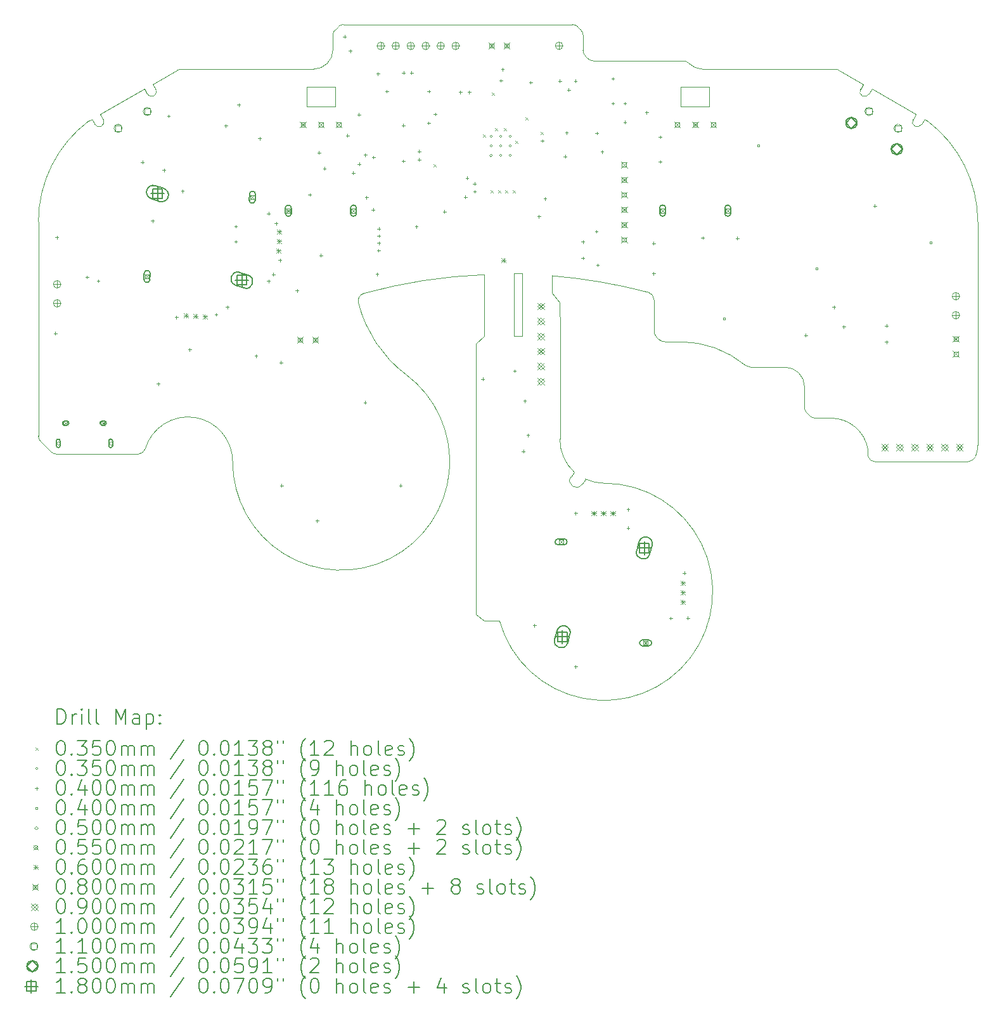
<source format=gbr>
%TF.GenerationSoftware,KiCad,Pcbnew,(6.0.9)*%
%TF.CreationDate,2022-12-12T22:52:57-08:00*%
%TF.ProjectId,PhoZL-2.0.2,50686f5a-4c2d-4322-9e30-2e322e6b6963,rev?*%
%TF.SameCoordinates,Original*%
%TF.FileFunction,Drillmap*%
%TF.FilePolarity,Positive*%
%FSLAX45Y45*%
G04 Gerber Fmt 4.5, Leading zero omitted, Abs format (unit mm)*
G04 Created by KiCad (PCBNEW (6.0.9)) date 2022-12-12 22:52:57*
%MOMM*%
%LPD*%
G01*
G04 APERTURE LIST*
%ADD10C,0.050000*%
%ADD11C,0.100000*%
%ADD12C,0.200000*%
%ADD13C,0.035000*%
%ADD14C,0.040000*%
%ADD15C,0.055000*%
%ADD16C,0.060000*%
%ADD17C,0.080000*%
%ADD18C,0.090000*%
%ADD19C,0.110000*%
%ADD20C,0.150000*%
%ADD21C,0.180000*%
G04 APERTURE END LIST*
D10*
X8409000Y-3373000D02*
X8409000Y-3113000D01*
X13409000Y-3373000D02*
X13409000Y-3113000D01*
X11286000Y-6438839D02*
X11286180Y-5632662D01*
D11*
X16003542Y-8117612D02*
X17231732Y-8117612D01*
X5650754Y-3476861D02*
X5690632Y-3546213D01*
X6280126Y-3207254D02*
G75*
G03*
X6392826Y-3142452I56354J32394D01*
G01*
X16508789Y-3546213D02*
X16548667Y-3476861D01*
X4995421Y-7984422D02*
G75*
G03*
X5066300Y-8014000I71420J71432D01*
G01*
X5164500Y-8013996D02*
X5066300Y-8014000D01*
X11984288Y-8255894D02*
X11937638Y-8317862D01*
X15059711Y-7113711D02*
X15059711Y-7392289D01*
X15201132Y-7533711D02*
X15413491Y-7533711D01*
X6352948Y-3073099D02*
X6392826Y-3142452D01*
X15846473Y-3073099D02*
X15522857Y-2887020D01*
X16508789Y-3546213D02*
G75*
G03*
X16621487Y-3611014I56351J-32397D01*
G01*
D10*
X13409000Y-3113000D02*
X13789000Y-3113000D01*
D11*
X6676564Y-2887020D02*
X6352948Y-3073099D01*
X17302443Y-8088323D02*
X17343864Y-8046902D01*
X15959171Y-3137900D02*
X15919293Y-3207253D01*
D10*
X8789000Y-3373000D02*
X8409000Y-3373000D01*
X10670540Y-6537960D02*
X10777220Y-6436360D01*
D11*
X13049710Y-5951130D02*
G75*
G03*
X12974962Y-5854370I-100000J0D01*
G01*
X10671511Y-10150455D02*
X10782400Y-10242372D01*
X9171098Y-5868504D02*
G75*
G03*
X9099886Y-5988648I25982J-96576D01*
G01*
X8499711Y-2873711D02*
G75*
G03*
X8759711Y-2613711I-1J260001D01*
G01*
X8759711Y-2418096D02*
X8759711Y-2613711D01*
X8788998Y-2347384D02*
G75*
G03*
X8759711Y-2418096I70732J-70717D01*
G01*
D10*
X12974962Y-5854370D02*
G75*
G03*
X11686180Y-5632662I-1925582J-7336670D01*
G01*
D11*
X16699711Y-3563711D02*
X16661365Y-3541662D01*
X13120422Y-6484420D02*
G75*
G03*
X13191132Y-6513711I70708J70700D01*
G01*
X13512731Y-2794374D02*
G75*
G03*
X13699711Y-2873711I186979J180664D01*
G01*
X12134106Y-8347584D02*
G75*
G03*
X12382400Y-8402372I248224J534914D01*
G01*
X12087456Y-8417634D02*
X12134107Y-8347582D01*
X13079000Y-6443000D02*
X13120421Y-6484421D01*
X6726411Y-2873711D02*
G75*
G03*
X6676564Y-2887020I-1J-99999D01*
G01*
X4824711Y-4913711D02*
X4824711Y-7666400D01*
X10671800Y-8226055D02*
X10671796Y-8288255D01*
X15906498Y-7950377D02*
X15904941Y-8034279D01*
X10671796Y-9218355D02*
X10671511Y-10150455D01*
X12099709Y-2418096D02*
G75*
G03*
X12070421Y-2347386I-99989J6D01*
G01*
X15089000Y-7463000D02*
X15130421Y-7504421D01*
D10*
X11177880Y-6438961D02*
X11177880Y-5603000D01*
D11*
X11792400Y-7812372D02*
X11792400Y-7492372D01*
X17374710Y-4913711D02*
G75*
G03*
X16699711Y-3563711I-1687500J1D01*
G01*
X8830421Y-2305964D02*
X8789000Y-2347386D01*
D10*
X11286180Y-5603000D02*
X11286180Y-5632662D01*
D11*
X14272600Y-6830441D02*
G75*
G03*
X13399711Y-6513711I-872890J-1044449D01*
G01*
X14272598Y-6830444D02*
G75*
G03*
X14336727Y-6853711I64132J76754D01*
G01*
X16661365Y-3541662D02*
X16621487Y-3611014D01*
X6094600Y-8013996D02*
X5164500Y-8013996D01*
D10*
X13789000Y-3113000D02*
X13789000Y-3373000D01*
D11*
X12099711Y-2622438D02*
X12099711Y-2418096D01*
X12170423Y-2734568D02*
G75*
G03*
X12241132Y-2763859I70707J70698D01*
G01*
X5577934Y-3611015D02*
X5538056Y-3541662D01*
X5499711Y-3563710D02*
G75*
G03*
X4824711Y-4913711I1012505J-1350003D01*
G01*
X5538056Y-3541662D02*
X5499711Y-3563711D01*
X12070421Y-2347386D02*
X12029000Y-2305964D01*
X7419711Y-8113711D02*
G75*
G03*
X6252529Y-7942440I-596157J0D01*
G01*
D10*
X8409000Y-3113000D02*
X8789000Y-3113000D01*
D11*
X15906496Y-7950378D02*
G75*
G03*
X15413491Y-7533711I-493006J-83332D01*
G01*
X16548667Y-3476861D02*
X15959171Y-3137900D01*
X12099708Y-2622438D02*
G75*
G03*
X12129000Y-2693148I100012J8D01*
G01*
X13049711Y-5951130D02*
X13049711Y-6372289D01*
X7419710Y-8113711D02*
G75*
G03*
X9736154Y-6951052I1450000J0D01*
G01*
D10*
X11177880Y-6438961D02*
X11286000Y-6438839D01*
D11*
X8901132Y-2276675D02*
G75*
G03*
X8830421Y-2305964I-2J-99995D01*
G01*
X6240250Y-3137900D02*
X5650754Y-3476861D01*
X10782400Y-10242372D02*
X10985833Y-10242372D01*
X15130422Y-7504420D02*
G75*
G03*
X15201132Y-7533711I70708J70700D01*
G01*
X13440817Y-2763859D02*
X12241132Y-2763859D01*
D10*
X11792400Y-6369583D02*
X11790680Y-5989320D01*
D11*
X17374711Y-7892289D02*
X17374711Y-4913711D01*
X15059711Y-7392289D02*
G75*
G03*
X15089000Y-7463000I99999J-1D01*
G01*
X5577933Y-3611015D02*
G75*
G03*
X5690632Y-3546213I56347J32405D01*
G01*
D10*
X11790680Y-5989320D02*
X11686180Y-5864509D01*
D11*
X15904937Y-8034280D02*
G75*
G03*
X16003542Y-8117612I98603J16670D01*
G01*
X11958289Y-2276675D02*
X8901132Y-2276675D01*
X15473010Y-2873711D02*
X13699711Y-2873711D01*
D10*
X8789000Y-3113000D02*
X8789000Y-3373000D01*
D11*
X4854000Y-7843000D02*
X4995421Y-7984421D01*
X15806595Y-3142452D02*
X15846473Y-3073099D01*
X15806596Y-3142452D02*
G75*
G03*
X15919293Y-3207253I56344J-32408D01*
G01*
X10777327Y-5618480D02*
G75*
G03*
X9171099Y-5868508I265993J-6993160D01*
G01*
D10*
X11177880Y-5603000D02*
X11286180Y-5603000D01*
X13789000Y-3373000D02*
X13409000Y-3373000D01*
D11*
X17231732Y-8117613D02*
G75*
G03*
X17302443Y-8088323I-2J100003D01*
G01*
D10*
X11792400Y-7492372D02*
X11792400Y-6369583D01*
D11*
X8499711Y-2873711D02*
X6726411Y-2873711D01*
X10671796Y-8288255D02*
X10671796Y-9218355D01*
X17343863Y-8046901D02*
G75*
G03*
X17374711Y-7892289I-372033J154611D01*
G01*
X12028999Y-2305965D02*
G75*
G03*
X11958289Y-2276675I-70709J-70705D01*
G01*
X9099888Y-5988648D02*
G75*
G03*
X9736154Y-6951052I1652092J400708D01*
G01*
X15059709Y-7113711D02*
G75*
G03*
X14799711Y-6853711I-259999J1D01*
G01*
D10*
X11686180Y-5632662D02*
X11686180Y-5864509D01*
D11*
X11937635Y-8317860D02*
G75*
G03*
X12087456Y-8417634I74915J-49880D01*
G01*
X4824711Y-7666400D02*
X4824711Y-7772289D01*
X13512729Y-2794376D02*
G75*
G03*
X13440817Y-2763859I-71909J-69464D01*
G01*
X10985833Y-10242372D02*
G75*
G03*
X12382400Y-8402372I1396601J389974D01*
G01*
X6280128Y-3207253D02*
X6240250Y-3137900D01*
X10671800Y-8226055D02*
X10671800Y-7500500D01*
X6157000Y-8014000D02*
X6094600Y-8013996D01*
X15522857Y-2887020D02*
G75*
G03*
X15473010Y-2873711I-49847J-86690D01*
G01*
X12170421Y-2734570D02*
X12129000Y-2693148D01*
X6157000Y-8014001D02*
G75*
G03*
X6252529Y-7942440I-650J100411D01*
G01*
D10*
X10671800Y-7500500D02*
X10670540Y-6537960D01*
X10777220Y-6436360D02*
X10777327Y-5618480D01*
D11*
X14336727Y-6853711D02*
X14799711Y-6853711D01*
X11792398Y-7812372D02*
G75*
G03*
X11984288Y-8255894I589722J-8128D01*
G01*
X13049711Y-6372289D02*
G75*
G03*
X13079000Y-6443000I99999J-1D01*
G01*
X4824699Y-7772289D02*
G75*
G03*
X4854000Y-7843000I100042J29D01*
G01*
X13191132Y-6513711D02*
X13399711Y-6513711D01*
D12*
D13*
X10101311Y-4145011D02*
X10136311Y-4180011D01*
X10136311Y-4145011D02*
X10101311Y-4180011D01*
X10764800Y-3741700D02*
X10799800Y-3776700D01*
X10799800Y-3741700D02*
X10764800Y-3776700D01*
X10862500Y-4490050D02*
X10897500Y-4525050D01*
X10897500Y-4490050D02*
X10862500Y-4525050D01*
X10882500Y-3182500D02*
X10917500Y-3217500D01*
X10917500Y-3182500D02*
X10882500Y-3217500D01*
X10922500Y-3662500D02*
X10957500Y-3697500D01*
X10957500Y-3662500D02*
X10922500Y-3697500D01*
X10962500Y-4490050D02*
X10997500Y-4525050D01*
X10997500Y-4490050D02*
X10962500Y-4525050D01*
X11042500Y-3662500D02*
X11077500Y-3697500D01*
X11077500Y-3662500D02*
X11042500Y-3697500D01*
X11062500Y-4490050D02*
X11097500Y-4525050D01*
X11097500Y-4490050D02*
X11062500Y-4525050D01*
X11162500Y-4490050D02*
X11197500Y-4525050D01*
X11197500Y-4490050D02*
X11162500Y-4525050D01*
X11192500Y-3832500D02*
X11227500Y-3867500D01*
X11227500Y-3832500D02*
X11192500Y-3867500D01*
X11331220Y-3518180D02*
X11366220Y-3553180D01*
X11366220Y-3518180D02*
X11331220Y-3553180D01*
X11532500Y-3712500D02*
X11567500Y-3747500D01*
X11567500Y-3712500D02*
X11532500Y-3747500D01*
X10890000Y-3772500D02*
G75*
G03*
X10890000Y-3772500I-17500J0D01*
G01*
X10890000Y-3900000D02*
G75*
G03*
X10890000Y-3900000I-17500J0D01*
G01*
X10890000Y-4027500D02*
G75*
G03*
X10890000Y-4027500I-17500J0D01*
G01*
X11017500Y-3772500D02*
G75*
G03*
X11017500Y-3772500I-17500J0D01*
G01*
X11017500Y-3900000D02*
G75*
G03*
X11017500Y-3900000I-17500J0D01*
G01*
X11017500Y-4027500D02*
G75*
G03*
X11017500Y-4027500I-17500J0D01*
G01*
X11145000Y-3772500D02*
G75*
G03*
X11145000Y-3772500I-17500J0D01*
G01*
X11145000Y-3900000D02*
G75*
G03*
X11145000Y-3900000I-17500J0D01*
G01*
X11145000Y-4027500D02*
G75*
G03*
X11145000Y-4027500I-17500J0D01*
G01*
D14*
X5050000Y-6380000D02*
X5050000Y-6420000D01*
X5030000Y-6400000D02*
X5070000Y-6400000D01*
X5070000Y-5100000D02*
X5070000Y-5140000D01*
X5050000Y-5120000D02*
X5090000Y-5120000D01*
X5475000Y-5630000D02*
X5475000Y-5670000D01*
X5455000Y-5650000D02*
X5495000Y-5650000D01*
X5625000Y-5680000D02*
X5625000Y-5720000D01*
X5605000Y-5700000D02*
X5645000Y-5700000D01*
X6212840Y-4094800D02*
X6212840Y-4134800D01*
X6192840Y-4114800D02*
X6232840Y-4114800D01*
X6350000Y-4880000D02*
X6350000Y-4920000D01*
X6330000Y-4900000D02*
X6370000Y-4900000D01*
X6425000Y-7055000D02*
X6425000Y-7095000D01*
X6405000Y-7075000D02*
X6445000Y-7075000D01*
X6502400Y-4201480D02*
X6502400Y-4241480D01*
X6482400Y-4221480D02*
X6522400Y-4221480D01*
X6563360Y-3480120D02*
X6563360Y-3520120D01*
X6543360Y-3500120D02*
X6583360Y-3500120D01*
X6667500Y-6164900D02*
X6667500Y-6204900D01*
X6647500Y-6184900D02*
X6687500Y-6184900D01*
X6750000Y-4480000D02*
X6750000Y-4520000D01*
X6730000Y-4500000D02*
X6770000Y-4500000D01*
X6845300Y-6596700D02*
X6845300Y-6636700D01*
X6825300Y-6616700D02*
X6865300Y-6616700D01*
X7200000Y-6130000D02*
X7200000Y-6170000D01*
X7180000Y-6150000D02*
X7220000Y-6150000D01*
X7330000Y-3610000D02*
X7330000Y-3650000D01*
X7310000Y-3630000D02*
X7350000Y-3630000D01*
X7350000Y-6030000D02*
X7350000Y-6070000D01*
X7330000Y-6050000D02*
X7370000Y-6050000D01*
X7462520Y-4953320D02*
X7462520Y-4993320D01*
X7442520Y-4973320D02*
X7482520Y-4973320D01*
X7462520Y-5156520D02*
X7462520Y-5196520D01*
X7442520Y-5176520D02*
X7482520Y-5176520D01*
X7500000Y-3330000D02*
X7500000Y-3370000D01*
X7480000Y-3350000D02*
X7520000Y-3350000D01*
X7733000Y-6684000D02*
X7733000Y-6724000D01*
X7713000Y-6704000D02*
X7753000Y-6704000D01*
X7780050Y-3780000D02*
X7780050Y-3820000D01*
X7760050Y-3800000D02*
X7800050Y-3800000D01*
X7899400Y-5682300D02*
X7899400Y-5722300D01*
X7879400Y-5702300D02*
X7919400Y-5702300D01*
X7900000Y-4780000D02*
X7900000Y-4820000D01*
X7880000Y-4800000D02*
X7920000Y-4800000D01*
X7962900Y-5593400D02*
X7962900Y-5633400D01*
X7942900Y-5613400D02*
X7982900Y-5613400D01*
X8000834Y-4914080D02*
X8000834Y-4954080D01*
X7980834Y-4934080D02*
X8020834Y-4934080D01*
X8051800Y-5402900D02*
X8051800Y-5442900D01*
X8031800Y-5422900D02*
X8071800Y-5422900D01*
X8065000Y-6768950D02*
X8065000Y-6808950D01*
X8045000Y-6788950D02*
X8085000Y-6788950D01*
X8074000Y-8413000D02*
X8074000Y-8453000D01*
X8054000Y-8433000D02*
X8094000Y-8433000D01*
X8280400Y-5811840D02*
X8280400Y-5851840D01*
X8260400Y-5831840D02*
X8300400Y-5831840D01*
X8450000Y-4530000D02*
X8450000Y-4570000D01*
X8430000Y-4550000D02*
X8470000Y-4550000D01*
X8547100Y-8882700D02*
X8547100Y-8922700D01*
X8527100Y-8902700D02*
X8567100Y-8902700D01*
X8572500Y-3967800D02*
X8572500Y-4007800D01*
X8552500Y-3987800D02*
X8592500Y-3987800D01*
X8600000Y-5340000D02*
X8600000Y-5380000D01*
X8580000Y-5360000D02*
X8620000Y-5360000D01*
X8648000Y-4181000D02*
X8648000Y-4221000D01*
X8628000Y-4201000D02*
X8668000Y-4201000D01*
X8915400Y-2418400D02*
X8915400Y-2458400D01*
X8895400Y-2438400D02*
X8935400Y-2438400D01*
X8953500Y-3739200D02*
X8953500Y-3779200D01*
X8933500Y-3759200D02*
X8973500Y-3759200D01*
X8991600Y-2608900D02*
X8991600Y-2648900D01*
X8971600Y-2628900D02*
X9011600Y-2628900D01*
X9030000Y-4240000D02*
X9030000Y-4280000D01*
X9010000Y-4260000D02*
X9050000Y-4260000D01*
X9105900Y-3459800D02*
X9105900Y-3499800D01*
X9085900Y-3479800D02*
X9125900Y-3479800D01*
X9110000Y-4120000D02*
X9110000Y-4160000D01*
X9090000Y-4140000D02*
X9130000Y-4140000D01*
X9189000Y-7303000D02*
X9189000Y-7343000D01*
X9169000Y-7323000D02*
X9209000Y-7323000D01*
X9190000Y-4000000D02*
X9190000Y-4040000D01*
X9170000Y-4020000D02*
X9210000Y-4020000D01*
X9207500Y-4564700D02*
X9207500Y-4604700D01*
X9187500Y-4584700D02*
X9227500Y-4584700D01*
X9296400Y-4729800D02*
X9296400Y-4769800D01*
X9276400Y-4749800D02*
X9316400Y-4749800D01*
X9300000Y-4030000D02*
X9300000Y-4070000D01*
X9280000Y-4050000D02*
X9320000Y-4050000D01*
X9350000Y-5590000D02*
X9350000Y-5630000D01*
X9330000Y-5610000D02*
X9370000Y-5610000D01*
X9359900Y-2913700D02*
X9359900Y-2953700D01*
X9339900Y-2933700D02*
X9379900Y-2933700D01*
X9370583Y-5273883D02*
X9370583Y-5313883D01*
X9350583Y-5293883D02*
X9390583Y-5293883D01*
X9372600Y-4983800D02*
X9372600Y-5023800D01*
X9352600Y-5003800D02*
X9392600Y-5003800D01*
X9372600Y-5080000D02*
X9372600Y-5120000D01*
X9352600Y-5100000D02*
X9392600Y-5100000D01*
X9372600Y-5174950D02*
X9372600Y-5214950D01*
X9352600Y-5194950D02*
X9392600Y-5194950D01*
X9480000Y-3150000D02*
X9480000Y-3190000D01*
X9460000Y-3170000D02*
X9500000Y-3170000D01*
X9664000Y-8413000D02*
X9664000Y-8453000D01*
X9644000Y-8433000D02*
X9684000Y-8433000D01*
X9700000Y-3605000D02*
X9700000Y-3645000D01*
X9680000Y-3625000D02*
X9720000Y-3625000D01*
X9700000Y-4080000D02*
X9700000Y-4120000D01*
X9680000Y-4100000D02*
X9720000Y-4100000D01*
X9702800Y-2901000D02*
X9702800Y-2941000D01*
X9682800Y-2921000D02*
X9722800Y-2921000D01*
X9810000Y-2900000D02*
X9810000Y-2940000D01*
X9790000Y-2920000D02*
X9830000Y-2920000D01*
X9875000Y-4955000D02*
X9875000Y-4995000D01*
X9855000Y-4975000D02*
X9895000Y-4975000D01*
X9910000Y-3950000D02*
X9910000Y-3990000D01*
X9890000Y-3970000D02*
X9930000Y-3970000D01*
X9910000Y-4060000D02*
X9910000Y-4100000D01*
X9890000Y-4080000D02*
X9930000Y-4080000D01*
X10038080Y-3571560D02*
X10038080Y-3611560D01*
X10018080Y-3591560D02*
X10058080Y-3591560D01*
X10040000Y-3150000D02*
X10040000Y-3190000D01*
X10020000Y-3170000D02*
X10060000Y-3170000D01*
X10125000Y-3455000D02*
X10125000Y-3495000D01*
X10105000Y-3475000D02*
X10145000Y-3475000D01*
X10250000Y-4755000D02*
X10250000Y-4795000D01*
X10230000Y-4775000D02*
X10270000Y-4775000D01*
X10460000Y-3160000D02*
X10460000Y-3200000D01*
X10440000Y-3180000D02*
X10480000Y-3180000D01*
X10530000Y-4560000D02*
X10530000Y-4600000D01*
X10510000Y-4580000D02*
X10550000Y-4580000D01*
X10551230Y-4306230D02*
X10551230Y-4346230D01*
X10531230Y-4326230D02*
X10571230Y-4326230D01*
X10580000Y-3160000D02*
X10580000Y-3200000D01*
X10560000Y-3180000D02*
X10600000Y-3180000D01*
X10650000Y-4382550D02*
X10650000Y-4422550D01*
X10630000Y-4402550D02*
X10670000Y-4402550D01*
X10652760Y-4485960D02*
X10652760Y-4525960D01*
X10632760Y-4505960D02*
X10672760Y-4505960D01*
X10759440Y-6990400D02*
X10759440Y-7030400D01*
X10739440Y-7010400D02*
X10779440Y-7010400D01*
X11002550Y-3005000D02*
X11002550Y-3045000D01*
X10982550Y-3025000D02*
X11022550Y-3025000D01*
X11025000Y-2855000D02*
X11025000Y-2895000D01*
X11005000Y-2875000D02*
X11045000Y-2875000D01*
X11186160Y-6883720D02*
X11186160Y-6923720D01*
X11166160Y-6903720D02*
X11206160Y-6903720D01*
X11301800Y-7956000D02*
X11301800Y-7996000D01*
X11281800Y-7976000D02*
X11321800Y-7976000D01*
X11321950Y-7285040D02*
X11321950Y-7325040D01*
X11301950Y-7305040D02*
X11341950Y-7305040D01*
X11363960Y-7742240D02*
X11363960Y-7782240D01*
X11343960Y-7762240D02*
X11383960Y-7762240D01*
X11400000Y-3030000D02*
X11400000Y-3070000D01*
X11380000Y-3050000D02*
X11420000Y-3050000D01*
X11451800Y-10281000D02*
X11451800Y-10321000D01*
X11431800Y-10301000D02*
X11471800Y-10301000D01*
X11510000Y-4820000D02*
X11510000Y-4860000D01*
X11490000Y-4840000D02*
X11530000Y-4840000D01*
X11557000Y-3810320D02*
X11557000Y-3850320D01*
X11537000Y-3830320D02*
X11577000Y-3830320D01*
X11592560Y-4582480D02*
X11592560Y-4622480D01*
X11572560Y-4602480D02*
X11612560Y-4602480D01*
X11790000Y-3010000D02*
X11790000Y-3050000D01*
X11770000Y-3030000D02*
X11810000Y-3030000D01*
X11861800Y-4018600D02*
X11861800Y-4058600D01*
X11841800Y-4038600D02*
X11881800Y-4038600D01*
X11882120Y-3703640D02*
X11882120Y-3743640D01*
X11862120Y-3723640D02*
X11902120Y-3723640D01*
X11910000Y-3130000D02*
X11910000Y-3170000D01*
X11890000Y-3150000D02*
X11930000Y-3150000D01*
X12000000Y-3010000D02*
X12000000Y-3050000D01*
X11980000Y-3030000D02*
X12020000Y-3030000D01*
X12001800Y-8781000D02*
X12001800Y-8821000D01*
X11981800Y-8801000D02*
X12021800Y-8801000D01*
X12001800Y-10831000D02*
X12001800Y-10871000D01*
X11981800Y-10851000D02*
X12021800Y-10851000D01*
X12100000Y-5160000D02*
X12100000Y-5200000D01*
X12080000Y-5180000D02*
X12120000Y-5180000D01*
X12100000Y-5375046D02*
X12100000Y-5415046D01*
X12080000Y-5395046D02*
X12120000Y-5395046D01*
X12278360Y-5019360D02*
X12278360Y-5059360D01*
X12258360Y-5039360D02*
X12298360Y-5039360D01*
X12283440Y-3708720D02*
X12283440Y-3748720D01*
X12263440Y-3728720D02*
X12303440Y-3728720D01*
X12295000Y-5470000D02*
X12295000Y-5510000D01*
X12275000Y-5490000D02*
X12315000Y-5490000D01*
X12354560Y-3957640D02*
X12354560Y-3997640D01*
X12334560Y-3977640D02*
X12374560Y-3977640D01*
X12500000Y-2980000D02*
X12500000Y-3020000D01*
X12480000Y-3000000D02*
X12520000Y-3000000D01*
X12500000Y-3310000D02*
X12500000Y-3350000D01*
X12480000Y-3330000D02*
X12520000Y-3330000D01*
X12660000Y-3310000D02*
X12660000Y-3350000D01*
X12640000Y-3330000D02*
X12680000Y-3330000D01*
X12660000Y-3560000D02*
X12660000Y-3600000D01*
X12640000Y-3580000D02*
X12680000Y-3580000D01*
X12701800Y-8731000D02*
X12701800Y-8771000D01*
X12681800Y-8751000D02*
X12721800Y-8751000D01*
X12701800Y-8981000D02*
X12701800Y-9021000D01*
X12681800Y-9001000D02*
X12721800Y-9001000D01*
X12950000Y-3430000D02*
X12950000Y-3470000D01*
X12930000Y-3450000D02*
X12970000Y-3450000D01*
X13042900Y-5179600D02*
X13042900Y-5219600D01*
X13022900Y-5199600D02*
X13062900Y-5199600D01*
X13042900Y-5580700D02*
X13042900Y-5620700D01*
X13022900Y-5600700D02*
X13062900Y-5600700D01*
X13130000Y-3760000D02*
X13130000Y-3800000D01*
X13110000Y-3780000D02*
X13150000Y-3780000D01*
X13130000Y-4090000D02*
X13130000Y-4130000D01*
X13110000Y-4110000D02*
X13150000Y-4110000D01*
X13273300Y-10185400D02*
X13273300Y-10225400D01*
X13253300Y-10205400D02*
X13293300Y-10205400D01*
X13451800Y-9581000D02*
X13451800Y-9621000D01*
X13431800Y-9601000D02*
X13471800Y-9601000D01*
X13501800Y-10181000D02*
X13501800Y-10221000D01*
X13481800Y-10201000D02*
X13521800Y-10201000D01*
X13700000Y-5105000D02*
X13700000Y-5145000D01*
X13680000Y-5125000D02*
X13720000Y-5125000D01*
X14160500Y-5110800D02*
X14160500Y-5150800D01*
X14140500Y-5130800D02*
X14180500Y-5130800D01*
X15074900Y-6406200D02*
X15074900Y-6446200D01*
X15054900Y-6426200D02*
X15094900Y-6426200D01*
X15450000Y-6030000D02*
X15450000Y-6070000D01*
X15430000Y-6050000D02*
X15470000Y-6050000D01*
X15582900Y-6291900D02*
X15582900Y-6331900D01*
X15562900Y-6311900D02*
X15602900Y-6311900D01*
X16000000Y-4680000D02*
X16000000Y-4720000D01*
X15980000Y-4700000D02*
X16020000Y-4700000D01*
X16154400Y-6279200D02*
X16154400Y-6319200D01*
X16134400Y-6299200D02*
X16174400Y-6299200D01*
X16154400Y-6495100D02*
X16154400Y-6535100D01*
X16134400Y-6515100D02*
X16174400Y-6515100D01*
X14000248Y-6216667D02*
X14000248Y-6188383D01*
X13971963Y-6188383D01*
X13971963Y-6216667D01*
X14000248Y-6216667D01*
X14455009Y-3907358D02*
X14455009Y-3879074D01*
X14426725Y-3879074D01*
X14426725Y-3907358D01*
X14455009Y-3907358D01*
X15238142Y-5552142D02*
X15238142Y-5523858D01*
X15209858Y-5523858D01*
X15209858Y-5552142D01*
X15238142Y-5552142D01*
X16757544Y-5202746D02*
X16757544Y-5174461D01*
X16729260Y-5174461D01*
X16729260Y-5202746D01*
X16757544Y-5202746D01*
D10*
X5090000Y-7895000D02*
X5115000Y-7870000D01*
X5090000Y-7845000D01*
X5065000Y-7870000D01*
X5090000Y-7895000D01*
D12*
X5065000Y-7837500D02*
X5065000Y-7902500D01*
X5115000Y-7837500D02*
X5115000Y-7902500D01*
X5065000Y-7902500D02*
G75*
G03*
X5115000Y-7902500I25000J0D01*
G01*
X5115000Y-7837500D02*
G75*
G03*
X5065000Y-7837500I-25000J0D01*
G01*
D10*
X5790000Y-7895000D02*
X5815000Y-7870000D01*
X5790000Y-7845000D01*
X5765000Y-7870000D01*
X5790000Y-7895000D01*
D12*
X5765000Y-7837500D02*
X5765000Y-7902500D01*
X5815000Y-7837500D02*
X5815000Y-7902500D01*
X5765000Y-7902500D02*
G75*
G03*
X5815000Y-7902500I25000J0D01*
G01*
X5815000Y-7837500D02*
G75*
G03*
X5765000Y-7837500I-25000J0D01*
G01*
D15*
X5162500Y-7572500D02*
X5217500Y-7627500D01*
X5217500Y-7572500D02*
X5162500Y-7627500D01*
X5217500Y-7600000D02*
G75*
G03*
X5217500Y-7600000I-27500J0D01*
G01*
D12*
X5175000Y-7627500D02*
X5205000Y-7627500D01*
X5175000Y-7572500D02*
X5205000Y-7572500D01*
X5205000Y-7627500D02*
G75*
G03*
X5205000Y-7572500I0J27500D01*
G01*
X5175000Y-7572500D02*
G75*
G03*
X5175000Y-7627500I0J-27500D01*
G01*
D15*
X5662500Y-7572500D02*
X5717500Y-7627500D01*
X5717500Y-7572500D02*
X5662500Y-7627500D01*
X5717500Y-7600000D02*
G75*
G03*
X5717500Y-7600000I-27500J0D01*
G01*
D12*
X5675000Y-7627500D02*
X5705000Y-7627500D01*
X5675000Y-7572500D02*
X5705000Y-7572500D01*
X5705000Y-7627500D02*
G75*
G03*
X5705000Y-7572500I0J27500D01*
G01*
X5675000Y-7572500D02*
G75*
G03*
X5675000Y-7627500I0J-27500D01*
G01*
D16*
X6767206Y-6134724D02*
X6827206Y-6194724D01*
X6827206Y-6134724D02*
X6767206Y-6194724D01*
X6797206Y-6134724D02*
X6797206Y-6194724D01*
X6767206Y-6164724D02*
X6827206Y-6164724D01*
X6894032Y-6141370D02*
X6954032Y-6201370D01*
X6954032Y-6141370D02*
X6894032Y-6201370D01*
X6924032Y-6141370D02*
X6924032Y-6201370D01*
X6894032Y-6171370D02*
X6954032Y-6171370D01*
X7020858Y-6148017D02*
X7080858Y-6208017D01*
X7080858Y-6148017D02*
X7020858Y-6208017D01*
X7050858Y-6148017D02*
X7050858Y-6208017D01*
X7020858Y-6178017D02*
X7080858Y-6178017D01*
X8001409Y-5265125D02*
X8061409Y-5325125D01*
X8061409Y-5265125D02*
X8001409Y-5325125D01*
X8031409Y-5265125D02*
X8031409Y-5325125D01*
X8001409Y-5295125D02*
X8061409Y-5295125D01*
X8008056Y-5138299D02*
X8068056Y-5198299D01*
X8068056Y-5138299D02*
X8008056Y-5198299D01*
X8038056Y-5138299D02*
X8038056Y-5198299D01*
X8008056Y-5168299D02*
X8068056Y-5168299D01*
X8014702Y-5011473D02*
X8074702Y-5071473D01*
X8074702Y-5011473D02*
X8014702Y-5071473D01*
X8044702Y-5011473D02*
X8044702Y-5071473D01*
X8014702Y-5041473D02*
X8074702Y-5041473D01*
X11009000Y-5398000D02*
X11069000Y-5458000D01*
X11069000Y-5398000D02*
X11009000Y-5458000D01*
X11039000Y-5398000D02*
X11039000Y-5458000D01*
X11009000Y-5428000D02*
X11069000Y-5428000D01*
X12214900Y-8770455D02*
X12274900Y-8830455D01*
X12274900Y-8770455D02*
X12214900Y-8830455D01*
X12244900Y-8770455D02*
X12244900Y-8830455D01*
X12214900Y-8800455D02*
X12274900Y-8800455D01*
X12341900Y-8770455D02*
X12401900Y-8830455D01*
X12401900Y-8770455D02*
X12341900Y-8830455D01*
X12371900Y-8770455D02*
X12371900Y-8830455D01*
X12341900Y-8800455D02*
X12401900Y-8800455D01*
X12468900Y-8770455D02*
X12528900Y-8830455D01*
X12528900Y-8770455D02*
X12468900Y-8830455D01*
X12498900Y-8770455D02*
X12498900Y-8830455D01*
X12468900Y-8800455D02*
X12528900Y-8800455D01*
X13401900Y-9703455D02*
X13461900Y-9763455D01*
X13461900Y-9703455D02*
X13401900Y-9763455D01*
X13431900Y-9703455D02*
X13431900Y-9763455D01*
X13401900Y-9733455D02*
X13461900Y-9733455D01*
X13401900Y-9830455D02*
X13461900Y-9890455D01*
X13461900Y-9830455D02*
X13401900Y-9890455D01*
X13431900Y-9830455D02*
X13431900Y-9890455D01*
X13401900Y-9860455D02*
X13461900Y-9860455D01*
X13401900Y-9957455D02*
X13461900Y-10017455D01*
X13461900Y-9957455D02*
X13401900Y-10017455D01*
X13431900Y-9957455D02*
X13431900Y-10017455D01*
X13401900Y-9987455D02*
X13461900Y-9987455D01*
D17*
X6235863Y-5601722D02*
X6315863Y-5681722D01*
X6315863Y-5601722D02*
X6235863Y-5681722D01*
X6304148Y-5670007D02*
X6304148Y-5613438D01*
X6247579Y-5613438D01*
X6247579Y-5670007D01*
X6304148Y-5670007D01*
D12*
X6313715Y-5683761D02*
X6317902Y-5603870D01*
X6233825Y-5679574D02*
X6238012Y-5599683D01*
X6317902Y-5603870D02*
G75*
G03*
X6238012Y-5599683I-39945J2093D01*
G01*
X6233825Y-5679574D02*
G75*
G03*
X6313715Y-5683761I39945J-2093D01*
G01*
D17*
X7643153Y-4543924D02*
X7723153Y-4623924D01*
X7723153Y-4543924D02*
X7643153Y-4623924D01*
X7711438Y-4612209D02*
X7711438Y-4555640D01*
X7654869Y-4555640D01*
X7654869Y-4612209D01*
X7711438Y-4612209D01*
D12*
X7721005Y-4625963D02*
X7725192Y-4546073D01*
X7641114Y-4621776D02*
X7645301Y-4541886D01*
X7725192Y-4546073D02*
G75*
G03*
X7645301Y-4541886I-39945J2093D01*
G01*
X7641114Y-4621776D02*
G75*
G03*
X7721005Y-4625963I39945J-2093D01*
G01*
D17*
X8124000Y-4723000D02*
X8204000Y-4803000D01*
X8204000Y-4723000D02*
X8124000Y-4803000D01*
X8192284Y-4791285D02*
X8192284Y-4734716D01*
X8135715Y-4734716D01*
X8135715Y-4791285D01*
X8192284Y-4791285D01*
D12*
X8204000Y-4798000D02*
X8204000Y-4728000D01*
X8124000Y-4798000D02*
X8124000Y-4728000D01*
X8204000Y-4728000D02*
G75*
G03*
X8124000Y-4728000I-40000J0D01*
G01*
X8124000Y-4798000D02*
G75*
G03*
X8204000Y-4798000I40000J0D01*
G01*
D17*
X8282640Y-6447160D02*
X8362640Y-6527160D01*
X8362640Y-6447160D02*
X8282640Y-6527160D01*
X8350924Y-6515444D02*
X8350924Y-6458875D01*
X8294355Y-6458875D01*
X8294355Y-6515444D01*
X8350924Y-6515444D01*
X8319000Y-3573000D02*
X8399000Y-3653000D01*
X8399000Y-3573000D02*
X8319000Y-3653000D01*
X8387284Y-3641284D02*
X8387284Y-3584715D01*
X8330715Y-3584715D01*
X8330715Y-3641284D01*
X8387284Y-3641284D01*
X8482640Y-6447160D02*
X8562640Y-6527160D01*
X8562640Y-6447160D02*
X8482640Y-6527160D01*
X8550925Y-6515444D02*
X8550925Y-6458875D01*
X8494356Y-6458875D01*
X8494356Y-6515444D01*
X8550925Y-6515444D01*
X8559000Y-3573000D02*
X8639000Y-3653000D01*
X8639000Y-3573000D02*
X8559000Y-3653000D01*
X8627285Y-3641284D02*
X8627285Y-3584715D01*
X8570716Y-3584715D01*
X8570716Y-3641284D01*
X8627285Y-3641284D01*
X8799000Y-3573000D02*
X8879000Y-3653000D01*
X8879000Y-3573000D02*
X8799000Y-3653000D01*
X8867285Y-3641284D02*
X8867285Y-3584715D01*
X8810716Y-3584715D01*
X8810716Y-3641284D01*
X8867285Y-3641284D01*
X8994000Y-4723000D02*
X9074000Y-4803000D01*
X9074000Y-4723000D02*
X8994000Y-4803000D01*
X9062285Y-4791285D02*
X9062285Y-4734716D01*
X9005716Y-4734716D01*
X9005716Y-4791285D01*
X9062285Y-4791285D01*
D12*
X9074000Y-4798000D02*
X9074000Y-4728000D01*
X8994000Y-4798000D02*
X8994000Y-4728000D01*
X9074000Y-4728000D02*
G75*
G03*
X8994000Y-4728000I-40000J0D01*
G01*
X8994000Y-4798000D02*
G75*
G03*
X9074000Y-4798000I40000J0D01*
G01*
D17*
X10840000Y-2520000D02*
X10920000Y-2600000D01*
X10920000Y-2520000D02*
X10840000Y-2600000D01*
X10908285Y-2588285D02*
X10908285Y-2531716D01*
X10851716Y-2531716D01*
X10851716Y-2588285D01*
X10908285Y-2588285D01*
X11040000Y-2520000D02*
X11120000Y-2600000D01*
X11120000Y-2520000D02*
X11040000Y-2600000D01*
X11108285Y-2588285D02*
X11108285Y-2531716D01*
X11051716Y-2531716D01*
X11051716Y-2588285D01*
X11108285Y-2588285D01*
X11766900Y-9145455D02*
X11846900Y-9225455D01*
X11846900Y-9145455D02*
X11766900Y-9225455D01*
X11835184Y-9213740D02*
X11835184Y-9157171D01*
X11778615Y-9157171D01*
X11778615Y-9213740D01*
X11835184Y-9213740D01*
D12*
X11846900Y-9145455D02*
X11766900Y-9145455D01*
X11846900Y-9225455D02*
X11766900Y-9225455D01*
X11766900Y-9145455D02*
G75*
G03*
X11766900Y-9225455I0J-40000D01*
G01*
X11846900Y-9225455D02*
G75*
G03*
X11846900Y-9145455I0J40000D01*
G01*
D17*
X12610000Y-4110000D02*
X12690000Y-4190000D01*
X12690000Y-4110000D02*
X12610000Y-4190000D01*
X12678284Y-4178284D02*
X12678284Y-4121715D01*
X12621715Y-4121715D01*
X12621715Y-4178284D01*
X12678284Y-4178284D01*
X12610000Y-4310000D02*
X12690000Y-4390000D01*
X12690000Y-4310000D02*
X12610000Y-4390000D01*
X12678284Y-4378285D02*
X12678284Y-4321716D01*
X12621715Y-4321716D01*
X12621715Y-4378285D01*
X12678284Y-4378285D01*
X12610000Y-4510000D02*
X12690000Y-4590000D01*
X12690000Y-4510000D02*
X12610000Y-4590000D01*
X12678284Y-4578285D02*
X12678284Y-4521716D01*
X12621715Y-4521716D01*
X12621715Y-4578285D01*
X12678284Y-4578285D01*
X12610000Y-4710000D02*
X12690000Y-4790000D01*
X12690000Y-4710000D02*
X12610000Y-4790000D01*
X12678284Y-4778285D02*
X12678284Y-4721716D01*
X12621715Y-4721716D01*
X12621715Y-4778285D01*
X12678284Y-4778285D01*
X12610000Y-4910000D02*
X12690000Y-4990000D01*
X12690000Y-4910000D02*
X12610000Y-4990000D01*
X12678284Y-4978285D02*
X12678284Y-4921716D01*
X12621715Y-4921716D01*
X12621715Y-4978285D01*
X12678284Y-4978285D01*
X12610000Y-5110000D02*
X12690000Y-5190000D01*
X12690000Y-5110000D02*
X12610000Y-5190000D01*
X12678284Y-5178285D02*
X12678284Y-5121716D01*
X12621715Y-5121716D01*
X12621715Y-5178285D01*
X12678284Y-5178285D01*
X12896900Y-10495455D02*
X12976900Y-10575455D01*
X12976900Y-10495455D02*
X12896900Y-10575455D01*
X12965184Y-10563740D02*
X12965184Y-10507171D01*
X12908615Y-10507171D01*
X12908615Y-10563740D01*
X12965184Y-10563740D01*
D12*
X12976900Y-10495455D02*
X12896900Y-10495455D01*
X12976900Y-10575455D02*
X12896900Y-10575455D01*
X12896900Y-10495455D02*
G75*
G03*
X12896900Y-10575455I0J-40000D01*
G01*
X12976900Y-10575455D02*
G75*
G03*
X12976900Y-10495455I0J40000D01*
G01*
D17*
X13124000Y-4723000D02*
X13204000Y-4803000D01*
X13204000Y-4723000D02*
X13124000Y-4803000D01*
X13192284Y-4791285D02*
X13192284Y-4734716D01*
X13135715Y-4734716D01*
X13135715Y-4791285D01*
X13192284Y-4791285D01*
D12*
X13204000Y-4798000D02*
X13204000Y-4728000D01*
X13124000Y-4798000D02*
X13124000Y-4728000D01*
X13204000Y-4728000D02*
G75*
G03*
X13124000Y-4728000I-40000J0D01*
G01*
X13124000Y-4798000D02*
G75*
G03*
X13204000Y-4798000I40000J0D01*
G01*
D17*
X13319000Y-3573000D02*
X13399000Y-3653000D01*
X13399000Y-3573000D02*
X13319000Y-3653000D01*
X13387284Y-3641284D02*
X13387284Y-3584715D01*
X13330715Y-3584715D01*
X13330715Y-3641284D01*
X13387284Y-3641284D01*
X13559000Y-3573000D02*
X13639000Y-3653000D01*
X13639000Y-3573000D02*
X13559000Y-3653000D01*
X13627284Y-3641284D02*
X13627284Y-3584715D01*
X13570715Y-3584715D01*
X13570715Y-3641284D01*
X13627284Y-3641284D01*
X13799000Y-3573000D02*
X13879000Y-3653000D01*
X13879000Y-3573000D02*
X13799000Y-3653000D01*
X13867284Y-3641284D02*
X13867284Y-3584715D01*
X13810715Y-3584715D01*
X13810715Y-3641284D01*
X13867284Y-3641284D01*
X13994000Y-4723000D02*
X14074000Y-4803000D01*
X14074000Y-4723000D02*
X13994000Y-4803000D01*
X14062284Y-4791285D02*
X14062284Y-4734716D01*
X14005715Y-4734716D01*
X14005715Y-4791285D01*
X14062284Y-4791285D01*
D12*
X14074000Y-4798000D02*
X14074000Y-4728000D01*
X13994000Y-4798000D02*
X13994000Y-4728000D01*
X14074000Y-4728000D02*
G75*
G03*
X13994000Y-4728000I-40000J0D01*
G01*
X13994000Y-4798000D02*
G75*
G03*
X14074000Y-4798000I40000J0D01*
G01*
D17*
X17041500Y-6436100D02*
X17121500Y-6516100D01*
X17121500Y-6436100D02*
X17041500Y-6516100D01*
X17109785Y-6504384D02*
X17109785Y-6447815D01*
X17053216Y-6447815D01*
X17053216Y-6504384D01*
X17109785Y-6504384D01*
X17041500Y-6636100D02*
X17121500Y-6716100D01*
X17121500Y-6636100D02*
X17041500Y-6716100D01*
X17109785Y-6704384D02*
X17109785Y-6647815D01*
X17053216Y-6647815D01*
X17053216Y-6704384D01*
X17109785Y-6704384D01*
D18*
X11491680Y-5996000D02*
X11581680Y-6086000D01*
X11581680Y-5996000D02*
X11491680Y-6086000D01*
X11536680Y-6086000D02*
X11581680Y-6041000D01*
X11536680Y-5996000D01*
X11491680Y-6041000D01*
X11536680Y-6086000D01*
X11491680Y-6196000D02*
X11581680Y-6286000D01*
X11581680Y-6196000D02*
X11491680Y-6286000D01*
X11536680Y-6286000D02*
X11581680Y-6241000D01*
X11536680Y-6196000D01*
X11491680Y-6241000D01*
X11536680Y-6286000D01*
X11491680Y-6396000D02*
X11581680Y-6486000D01*
X11581680Y-6396000D02*
X11491680Y-6486000D01*
X11536680Y-6486000D02*
X11581680Y-6441000D01*
X11536680Y-6396000D01*
X11491680Y-6441000D01*
X11536680Y-6486000D01*
X11491680Y-6596000D02*
X11581680Y-6686000D01*
X11581680Y-6596000D02*
X11491680Y-6686000D01*
X11536680Y-6686000D02*
X11581680Y-6641000D01*
X11536680Y-6596000D01*
X11491680Y-6641000D01*
X11536680Y-6686000D01*
X11491680Y-6796000D02*
X11581680Y-6886000D01*
X11581680Y-6796000D02*
X11491680Y-6886000D01*
X11536680Y-6886000D02*
X11581680Y-6841000D01*
X11536680Y-6796000D01*
X11491680Y-6841000D01*
X11536680Y-6886000D01*
X11491680Y-6996000D02*
X11581680Y-7086000D01*
X11581680Y-6996000D02*
X11491680Y-7086000D01*
X11536680Y-7086000D02*
X11581680Y-7041000D01*
X11536680Y-6996000D01*
X11491680Y-7041000D01*
X11536680Y-7086000D01*
X16086920Y-7877260D02*
X16176920Y-7967260D01*
X16176920Y-7877260D02*
X16086920Y-7967260D01*
X16131920Y-7967260D02*
X16176920Y-7922260D01*
X16131920Y-7877260D01*
X16086920Y-7922260D01*
X16131920Y-7967260D01*
X16286920Y-7877260D02*
X16376920Y-7967260D01*
X16376920Y-7877260D02*
X16286920Y-7967260D01*
X16331920Y-7967260D02*
X16376920Y-7922260D01*
X16331920Y-7877260D01*
X16286920Y-7922260D01*
X16331920Y-7967260D01*
X16486920Y-7877260D02*
X16576920Y-7967260D01*
X16576920Y-7877260D02*
X16486920Y-7967260D01*
X16531920Y-7967260D02*
X16576920Y-7922260D01*
X16531920Y-7877260D01*
X16486920Y-7922260D01*
X16531920Y-7967260D01*
X16686920Y-7877260D02*
X16776920Y-7967260D01*
X16776920Y-7877260D02*
X16686920Y-7967260D01*
X16731920Y-7967260D02*
X16776920Y-7922260D01*
X16731920Y-7877260D01*
X16686920Y-7922260D01*
X16731920Y-7967260D01*
X16886920Y-7877260D02*
X16976920Y-7967260D01*
X16976920Y-7877260D02*
X16886920Y-7967260D01*
X16931920Y-7967260D02*
X16976920Y-7922260D01*
X16931920Y-7877260D01*
X16886920Y-7922260D01*
X16931920Y-7967260D01*
X17086920Y-7877260D02*
X17176920Y-7967260D01*
X17176920Y-7877260D02*
X17086920Y-7967260D01*
X17131920Y-7967260D02*
X17176920Y-7922260D01*
X17131920Y-7877260D01*
X17086920Y-7922260D01*
X17131920Y-7967260D01*
D11*
X5075000Y-5696000D02*
X5075000Y-5796000D01*
X5025000Y-5746000D02*
X5125000Y-5746000D01*
X5125000Y-5746000D02*
G75*
G03*
X5125000Y-5746000I-50000J0D01*
G01*
X5075000Y-5950000D02*
X5075000Y-6050000D01*
X5025000Y-6000000D02*
X5125000Y-6000000D01*
X5125000Y-6000000D02*
G75*
G03*
X5125000Y-6000000I-50000J0D01*
G01*
X9399000Y-2513000D02*
X9399000Y-2613000D01*
X9349000Y-2563000D02*
X9449000Y-2563000D01*
X9449000Y-2563000D02*
G75*
G03*
X9449000Y-2563000I-50000J0D01*
G01*
X9599000Y-2513000D02*
X9599000Y-2613000D01*
X9549000Y-2563000D02*
X9649000Y-2563000D01*
X9649000Y-2563000D02*
G75*
G03*
X9649000Y-2563000I-50000J0D01*
G01*
X9799000Y-2513000D02*
X9799000Y-2613000D01*
X9749000Y-2563000D02*
X9849000Y-2563000D01*
X9849000Y-2563000D02*
G75*
G03*
X9849000Y-2563000I-50000J0D01*
G01*
X9999000Y-2513000D02*
X9999000Y-2613000D01*
X9949000Y-2563000D02*
X10049000Y-2563000D01*
X10049000Y-2563000D02*
G75*
G03*
X10049000Y-2563000I-50000J0D01*
G01*
X10199000Y-2513000D02*
X10199000Y-2613000D01*
X10149000Y-2563000D02*
X10249000Y-2563000D01*
X10249000Y-2563000D02*
G75*
G03*
X10249000Y-2563000I-50000J0D01*
G01*
X10399000Y-2513000D02*
X10399000Y-2613000D01*
X10349000Y-2563000D02*
X10449000Y-2563000D01*
X10449000Y-2563000D02*
G75*
G03*
X10449000Y-2563000I-50000J0D01*
G01*
X11780000Y-2510000D02*
X11780000Y-2610000D01*
X11730000Y-2560000D02*
X11830000Y-2560000D01*
X11830000Y-2560000D02*
G75*
G03*
X11830000Y-2560000I-50000J0D01*
G01*
X17081500Y-5855500D02*
X17081500Y-5955500D01*
X17031500Y-5905500D02*
X17131500Y-5905500D01*
X17131500Y-5905500D02*
G75*
G03*
X17131500Y-5905500I-50000J0D01*
G01*
X17081500Y-6109500D02*
X17081500Y-6209500D01*
X17031500Y-6159500D02*
X17131500Y-6159500D01*
X17131500Y-6159500D02*
G75*
G03*
X17131500Y-6159500I-50000J0D01*
G01*
D19*
X5928285Y-3701891D02*
X5928285Y-3624109D01*
X5850503Y-3624109D01*
X5850503Y-3701891D01*
X5928285Y-3701891D01*
X5944394Y-3663000D02*
G75*
G03*
X5944394Y-3663000I-55000J0D01*
G01*
X6317997Y-3476891D02*
X6317997Y-3399109D01*
X6240214Y-3399109D01*
X6240214Y-3476891D01*
X6317997Y-3476891D01*
X6334106Y-3438000D02*
G75*
G03*
X6334106Y-3438000I-55000J0D01*
G01*
X15958180Y-3476891D02*
X15958180Y-3399109D01*
X15880397Y-3399109D01*
X15880397Y-3476891D01*
X15958180Y-3476891D01*
X15974289Y-3438000D02*
G75*
G03*
X15974289Y-3438000I-55000J0D01*
G01*
X16347891Y-3701891D02*
X16347891Y-3624109D01*
X16270109Y-3624109D01*
X16270109Y-3701891D01*
X16347891Y-3701891D01*
X16364000Y-3663000D02*
G75*
G03*
X16364000Y-3663000I-55000J0D01*
G01*
D20*
X15686035Y-3667006D02*
X15761035Y-3592006D01*
X15686035Y-3517006D01*
X15611035Y-3592006D01*
X15686035Y-3667006D01*
X15761035Y-3592006D02*
G75*
G03*
X15761035Y-3592006I-75000J0D01*
G01*
X16292253Y-4017006D02*
X16367253Y-3942006D01*
X16292253Y-3867006D01*
X16217253Y-3942006D01*
X16292253Y-4017006D01*
X16367253Y-3942006D02*
G75*
G03*
X16367253Y-3942006I-75000J0D01*
G01*
D21*
X6416001Y-4444539D02*
X6416001Y-4624539D01*
X6326001Y-4534539D02*
X6506001Y-4534539D01*
X6479641Y-4598179D02*
X6479641Y-4470899D01*
X6352361Y-4470899D01*
X6352361Y-4598179D01*
X6479641Y-4598179D01*
D12*
X6501573Y-4468377D02*
X6387841Y-4430102D01*
X6444161Y-4638976D02*
X6330429Y-4600701D01*
X6387841Y-4430102D02*
G75*
G03*
X6330429Y-4600701I-28706J-85299D01*
G01*
X6444161Y-4638976D02*
G75*
G03*
X6501573Y-4468377I28706J85299D01*
G01*
D21*
X7543015Y-5601107D02*
X7543015Y-5781107D01*
X7453015Y-5691107D02*
X7633015Y-5691107D01*
X7606656Y-5754748D02*
X7606656Y-5627467D01*
X7479375Y-5627467D01*
X7479375Y-5754748D01*
X7606656Y-5754748D01*
D12*
X7628588Y-5624946D02*
X7514856Y-5586671D01*
X7571175Y-5795544D02*
X7457443Y-5757269D01*
X7514856Y-5586671D02*
G75*
G03*
X7457443Y-5757269I-28706J-85299D01*
G01*
X7571175Y-5795544D02*
G75*
G03*
X7628588Y-5624946I28706J85299D01*
G01*
D21*
X11823900Y-10363455D02*
X11823900Y-10543455D01*
X11733900Y-10453455D02*
X11913900Y-10453455D01*
X11887540Y-10517095D02*
X11887540Y-10389815D01*
X11760260Y-10389815D01*
X11760260Y-10517095D01*
X11887540Y-10517095D01*
D12*
X11753351Y-10371463D02*
X11721080Y-10487042D01*
X11926720Y-10419868D02*
X11894449Y-10535448D01*
X11721080Y-10487042D02*
G75*
G03*
X11894449Y-10535448I86685J-24203D01*
G01*
X11926720Y-10419868D02*
G75*
G03*
X11753351Y-10371463I-86685J24203D01*
G01*
D21*
X12919900Y-9177455D02*
X12919900Y-9357455D01*
X12829900Y-9267455D02*
X13009900Y-9267455D01*
X12983540Y-9331095D02*
X12983540Y-9203815D01*
X12856260Y-9203815D01*
X12856260Y-9331095D01*
X12983540Y-9331095D01*
D12*
X12849351Y-9185463D02*
X12817080Y-9301042D01*
X13022720Y-9233868D02*
X12990449Y-9349448D01*
X12817080Y-9301042D02*
G75*
G03*
X12990449Y-9349448I86685J-24203D01*
G01*
X13022720Y-9233868D02*
G75*
G03*
X12849351Y-9185463I-86685J24203D01*
G01*
X5077319Y-11617899D02*
X5077319Y-11417899D01*
X5124938Y-11417899D01*
X5153510Y-11427423D01*
X5172557Y-11446471D01*
X5182081Y-11465518D01*
X5191605Y-11503614D01*
X5191605Y-11532185D01*
X5182081Y-11570280D01*
X5172557Y-11589328D01*
X5153510Y-11608376D01*
X5124938Y-11617899D01*
X5077319Y-11617899D01*
X5277319Y-11617899D02*
X5277319Y-11484566D01*
X5277319Y-11522661D02*
X5286843Y-11503614D01*
X5296367Y-11494090D01*
X5315414Y-11484566D01*
X5334462Y-11484566D01*
X5401129Y-11617899D02*
X5401129Y-11484566D01*
X5401129Y-11417899D02*
X5391605Y-11427423D01*
X5401129Y-11436947D01*
X5410652Y-11427423D01*
X5401129Y-11417899D01*
X5401129Y-11436947D01*
X5524938Y-11617899D02*
X5505890Y-11608376D01*
X5496367Y-11589328D01*
X5496367Y-11417899D01*
X5629700Y-11617899D02*
X5610652Y-11608376D01*
X5601128Y-11589328D01*
X5601128Y-11417899D01*
X5858271Y-11617899D02*
X5858271Y-11417899D01*
X5924938Y-11560757D01*
X5991605Y-11417899D01*
X5991605Y-11617899D01*
X6172557Y-11617899D02*
X6172557Y-11513137D01*
X6163033Y-11494090D01*
X6143986Y-11484566D01*
X6105890Y-11484566D01*
X6086843Y-11494090D01*
X6172557Y-11608376D02*
X6153509Y-11617899D01*
X6105890Y-11617899D01*
X6086843Y-11608376D01*
X6077319Y-11589328D01*
X6077319Y-11570280D01*
X6086843Y-11551233D01*
X6105890Y-11541709D01*
X6153509Y-11541709D01*
X6172557Y-11532185D01*
X6267795Y-11484566D02*
X6267795Y-11684566D01*
X6267795Y-11494090D02*
X6286843Y-11484566D01*
X6324938Y-11484566D01*
X6343986Y-11494090D01*
X6353509Y-11503614D01*
X6363033Y-11522661D01*
X6363033Y-11579804D01*
X6353509Y-11598852D01*
X6343986Y-11608376D01*
X6324938Y-11617899D01*
X6286843Y-11617899D01*
X6267795Y-11608376D01*
X6448748Y-11598852D02*
X6458271Y-11608376D01*
X6448748Y-11617899D01*
X6439224Y-11608376D01*
X6448748Y-11598852D01*
X6448748Y-11617899D01*
X6448748Y-11494090D02*
X6458271Y-11503614D01*
X6448748Y-11513137D01*
X6439224Y-11503614D01*
X6448748Y-11494090D01*
X6448748Y-11513137D01*
D13*
X4784700Y-11929923D02*
X4819700Y-11964923D01*
X4819700Y-11929923D02*
X4784700Y-11964923D01*
D12*
X5115414Y-11837899D02*
X5134462Y-11837899D01*
X5153510Y-11847423D01*
X5163033Y-11856947D01*
X5172557Y-11875995D01*
X5182081Y-11914090D01*
X5182081Y-11961709D01*
X5172557Y-11999804D01*
X5163033Y-12018852D01*
X5153510Y-12028376D01*
X5134462Y-12037899D01*
X5115414Y-12037899D01*
X5096367Y-12028376D01*
X5086843Y-12018852D01*
X5077319Y-11999804D01*
X5067795Y-11961709D01*
X5067795Y-11914090D01*
X5077319Y-11875995D01*
X5086843Y-11856947D01*
X5096367Y-11847423D01*
X5115414Y-11837899D01*
X5267795Y-12018852D02*
X5277319Y-12028376D01*
X5267795Y-12037899D01*
X5258271Y-12028376D01*
X5267795Y-12018852D01*
X5267795Y-12037899D01*
X5343986Y-11837899D02*
X5467795Y-11837899D01*
X5401129Y-11914090D01*
X5429700Y-11914090D01*
X5448748Y-11923614D01*
X5458271Y-11933137D01*
X5467795Y-11952185D01*
X5467795Y-11999804D01*
X5458271Y-12018852D01*
X5448748Y-12028376D01*
X5429700Y-12037899D01*
X5372557Y-12037899D01*
X5353510Y-12028376D01*
X5343986Y-12018852D01*
X5648748Y-11837899D02*
X5553510Y-11837899D01*
X5543986Y-11933137D01*
X5553510Y-11923614D01*
X5572557Y-11914090D01*
X5620176Y-11914090D01*
X5639224Y-11923614D01*
X5648748Y-11933137D01*
X5658271Y-11952185D01*
X5658271Y-11999804D01*
X5648748Y-12018852D01*
X5639224Y-12028376D01*
X5620176Y-12037899D01*
X5572557Y-12037899D01*
X5553510Y-12028376D01*
X5543986Y-12018852D01*
X5782081Y-11837899D02*
X5801128Y-11837899D01*
X5820176Y-11847423D01*
X5829700Y-11856947D01*
X5839224Y-11875995D01*
X5848748Y-11914090D01*
X5848748Y-11961709D01*
X5839224Y-11999804D01*
X5829700Y-12018852D01*
X5820176Y-12028376D01*
X5801128Y-12037899D01*
X5782081Y-12037899D01*
X5763033Y-12028376D01*
X5753509Y-12018852D01*
X5743986Y-11999804D01*
X5734462Y-11961709D01*
X5734462Y-11914090D01*
X5743986Y-11875995D01*
X5753509Y-11856947D01*
X5763033Y-11847423D01*
X5782081Y-11837899D01*
X5934462Y-12037899D02*
X5934462Y-11904566D01*
X5934462Y-11923614D02*
X5943986Y-11914090D01*
X5963033Y-11904566D01*
X5991605Y-11904566D01*
X6010652Y-11914090D01*
X6020176Y-11933137D01*
X6020176Y-12037899D01*
X6020176Y-11933137D02*
X6029700Y-11914090D01*
X6048748Y-11904566D01*
X6077319Y-11904566D01*
X6096367Y-11914090D01*
X6105890Y-11933137D01*
X6105890Y-12037899D01*
X6201128Y-12037899D02*
X6201128Y-11904566D01*
X6201128Y-11923614D02*
X6210652Y-11914090D01*
X6229700Y-11904566D01*
X6258271Y-11904566D01*
X6277319Y-11914090D01*
X6286843Y-11933137D01*
X6286843Y-12037899D01*
X6286843Y-11933137D02*
X6296367Y-11914090D01*
X6315414Y-11904566D01*
X6343986Y-11904566D01*
X6363033Y-11914090D01*
X6372557Y-11933137D01*
X6372557Y-12037899D01*
X6763033Y-11828376D02*
X6591605Y-12085518D01*
X7020176Y-11837899D02*
X7039224Y-11837899D01*
X7058271Y-11847423D01*
X7067795Y-11856947D01*
X7077319Y-11875995D01*
X7086843Y-11914090D01*
X7086843Y-11961709D01*
X7077319Y-11999804D01*
X7067795Y-12018852D01*
X7058271Y-12028376D01*
X7039224Y-12037899D01*
X7020176Y-12037899D01*
X7001128Y-12028376D01*
X6991605Y-12018852D01*
X6982081Y-11999804D01*
X6972557Y-11961709D01*
X6972557Y-11914090D01*
X6982081Y-11875995D01*
X6991605Y-11856947D01*
X7001128Y-11847423D01*
X7020176Y-11837899D01*
X7172557Y-12018852D02*
X7182081Y-12028376D01*
X7172557Y-12037899D01*
X7163033Y-12028376D01*
X7172557Y-12018852D01*
X7172557Y-12037899D01*
X7305890Y-11837899D02*
X7324938Y-11837899D01*
X7343986Y-11847423D01*
X7353509Y-11856947D01*
X7363033Y-11875995D01*
X7372557Y-11914090D01*
X7372557Y-11961709D01*
X7363033Y-11999804D01*
X7353509Y-12018852D01*
X7343986Y-12028376D01*
X7324938Y-12037899D01*
X7305890Y-12037899D01*
X7286843Y-12028376D01*
X7277319Y-12018852D01*
X7267795Y-11999804D01*
X7258271Y-11961709D01*
X7258271Y-11914090D01*
X7267795Y-11875995D01*
X7277319Y-11856947D01*
X7286843Y-11847423D01*
X7305890Y-11837899D01*
X7563033Y-12037899D02*
X7448748Y-12037899D01*
X7505890Y-12037899D02*
X7505890Y-11837899D01*
X7486843Y-11866471D01*
X7467795Y-11885518D01*
X7448748Y-11895042D01*
X7629700Y-11837899D02*
X7753509Y-11837899D01*
X7686843Y-11914090D01*
X7715414Y-11914090D01*
X7734462Y-11923614D01*
X7743986Y-11933137D01*
X7753509Y-11952185D01*
X7753509Y-11999804D01*
X7743986Y-12018852D01*
X7734462Y-12028376D01*
X7715414Y-12037899D01*
X7658271Y-12037899D01*
X7639224Y-12028376D01*
X7629700Y-12018852D01*
X7867795Y-11923614D02*
X7848748Y-11914090D01*
X7839224Y-11904566D01*
X7829700Y-11885518D01*
X7829700Y-11875995D01*
X7839224Y-11856947D01*
X7848748Y-11847423D01*
X7867795Y-11837899D01*
X7905890Y-11837899D01*
X7924938Y-11847423D01*
X7934462Y-11856947D01*
X7943986Y-11875995D01*
X7943986Y-11885518D01*
X7934462Y-11904566D01*
X7924938Y-11914090D01*
X7905890Y-11923614D01*
X7867795Y-11923614D01*
X7848748Y-11933137D01*
X7839224Y-11942661D01*
X7829700Y-11961709D01*
X7829700Y-11999804D01*
X7839224Y-12018852D01*
X7848748Y-12028376D01*
X7867795Y-12037899D01*
X7905890Y-12037899D01*
X7924938Y-12028376D01*
X7934462Y-12018852D01*
X7943986Y-11999804D01*
X7943986Y-11961709D01*
X7934462Y-11942661D01*
X7924938Y-11933137D01*
X7905890Y-11923614D01*
X8020176Y-11837899D02*
X8020176Y-11875995D01*
X8096367Y-11837899D02*
X8096367Y-11875995D01*
X8391605Y-12114090D02*
X8382081Y-12104566D01*
X8363033Y-12075995D01*
X8353509Y-12056947D01*
X8343986Y-12028376D01*
X8334462Y-11980757D01*
X8334462Y-11942661D01*
X8343986Y-11895042D01*
X8353509Y-11866471D01*
X8363033Y-11847423D01*
X8382081Y-11818852D01*
X8391605Y-11809328D01*
X8572557Y-12037899D02*
X8458271Y-12037899D01*
X8515414Y-12037899D02*
X8515414Y-11837899D01*
X8496367Y-11866471D01*
X8477319Y-11885518D01*
X8458271Y-11895042D01*
X8648748Y-11856947D02*
X8658271Y-11847423D01*
X8677319Y-11837899D01*
X8724938Y-11837899D01*
X8743986Y-11847423D01*
X8753510Y-11856947D01*
X8763033Y-11875995D01*
X8763033Y-11895042D01*
X8753510Y-11923614D01*
X8639224Y-12037899D01*
X8763033Y-12037899D01*
X9001129Y-12037899D02*
X9001129Y-11837899D01*
X9086843Y-12037899D02*
X9086843Y-11933137D01*
X9077319Y-11914090D01*
X9058271Y-11904566D01*
X9029700Y-11904566D01*
X9010652Y-11914090D01*
X9001129Y-11923614D01*
X9210652Y-12037899D02*
X9191605Y-12028376D01*
X9182081Y-12018852D01*
X9172557Y-11999804D01*
X9172557Y-11942661D01*
X9182081Y-11923614D01*
X9191605Y-11914090D01*
X9210652Y-11904566D01*
X9239224Y-11904566D01*
X9258271Y-11914090D01*
X9267795Y-11923614D01*
X9277319Y-11942661D01*
X9277319Y-11999804D01*
X9267795Y-12018852D01*
X9258271Y-12028376D01*
X9239224Y-12037899D01*
X9210652Y-12037899D01*
X9391605Y-12037899D02*
X9372557Y-12028376D01*
X9363033Y-12009328D01*
X9363033Y-11837899D01*
X9543986Y-12028376D02*
X9524938Y-12037899D01*
X9486843Y-12037899D01*
X9467795Y-12028376D01*
X9458271Y-12009328D01*
X9458271Y-11933137D01*
X9467795Y-11914090D01*
X9486843Y-11904566D01*
X9524938Y-11904566D01*
X9543986Y-11914090D01*
X9553510Y-11933137D01*
X9553510Y-11952185D01*
X9458271Y-11971233D01*
X9629700Y-12028376D02*
X9648748Y-12037899D01*
X9686843Y-12037899D01*
X9705890Y-12028376D01*
X9715414Y-12009328D01*
X9715414Y-11999804D01*
X9705890Y-11980757D01*
X9686843Y-11971233D01*
X9658271Y-11971233D01*
X9639224Y-11961709D01*
X9629700Y-11942661D01*
X9629700Y-11933137D01*
X9639224Y-11914090D01*
X9658271Y-11904566D01*
X9686843Y-11904566D01*
X9705890Y-11914090D01*
X9782081Y-12114090D02*
X9791605Y-12104566D01*
X9810652Y-12075995D01*
X9820176Y-12056947D01*
X9829700Y-12028376D01*
X9839224Y-11980757D01*
X9839224Y-11942661D01*
X9829700Y-11895042D01*
X9820176Y-11866471D01*
X9810652Y-11847423D01*
X9791605Y-11818852D01*
X9782081Y-11809328D01*
D13*
X4819700Y-12211423D02*
G75*
G03*
X4819700Y-12211423I-17500J0D01*
G01*
D12*
X5115414Y-12101899D02*
X5134462Y-12101899D01*
X5153510Y-12111423D01*
X5163033Y-12120947D01*
X5172557Y-12139995D01*
X5182081Y-12178090D01*
X5182081Y-12225709D01*
X5172557Y-12263804D01*
X5163033Y-12282852D01*
X5153510Y-12292376D01*
X5134462Y-12301899D01*
X5115414Y-12301899D01*
X5096367Y-12292376D01*
X5086843Y-12282852D01*
X5077319Y-12263804D01*
X5067795Y-12225709D01*
X5067795Y-12178090D01*
X5077319Y-12139995D01*
X5086843Y-12120947D01*
X5096367Y-12111423D01*
X5115414Y-12101899D01*
X5267795Y-12282852D02*
X5277319Y-12292376D01*
X5267795Y-12301899D01*
X5258271Y-12292376D01*
X5267795Y-12282852D01*
X5267795Y-12301899D01*
X5343986Y-12101899D02*
X5467795Y-12101899D01*
X5401129Y-12178090D01*
X5429700Y-12178090D01*
X5448748Y-12187614D01*
X5458271Y-12197137D01*
X5467795Y-12216185D01*
X5467795Y-12263804D01*
X5458271Y-12282852D01*
X5448748Y-12292376D01*
X5429700Y-12301899D01*
X5372557Y-12301899D01*
X5353510Y-12292376D01*
X5343986Y-12282852D01*
X5648748Y-12101899D02*
X5553510Y-12101899D01*
X5543986Y-12197137D01*
X5553510Y-12187614D01*
X5572557Y-12178090D01*
X5620176Y-12178090D01*
X5639224Y-12187614D01*
X5648748Y-12197137D01*
X5658271Y-12216185D01*
X5658271Y-12263804D01*
X5648748Y-12282852D01*
X5639224Y-12292376D01*
X5620176Y-12301899D01*
X5572557Y-12301899D01*
X5553510Y-12292376D01*
X5543986Y-12282852D01*
X5782081Y-12101899D02*
X5801128Y-12101899D01*
X5820176Y-12111423D01*
X5829700Y-12120947D01*
X5839224Y-12139995D01*
X5848748Y-12178090D01*
X5848748Y-12225709D01*
X5839224Y-12263804D01*
X5829700Y-12282852D01*
X5820176Y-12292376D01*
X5801128Y-12301899D01*
X5782081Y-12301899D01*
X5763033Y-12292376D01*
X5753509Y-12282852D01*
X5743986Y-12263804D01*
X5734462Y-12225709D01*
X5734462Y-12178090D01*
X5743986Y-12139995D01*
X5753509Y-12120947D01*
X5763033Y-12111423D01*
X5782081Y-12101899D01*
X5934462Y-12301899D02*
X5934462Y-12168566D01*
X5934462Y-12187614D02*
X5943986Y-12178090D01*
X5963033Y-12168566D01*
X5991605Y-12168566D01*
X6010652Y-12178090D01*
X6020176Y-12197137D01*
X6020176Y-12301899D01*
X6020176Y-12197137D02*
X6029700Y-12178090D01*
X6048748Y-12168566D01*
X6077319Y-12168566D01*
X6096367Y-12178090D01*
X6105890Y-12197137D01*
X6105890Y-12301899D01*
X6201128Y-12301899D02*
X6201128Y-12168566D01*
X6201128Y-12187614D02*
X6210652Y-12178090D01*
X6229700Y-12168566D01*
X6258271Y-12168566D01*
X6277319Y-12178090D01*
X6286843Y-12197137D01*
X6286843Y-12301899D01*
X6286843Y-12197137D02*
X6296367Y-12178090D01*
X6315414Y-12168566D01*
X6343986Y-12168566D01*
X6363033Y-12178090D01*
X6372557Y-12197137D01*
X6372557Y-12301899D01*
X6763033Y-12092376D02*
X6591605Y-12349518D01*
X7020176Y-12101899D02*
X7039224Y-12101899D01*
X7058271Y-12111423D01*
X7067795Y-12120947D01*
X7077319Y-12139995D01*
X7086843Y-12178090D01*
X7086843Y-12225709D01*
X7077319Y-12263804D01*
X7067795Y-12282852D01*
X7058271Y-12292376D01*
X7039224Y-12301899D01*
X7020176Y-12301899D01*
X7001128Y-12292376D01*
X6991605Y-12282852D01*
X6982081Y-12263804D01*
X6972557Y-12225709D01*
X6972557Y-12178090D01*
X6982081Y-12139995D01*
X6991605Y-12120947D01*
X7001128Y-12111423D01*
X7020176Y-12101899D01*
X7172557Y-12282852D02*
X7182081Y-12292376D01*
X7172557Y-12301899D01*
X7163033Y-12292376D01*
X7172557Y-12282852D01*
X7172557Y-12301899D01*
X7305890Y-12101899D02*
X7324938Y-12101899D01*
X7343986Y-12111423D01*
X7353509Y-12120947D01*
X7363033Y-12139995D01*
X7372557Y-12178090D01*
X7372557Y-12225709D01*
X7363033Y-12263804D01*
X7353509Y-12282852D01*
X7343986Y-12292376D01*
X7324938Y-12301899D01*
X7305890Y-12301899D01*
X7286843Y-12292376D01*
X7277319Y-12282852D01*
X7267795Y-12263804D01*
X7258271Y-12225709D01*
X7258271Y-12178090D01*
X7267795Y-12139995D01*
X7277319Y-12120947D01*
X7286843Y-12111423D01*
X7305890Y-12101899D01*
X7563033Y-12301899D02*
X7448748Y-12301899D01*
X7505890Y-12301899D02*
X7505890Y-12101899D01*
X7486843Y-12130471D01*
X7467795Y-12149518D01*
X7448748Y-12159042D01*
X7629700Y-12101899D02*
X7753509Y-12101899D01*
X7686843Y-12178090D01*
X7715414Y-12178090D01*
X7734462Y-12187614D01*
X7743986Y-12197137D01*
X7753509Y-12216185D01*
X7753509Y-12263804D01*
X7743986Y-12282852D01*
X7734462Y-12292376D01*
X7715414Y-12301899D01*
X7658271Y-12301899D01*
X7639224Y-12292376D01*
X7629700Y-12282852D01*
X7867795Y-12187614D02*
X7848748Y-12178090D01*
X7839224Y-12168566D01*
X7829700Y-12149518D01*
X7829700Y-12139995D01*
X7839224Y-12120947D01*
X7848748Y-12111423D01*
X7867795Y-12101899D01*
X7905890Y-12101899D01*
X7924938Y-12111423D01*
X7934462Y-12120947D01*
X7943986Y-12139995D01*
X7943986Y-12149518D01*
X7934462Y-12168566D01*
X7924938Y-12178090D01*
X7905890Y-12187614D01*
X7867795Y-12187614D01*
X7848748Y-12197137D01*
X7839224Y-12206661D01*
X7829700Y-12225709D01*
X7829700Y-12263804D01*
X7839224Y-12282852D01*
X7848748Y-12292376D01*
X7867795Y-12301899D01*
X7905890Y-12301899D01*
X7924938Y-12292376D01*
X7934462Y-12282852D01*
X7943986Y-12263804D01*
X7943986Y-12225709D01*
X7934462Y-12206661D01*
X7924938Y-12197137D01*
X7905890Y-12187614D01*
X8020176Y-12101899D02*
X8020176Y-12139995D01*
X8096367Y-12101899D02*
X8096367Y-12139995D01*
X8391605Y-12378090D02*
X8382081Y-12368566D01*
X8363033Y-12339995D01*
X8353509Y-12320947D01*
X8343986Y-12292376D01*
X8334462Y-12244757D01*
X8334462Y-12206661D01*
X8343986Y-12159042D01*
X8353509Y-12130471D01*
X8363033Y-12111423D01*
X8382081Y-12082852D01*
X8391605Y-12073328D01*
X8477319Y-12301899D02*
X8515414Y-12301899D01*
X8534462Y-12292376D01*
X8543986Y-12282852D01*
X8563033Y-12254280D01*
X8572557Y-12216185D01*
X8572557Y-12139995D01*
X8563033Y-12120947D01*
X8553510Y-12111423D01*
X8534462Y-12101899D01*
X8496367Y-12101899D01*
X8477319Y-12111423D01*
X8467795Y-12120947D01*
X8458271Y-12139995D01*
X8458271Y-12187614D01*
X8467795Y-12206661D01*
X8477319Y-12216185D01*
X8496367Y-12225709D01*
X8534462Y-12225709D01*
X8553510Y-12216185D01*
X8563033Y-12206661D01*
X8572557Y-12187614D01*
X8810652Y-12301899D02*
X8810652Y-12101899D01*
X8896367Y-12301899D02*
X8896367Y-12197137D01*
X8886843Y-12178090D01*
X8867795Y-12168566D01*
X8839224Y-12168566D01*
X8820176Y-12178090D01*
X8810652Y-12187614D01*
X9020176Y-12301899D02*
X9001129Y-12292376D01*
X8991605Y-12282852D01*
X8982081Y-12263804D01*
X8982081Y-12206661D01*
X8991605Y-12187614D01*
X9001129Y-12178090D01*
X9020176Y-12168566D01*
X9048748Y-12168566D01*
X9067795Y-12178090D01*
X9077319Y-12187614D01*
X9086843Y-12206661D01*
X9086843Y-12263804D01*
X9077319Y-12282852D01*
X9067795Y-12292376D01*
X9048748Y-12301899D01*
X9020176Y-12301899D01*
X9201129Y-12301899D02*
X9182081Y-12292376D01*
X9172557Y-12273328D01*
X9172557Y-12101899D01*
X9353510Y-12292376D02*
X9334462Y-12301899D01*
X9296367Y-12301899D01*
X9277319Y-12292376D01*
X9267795Y-12273328D01*
X9267795Y-12197137D01*
X9277319Y-12178090D01*
X9296367Y-12168566D01*
X9334462Y-12168566D01*
X9353510Y-12178090D01*
X9363033Y-12197137D01*
X9363033Y-12216185D01*
X9267795Y-12235233D01*
X9439224Y-12292376D02*
X9458271Y-12301899D01*
X9496367Y-12301899D01*
X9515414Y-12292376D01*
X9524938Y-12273328D01*
X9524938Y-12263804D01*
X9515414Y-12244757D01*
X9496367Y-12235233D01*
X9467795Y-12235233D01*
X9448748Y-12225709D01*
X9439224Y-12206661D01*
X9439224Y-12197137D01*
X9448748Y-12178090D01*
X9467795Y-12168566D01*
X9496367Y-12168566D01*
X9515414Y-12178090D01*
X9591605Y-12378090D02*
X9601129Y-12368566D01*
X9620176Y-12339995D01*
X9629700Y-12320947D01*
X9639224Y-12292376D01*
X9648748Y-12244757D01*
X9648748Y-12206661D01*
X9639224Y-12159042D01*
X9629700Y-12130471D01*
X9620176Y-12111423D01*
X9601129Y-12082852D01*
X9591605Y-12073328D01*
D14*
X4799700Y-12455423D02*
X4799700Y-12495423D01*
X4779700Y-12475423D02*
X4819700Y-12475423D01*
D12*
X5115414Y-12365899D02*
X5134462Y-12365899D01*
X5153510Y-12375423D01*
X5163033Y-12384947D01*
X5172557Y-12403995D01*
X5182081Y-12442090D01*
X5182081Y-12489709D01*
X5172557Y-12527804D01*
X5163033Y-12546852D01*
X5153510Y-12556376D01*
X5134462Y-12565899D01*
X5115414Y-12565899D01*
X5096367Y-12556376D01*
X5086843Y-12546852D01*
X5077319Y-12527804D01*
X5067795Y-12489709D01*
X5067795Y-12442090D01*
X5077319Y-12403995D01*
X5086843Y-12384947D01*
X5096367Y-12375423D01*
X5115414Y-12365899D01*
X5267795Y-12546852D02*
X5277319Y-12556376D01*
X5267795Y-12565899D01*
X5258271Y-12556376D01*
X5267795Y-12546852D01*
X5267795Y-12565899D01*
X5448748Y-12432566D02*
X5448748Y-12565899D01*
X5401129Y-12356376D02*
X5353510Y-12499233D01*
X5477319Y-12499233D01*
X5591605Y-12365899D02*
X5610652Y-12365899D01*
X5629700Y-12375423D01*
X5639224Y-12384947D01*
X5648748Y-12403995D01*
X5658271Y-12442090D01*
X5658271Y-12489709D01*
X5648748Y-12527804D01*
X5639224Y-12546852D01*
X5629700Y-12556376D01*
X5610652Y-12565899D01*
X5591605Y-12565899D01*
X5572557Y-12556376D01*
X5563033Y-12546852D01*
X5553510Y-12527804D01*
X5543986Y-12489709D01*
X5543986Y-12442090D01*
X5553510Y-12403995D01*
X5563033Y-12384947D01*
X5572557Y-12375423D01*
X5591605Y-12365899D01*
X5782081Y-12365899D02*
X5801128Y-12365899D01*
X5820176Y-12375423D01*
X5829700Y-12384947D01*
X5839224Y-12403995D01*
X5848748Y-12442090D01*
X5848748Y-12489709D01*
X5839224Y-12527804D01*
X5829700Y-12546852D01*
X5820176Y-12556376D01*
X5801128Y-12565899D01*
X5782081Y-12565899D01*
X5763033Y-12556376D01*
X5753509Y-12546852D01*
X5743986Y-12527804D01*
X5734462Y-12489709D01*
X5734462Y-12442090D01*
X5743986Y-12403995D01*
X5753509Y-12384947D01*
X5763033Y-12375423D01*
X5782081Y-12365899D01*
X5934462Y-12565899D02*
X5934462Y-12432566D01*
X5934462Y-12451614D02*
X5943986Y-12442090D01*
X5963033Y-12432566D01*
X5991605Y-12432566D01*
X6010652Y-12442090D01*
X6020176Y-12461137D01*
X6020176Y-12565899D01*
X6020176Y-12461137D02*
X6029700Y-12442090D01*
X6048748Y-12432566D01*
X6077319Y-12432566D01*
X6096367Y-12442090D01*
X6105890Y-12461137D01*
X6105890Y-12565899D01*
X6201128Y-12565899D02*
X6201128Y-12432566D01*
X6201128Y-12451614D02*
X6210652Y-12442090D01*
X6229700Y-12432566D01*
X6258271Y-12432566D01*
X6277319Y-12442090D01*
X6286843Y-12461137D01*
X6286843Y-12565899D01*
X6286843Y-12461137D02*
X6296367Y-12442090D01*
X6315414Y-12432566D01*
X6343986Y-12432566D01*
X6363033Y-12442090D01*
X6372557Y-12461137D01*
X6372557Y-12565899D01*
X6763033Y-12356376D02*
X6591605Y-12613518D01*
X7020176Y-12365899D02*
X7039224Y-12365899D01*
X7058271Y-12375423D01*
X7067795Y-12384947D01*
X7077319Y-12403995D01*
X7086843Y-12442090D01*
X7086843Y-12489709D01*
X7077319Y-12527804D01*
X7067795Y-12546852D01*
X7058271Y-12556376D01*
X7039224Y-12565899D01*
X7020176Y-12565899D01*
X7001128Y-12556376D01*
X6991605Y-12546852D01*
X6982081Y-12527804D01*
X6972557Y-12489709D01*
X6972557Y-12442090D01*
X6982081Y-12403995D01*
X6991605Y-12384947D01*
X7001128Y-12375423D01*
X7020176Y-12365899D01*
X7172557Y-12546852D02*
X7182081Y-12556376D01*
X7172557Y-12565899D01*
X7163033Y-12556376D01*
X7172557Y-12546852D01*
X7172557Y-12565899D01*
X7305890Y-12365899D02*
X7324938Y-12365899D01*
X7343986Y-12375423D01*
X7353509Y-12384947D01*
X7363033Y-12403995D01*
X7372557Y-12442090D01*
X7372557Y-12489709D01*
X7363033Y-12527804D01*
X7353509Y-12546852D01*
X7343986Y-12556376D01*
X7324938Y-12565899D01*
X7305890Y-12565899D01*
X7286843Y-12556376D01*
X7277319Y-12546852D01*
X7267795Y-12527804D01*
X7258271Y-12489709D01*
X7258271Y-12442090D01*
X7267795Y-12403995D01*
X7277319Y-12384947D01*
X7286843Y-12375423D01*
X7305890Y-12365899D01*
X7563033Y-12565899D02*
X7448748Y-12565899D01*
X7505890Y-12565899D02*
X7505890Y-12365899D01*
X7486843Y-12394471D01*
X7467795Y-12413518D01*
X7448748Y-12423042D01*
X7743986Y-12365899D02*
X7648748Y-12365899D01*
X7639224Y-12461137D01*
X7648748Y-12451614D01*
X7667795Y-12442090D01*
X7715414Y-12442090D01*
X7734462Y-12451614D01*
X7743986Y-12461137D01*
X7753509Y-12480185D01*
X7753509Y-12527804D01*
X7743986Y-12546852D01*
X7734462Y-12556376D01*
X7715414Y-12565899D01*
X7667795Y-12565899D01*
X7648748Y-12556376D01*
X7639224Y-12546852D01*
X7820176Y-12365899D02*
X7953509Y-12365899D01*
X7867795Y-12565899D01*
X8020176Y-12365899D02*
X8020176Y-12403995D01*
X8096367Y-12365899D02*
X8096367Y-12403995D01*
X8391605Y-12642090D02*
X8382081Y-12632566D01*
X8363033Y-12603995D01*
X8353509Y-12584947D01*
X8343986Y-12556376D01*
X8334462Y-12508757D01*
X8334462Y-12470661D01*
X8343986Y-12423042D01*
X8353509Y-12394471D01*
X8363033Y-12375423D01*
X8382081Y-12346852D01*
X8391605Y-12337328D01*
X8572557Y-12565899D02*
X8458271Y-12565899D01*
X8515414Y-12565899D02*
X8515414Y-12365899D01*
X8496367Y-12394471D01*
X8477319Y-12413518D01*
X8458271Y-12423042D01*
X8763033Y-12565899D02*
X8648748Y-12565899D01*
X8705890Y-12565899D02*
X8705890Y-12365899D01*
X8686843Y-12394471D01*
X8667795Y-12413518D01*
X8648748Y-12423042D01*
X8934462Y-12365899D02*
X8896367Y-12365899D01*
X8877319Y-12375423D01*
X8867795Y-12384947D01*
X8848748Y-12413518D01*
X8839224Y-12451614D01*
X8839224Y-12527804D01*
X8848748Y-12546852D01*
X8858271Y-12556376D01*
X8877319Y-12565899D01*
X8915414Y-12565899D01*
X8934462Y-12556376D01*
X8943986Y-12546852D01*
X8953510Y-12527804D01*
X8953510Y-12480185D01*
X8943986Y-12461137D01*
X8934462Y-12451614D01*
X8915414Y-12442090D01*
X8877319Y-12442090D01*
X8858271Y-12451614D01*
X8848748Y-12461137D01*
X8839224Y-12480185D01*
X9191605Y-12565899D02*
X9191605Y-12365899D01*
X9277319Y-12565899D02*
X9277319Y-12461137D01*
X9267795Y-12442090D01*
X9248748Y-12432566D01*
X9220176Y-12432566D01*
X9201129Y-12442090D01*
X9191605Y-12451614D01*
X9401129Y-12565899D02*
X9382081Y-12556376D01*
X9372557Y-12546852D01*
X9363033Y-12527804D01*
X9363033Y-12470661D01*
X9372557Y-12451614D01*
X9382081Y-12442090D01*
X9401129Y-12432566D01*
X9429700Y-12432566D01*
X9448748Y-12442090D01*
X9458271Y-12451614D01*
X9467795Y-12470661D01*
X9467795Y-12527804D01*
X9458271Y-12546852D01*
X9448748Y-12556376D01*
X9429700Y-12565899D01*
X9401129Y-12565899D01*
X9582081Y-12565899D02*
X9563033Y-12556376D01*
X9553510Y-12537328D01*
X9553510Y-12365899D01*
X9734462Y-12556376D02*
X9715414Y-12565899D01*
X9677319Y-12565899D01*
X9658271Y-12556376D01*
X9648748Y-12537328D01*
X9648748Y-12461137D01*
X9658271Y-12442090D01*
X9677319Y-12432566D01*
X9715414Y-12432566D01*
X9734462Y-12442090D01*
X9743986Y-12461137D01*
X9743986Y-12480185D01*
X9648748Y-12499233D01*
X9820176Y-12556376D02*
X9839224Y-12565899D01*
X9877319Y-12565899D01*
X9896367Y-12556376D01*
X9905890Y-12537328D01*
X9905890Y-12527804D01*
X9896367Y-12508757D01*
X9877319Y-12499233D01*
X9848748Y-12499233D01*
X9829700Y-12489709D01*
X9820176Y-12470661D01*
X9820176Y-12461137D01*
X9829700Y-12442090D01*
X9848748Y-12432566D01*
X9877319Y-12432566D01*
X9896367Y-12442090D01*
X9972557Y-12642090D02*
X9982081Y-12632566D01*
X10001129Y-12603995D01*
X10010652Y-12584947D01*
X10020176Y-12556376D01*
X10029700Y-12508757D01*
X10029700Y-12470661D01*
X10020176Y-12423042D01*
X10010652Y-12394471D01*
X10001129Y-12375423D01*
X9982081Y-12346852D01*
X9972557Y-12337328D01*
D14*
X4813842Y-12753566D02*
X4813842Y-12725281D01*
X4785558Y-12725281D01*
X4785558Y-12753566D01*
X4813842Y-12753566D01*
D12*
X5115414Y-12629899D02*
X5134462Y-12629899D01*
X5153510Y-12639423D01*
X5163033Y-12648947D01*
X5172557Y-12667995D01*
X5182081Y-12706090D01*
X5182081Y-12753709D01*
X5172557Y-12791804D01*
X5163033Y-12810852D01*
X5153510Y-12820376D01*
X5134462Y-12829899D01*
X5115414Y-12829899D01*
X5096367Y-12820376D01*
X5086843Y-12810852D01*
X5077319Y-12791804D01*
X5067795Y-12753709D01*
X5067795Y-12706090D01*
X5077319Y-12667995D01*
X5086843Y-12648947D01*
X5096367Y-12639423D01*
X5115414Y-12629899D01*
X5267795Y-12810852D02*
X5277319Y-12820376D01*
X5267795Y-12829899D01*
X5258271Y-12820376D01*
X5267795Y-12810852D01*
X5267795Y-12829899D01*
X5448748Y-12696566D02*
X5448748Y-12829899D01*
X5401129Y-12620376D02*
X5353510Y-12763233D01*
X5477319Y-12763233D01*
X5591605Y-12629899D02*
X5610652Y-12629899D01*
X5629700Y-12639423D01*
X5639224Y-12648947D01*
X5648748Y-12667995D01*
X5658271Y-12706090D01*
X5658271Y-12753709D01*
X5648748Y-12791804D01*
X5639224Y-12810852D01*
X5629700Y-12820376D01*
X5610652Y-12829899D01*
X5591605Y-12829899D01*
X5572557Y-12820376D01*
X5563033Y-12810852D01*
X5553510Y-12791804D01*
X5543986Y-12753709D01*
X5543986Y-12706090D01*
X5553510Y-12667995D01*
X5563033Y-12648947D01*
X5572557Y-12639423D01*
X5591605Y-12629899D01*
X5782081Y-12629899D02*
X5801128Y-12629899D01*
X5820176Y-12639423D01*
X5829700Y-12648947D01*
X5839224Y-12667995D01*
X5848748Y-12706090D01*
X5848748Y-12753709D01*
X5839224Y-12791804D01*
X5829700Y-12810852D01*
X5820176Y-12820376D01*
X5801128Y-12829899D01*
X5782081Y-12829899D01*
X5763033Y-12820376D01*
X5753509Y-12810852D01*
X5743986Y-12791804D01*
X5734462Y-12753709D01*
X5734462Y-12706090D01*
X5743986Y-12667995D01*
X5753509Y-12648947D01*
X5763033Y-12639423D01*
X5782081Y-12629899D01*
X5934462Y-12829899D02*
X5934462Y-12696566D01*
X5934462Y-12715614D02*
X5943986Y-12706090D01*
X5963033Y-12696566D01*
X5991605Y-12696566D01*
X6010652Y-12706090D01*
X6020176Y-12725137D01*
X6020176Y-12829899D01*
X6020176Y-12725137D02*
X6029700Y-12706090D01*
X6048748Y-12696566D01*
X6077319Y-12696566D01*
X6096367Y-12706090D01*
X6105890Y-12725137D01*
X6105890Y-12829899D01*
X6201128Y-12829899D02*
X6201128Y-12696566D01*
X6201128Y-12715614D02*
X6210652Y-12706090D01*
X6229700Y-12696566D01*
X6258271Y-12696566D01*
X6277319Y-12706090D01*
X6286843Y-12725137D01*
X6286843Y-12829899D01*
X6286843Y-12725137D02*
X6296367Y-12706090D01*
X6315414Y-12696566D01*
X6343986Y-12696566D01*
X6363033Y-12706090D01*
X6372557Y-12725137D01*
X6372557Y-12829899D01*
X6763033Y-12620376D02*
X6591605Y-12877518D01*
X7020176Y-12629899D02*
X7039224Y-12629899D01*
X7058271Y-12639423D01*
X7067795Y-12648947D01*
X7077319Y-12667995D01*
X7086843Y-12706090D01*
X7086843Y-12753709D01*
X7077319Y-12791804D01*
X7067795Y-12810852D01*
X7058271Y-12820376D01*
X7039224Y-12829899D01*
X7020176Y-12829899D01*
X7001128Y-12820376D01*
X6991605Y-12810852D01*
X6982081Y-12791804D01*
X6972557Y-12753709D01*
X6972557Y-12706090D01*
X6982081Y-12667995D01*
X6991605Y-12648947D01*
X7001128Y-12639423D01*
X7020176Y-12629899D01*
X7172557Y-12810852D02*
X7182081Y-12820376D01*
X7172557Y-12829899D01*
X7163033Y-12820376D01*
X7172557Y-12810852D01*
X7172557Y-12829899D01*
X7305890Y-12629899D02*
X7324938Y-12629899D01*
X7343986Y-12639423D01*
X7353509Y-12648947D01*
X7363033Y-12667995D01*
X7372557Y-12706090D01*
X7372557Y-12753709D01*
X7363033Y-12791804D01*
X7353509Y-12810852D01*
X7343986Y-12820376D01*
X7324938Y-12829899D01*
X7305890Y-12829899D01*
X7286843Y-12820376D01*
X7277319Y-12810852D01*
X7267795Y-12791804D01*
X7258271Y-12753709D01*
X7258271Y-12706090D01*
X7267795Y-12667995D01*
X7277319Y-12648947D01*
X7286843Y-12639423D01*
X7305890Y-12629899D01*
X7563033Y-12829899D02*
X7448748Y-12829899D01*
X7505890Y-12829899D02*
X7505890Y-12629899D01*
X7486843Y-12658471D01*
X7467795Y-12677518D01*
X7448748Y-12687042D01*
X7743986Y-12629899D02*
X7648748Y-12629899D01*
X7639224Y-12725137D01*
X7648748Y-12715614D01*
X7667795Y-12706090D01*
X7715414Y-12706090D01*
X7734462Y-12715614D01*
X7743986Y-12725137D01*
X7753509Y-12744185D01*
X7753509Y-12791804D01*
X7743986Y-12810852D01*
X7734462Y-12820376D01*
X7715414Y-12829899D01*
X7667795Y-12829899D01*
X7648748Y-12820376D01*
X7639224Y-12810852D01*
X7820176Y-12629899D02*
X7953509Y-12629899D01*
X7867795Y-12829899D01*
X8020176Y-12629899D02*
X8020176Y-12667995D01*
X8096367Y-12629899D02*
X8096367Y-12667995D01*
X8391605Y-12906090D02*
X8382081Y-12896566D01*
X8363033Y-12867995D01*
X8353509Y-12848947D01*
X8343986Y-12820376D01*
X8334462Y-12772757D01*
X8334462Y-12734661D01*
X8343986Y-12687042D01*
X8353509Y-12658471D01*
X8363033Y-12639423D01*
X8382081Y-12610852D01*
X8391605Y-12601328D01*
X8553510Y-12696566D02*
X8553510Y-12829899D01*
X8505890Y-12620376D02*
X8458271Y-12763233D01*
X8582081Y-12763233D01*
X8810652Y-12829899D02*
X8810652Y-12629899D01*
X8896367Y-12829899D02*
X8896367Y-12725137D01*
X8886843Y-12706090D01*
X8867795Y-12696566D01*
X8839224Y-12696566D01*
X8820176Y-12706090D01*
X8810652Y-12715614D01*
X9020176Y-12829899D02*
X9001129Y-12820376D01*
X8991605Y-12810852D01*
X8982081Y-12791804D01*
X8982081Y-12734661D01*
X8991605Y-12715614D01*
X9001129Y-12706090D01*
X9020176Y-12696566D01*
X9048748Y-12696566D01*
X9067795Y-12706090D01*
X9077319Y-12715614D01*
X9086843Y-12734661D01*
X9086843Y-12791804D01*
X9077319Y-12810852D01*
X9067795Y-12820376D01*
X9048748Y-12829899D01*
X9020176Y-12829899D01*
X9201129Y-12829899D02*
X9182081Y-12820376D01*
X9172557Y-12801328D01*
X9172557Y-12629899D01*
X9353510Y-12820376D02*
X9334462Y-12829899D01*
X9296367Y-12829899D01*
X9277319Y-12820376D01*
X9267795Y-12801328D01*
X9267795Y-12725137D01*
X9277319Y-12706090D01*
X9296367Y-12696566D01*
X9334462Y-12696566D01*
X9353510Y-12706090D01*
X9363033Y-12725137D01*
X9363033Y-12744185D01*
X9267795Y-12763233D01*
X9439224Y-12820376D02*
X9458271Y-12829899D01*
X9496367Y-12829899D01*
X9515414Y-12820376D01*
X9524938Y-12801328D01*
X9524938Y-12791804D01*
X9515414Y-12772757D01*
X9496367Y-12763233D01*
X9467795Y-12763233D01*
X9448748Y-12753709D01*
X9439224Y-12734661D01*
X9439224Y-12725137D01*
X9448748Y-12706090D01*
X9467795Y-12696566D01*
X9496367Y-12696566D01*
X9515414Y-12706090D01*
X9591605Y-12906090D02*
X9601129Y-12896566D01*
X9620176Y-12867995D01*
X9629700Y-12848947D01*
X9639224Y-12820376D01*
X9648748Y-12772757D01*
X9648748Y-12734661D01*
X9639224Y-12687042D01*
X9629700Y-12658471D01*
X9620176Y-12639423D01*
X9601129Y-12610852D01*
X9591605Y-12601328D01*
D10*
X4794700Y-13028423D02*
X4819700Y-13003423D01*
X4794700Y-12978423D01*
X4769700Y-13003423D01*
X4794700Y-13028423D01*
D12*
X5115414Y-12893899D02*
X5134462Y-12893899D01*
X5153510Y-12903423D01*
X5163033Y-12912947D01*
X5172557Y-12931995D01*
X5182081Y-12970090D01*
X5182081Y-13017709D01*
X5172557Y-13055804D01*
X5163033Y-13074852D01*
X5153510Y-13084376D01*
X5134462Y-13093899D01*
X5115414Y-13093899D01*
X5096367Y-13084376D01*
X5086843Y-13074852D01*
X5077319Y-13055804D01*
X5067795Y-13017709D01*
X5067795Y-12970090D01*
X5077319Y-12931995D01*
X5086843Y-12912947D01*
X5096367Y-12903423D01*
X5115414Y-12893899D01*
X5267795Y-13074852D02*
X5277319Y-13084376D01*
X5267795Y-13093899D01*
X5258271Y-13084376D01*
X5267795Y-13074852D01*
X5267795Y-13093899D01*
X5458271Y-12893899D02*
X5363033Y-12893899D01*
X5353510Y-12989137D01*
X5363033Y-12979614D01*
X5382081Y-12970090D01*
X5429700Y-12970090D01*
X5448748Y-12979614D01*
X5458271Y-12989137D01*
X5467795Y-13008185D01*
X5467795Y-13055804D01*
X5458271Y-13074852D01*
X5448748Y-13084376D01*
X5429700Y-13093899D01*
X5382081Y-13093899D01*
X5363033Y-13084376D01*
X5353510Y-13074852D01*
X5591605Y-12893899D02*
X5610652Y-12893899D01*
X5629700Y-12903423D01*
X5639224Y-12912947D01*
X5648748Y-12931995D01*
X5658271Y-12970090D01*
X5658271Y-13017709D01*
X5648748Y-13055804D01*
X5639224Y-13074852D01*
X5629700Y-13084376D01*
X5610652Y-13093899D01*
X5591605Y-13093899D01*
X5572557Y-13084376D01*
X5563033Y-13074852D01*
X5553510Y-13055804D01*
X5543986Y-13017709D01*
X5543986Y-12970090D01*
X5553510Y-12931995D01*
X5563033Y-12912947D01*
X5572557Y-12903423D01*
X5591605Y-12893899D01*
X5782081Y-12893899D02*
X5801128Y-12893899D01*
X5820176Y-12903423D01*
X5829700Y-12912947D01*
X5839224Y-12931995D01*
X5848748Y-12970090D01*
X5848748Y-13017709D01*
X5839224Y-13055804D01*
X5829700Y-13074852D01*
X5820176Y-13084376D01*
X5801128Y-13093899D01*
X5782081Y-13093899D01*
X5763033Y-13084376D01*
X5753509Y-13074852D01*
X5743986Y-13055804D01*
X5734462Y-13017709D01*
X5734462Y-12970090D01*
X5743986Y-12931995D01*
X5753509Y-12912947D01*
X5763033Y-12903423D01*
X5782081Y-12893899D01*
X5934462Y-13093899D02*
X5934462Y-12960566D01*
X5934462Y-12979614D02*
X5943986Y-12970090D01*
X5963033Y-12960566D01*
X5991605Y-12960566D01*
X6010652Y-12970090D01*
X6020176Y-12989137D01*
X6020176Y-13093899D01*
X6020176Y-12989137D02*
X6029700Y-12970090D01*
X6048748Y-12960566D01*
X6077319Y-12960566D01*
X6096367Y-12970090D01*
X6105890Y-12989137D01*
X6105890Y-13093899D01*
X6201128Y-13093899D02*
X6201128Y-12960566D01*
X6201128Y-12979614D02*
X6210652Y-12970090D01*
X6229700Y-12960566D01*
X6258271Y-12960566D01*
X6277319Y-12970090D01*
X6286843Y-12989137D01*
X6286843Y-13093899D01*
X6286843Y-12989137D02*
X6296367Y-12970090D01*
X6315414Y-12960566D01*
X6343986Y-12960566D01*
X6363033Y-12970090D01*
X6372557Y-12989137D01*
X6372557Y-13093899D01*
X6763033Y-12884376D02*
X6591605Y-13141518D01*
X7020176Y-12893899D02*
X7039224Y-12893899D01*
X7058271Y-12903423D01*
X7067795Y-12912947D01*
X7077319Y-12931995D01*
X7086843Y-12970090D01*
X7086843Y-13017709D01*
X7077319Y-13055804D01*
X7067795Y-13074852D01*
X7058271Y-13084376D01*
X7039224Y-13093899D01*
X7020176Y-13093899D01*
X7001128Y-13084376D01*
X6991605Y-13074852D01*
X6982081Y-13055804D01*
X6972557Y-13017709D01*
X6972557Y-12970090D01*
X6982081Y-12931995D01*
X6991605Y-12912947D01*
X7001128Y-12903423D01*
X7020176Y-12893899D01*
X7172557Y-13074852D02*
X7182081Y-13084376D01*
X7172557Y-13093899D01*
X7163033Y-13084376D01*
X7172557Y-13074852D01*
X7172557Y-13093899D01*
X7305890Y-12893899D02*
X7324938Y-12893899D01*
X7343986Y-12903423D01*
X7353509Y-12912947D01*
X7363033Y-12931995D01*
X7372557Y-12970090D01*
X7372557Y-13017709D01*
X7363033Y-13055804D01*
X7353509Y-13074852D01*
X7343986Y-13084376D01*
X7324938Y-13093899D01*
X7305890Y-13093899D01*
X7286843Y-13084376D01*
X7277319Y-13074852D01*
X7267795Y-13055804D01*
X7258271Y-13017709D01*
X7258271Y-12970090D01*
X7267795Y-12931995D01*
X7277319Y-12912947D01*
X7286843Y-12903423D01*
X7305890Y-12893899D01*
X7563033Y-13093899D02*
X7448748Y-13093899D01*
X7505890Y-13093899D02*
X7505890Y-12893899D01*
X7486843Y-12922471D01*
X7467795Y-12941518D01*
X7448748Y-12951042D01*
X7658271Y-13093899D02*
X7696367Y-13093899D01*
X7715414Y-13084376D01*
X7724938Y-13074852D01*
X7743986Y-13046280D01*
X7753509Y-13008185D01*
X7753509Y-12931995D01*
X7743986Y-12912947D01*
X7734462Y-12903423D01*
X7715414Y-12893899D01*
X7677319Y-12893899D01*
X7658271Y-12903423D01*
X7648748Y-12912947D01*
X7639224Y-12931995D01*
X7639224Y-12979614D01*
X7648748Y-12998661D01*
X7658271Y-13008185D01*
X7677319Y-13017709D01*
X7715414Y-13017709D01*
X7734462Y-13008185D01*
X7743986Y-12998661D01*
X7753509Y-12979614D01*
X7820176Y-12893899D02*
X7953509Y-12893899D01*
X7867795Y-13093899D01*
X8020176Y-12893899D02*
X8020176Y-12931995D01*
X8096367Y-12893899D02*
X8096367Y-12931995D01*
X8391605Y-13170090D02*
X8382081Y-13160566D01*
X8363033Y-13131995D01*
X8353509Y-13112947D01*
X8343986Y-13084376D01*
X8334462Y-13036757D01*
X8334462Y-12998661D01*
X8343986Y-12951042D01*
X8353509Y-12922471D01*
X8363033Y-12903423D01*
X8382081Y-12874852D01*
X8391605Y-12865328D01*
X8505890Y-12893899D02*
X8524938Y-12893899D01*
X8543986Y-12903423D01*
X8553510Y-12912947D01*
X8563033Y-12931995D01*
X8572557Y-12970090D01*
X8572557Y-13017709D01*
X8563033Y-13055804D01*
X8553510Y-13074852D01*
X8543986Y-13084376D01*
X8524938Y-13093899D01*
X8505890Y-13093899D01*
X8486843Y-13084376D01*
X8477319Y-13074852D01*
X8467795Y-13055804D01*
X8458271Y-13017709D01*
X8458271Y-12970090D01*
X8467795Y-12931995D01*
X8477319Y-12912947D01*
X8486843Y-12903423D01*
X8505890Y-12893899D01*
X8810652Y-13093899D02*
X8810652Y-12893899D01*
X8896367Y-13093899D02*
X8896367Y-12989137D01*
X8886843Y-12970090D01*
X8867795Y-12960566D01*
X8839224Y-12960566D01*
X8820176Y-12970090D01*
X8810652Y-12979614D01*
X9020176Y-13093899D02*
X9001129Y-13084376D01*
X8991605Y-13074852D01*
X8982081Y-13055804D01*
X8982081Y-12998661D01*
X8991605Y-12979614D01*
X9001129Y-12970090D01*
X9020176Y-12960566D01*
X9048748Y-12960566D01*
X9067795Y-12970090D01*
X9077319Y-12979614D01*
X9086843Y-12998661D01*
X9086843Y-13055804D01*
X9077319Y-13074852D01*
X9067795Y-13084376D01*
X9048748Y-13093899D01*
X9020176Y-13093899D01*
X9201129Y-13093899D02*
X9182081Y-13084376D01*
X9172557Y-13065328D01*
X9172557Y-12893899D01*
X9353510Y-13084376D02*
X9334462Y-13093899D01*
X9296367Y-13093899D01*
X9277319Y-13084376D01*
X9267795Y-13065328D01*
X9267795Y-12989137D01*
X9277319Y-12970090D01*
X9296367Y-12960566D01*
X9334462Y-12960566D01*
X9353510Y-12970090D01*
X9363033Y-12989137D01*
X9363033Y-13008185D01*
X9267795Y-13027233D01*
X9439224Y-13084376D02*
X9458271Y-13093899D01*
X9496367Y-13093899D01*
X9515414Y-13084376D01*
X9524938Y-13065328D01*
X9524938Y-13055804D01*
X9515414Y-13036757D01*
X9496367Y-13027233D01*
X9467795Y-13027233D01*
X9448748Y-13017709D01*
X9439224Y-12998661D01*
X9439224Y-12989137D01*
X9448748Y-12970090D01*
X9467795Y-12960566D01*
X9496367Y-12960566D01*
X9515414Y-12970090D01*
X9763033Y-13017709D02*
X9915414Y-13017709D01*
X9839224Y-13093899D02*
X9839224Y-12941518D01*
X10153510Y-12912947D02*
X10163033Y-12903423D01*
X10182081Y-12893899D01*
X10229700Y-12893899D01*
X10248748Y-12903423D01*
X10258271Y-12912947D01*
X10267795Y-12931995D01*
X10267795Y-12951042D01*
X10258271Y-12979614D01*
X10143986Y-13093899D01*
X10267795Y-13093899D01*
X10496367Y-13084376D02*
X10515414Y-13093899D01*
X10553510Y-13093899D01*
X10572557Y-13084376D01*
X10582081Y-13065328D01*
X10582081Y-13055804D01*
X10572557Y-13036757D01*
X10553510Y-13027233D01*
X10524938Y-13027233D01*
X10505890Y-13017709D01*
X10496367Y-12998661D01*
X10496367Y-12989137D01*
X10505890Y-12970090D01*
X10524938Y-12960566D01*
X10553510Y-12960566D01*
X10572557Y-12970090D01*
X10696367Y-13093899D02*
X10677319Y-13084376D01*
X10667795Y-13065328D01*
X10667795Y-12893899D01*
X10801129Y-13093899D02*
X10782081Y-13084376D01*
X10772557Y-13074852D01*
X10763033Y-13055804D01*
X10763033Y-12998661D01*
X10772557Y-12979614D01*
X10782081Y-12970090D01*
X10801129Y-12960566D01*
X10829700Y-12960566D01*
X10848748Y-12970090D01*
X10858271Y-12979614D01*
X10867795Y-12998661D01*
X10867795Y-13055804D01*
X10858271Y-13074852D01*
X10848748Y-13084376D01*
X10829700Y-13093899D01*
X10801129Y-13093899D01*
X10924938Y-12960566D02*
X11001129Y-12960566D01*
X10953510Y-12893899D02*
X10953510Y-13065328D01*
X10963033Y-13084376D01*
X10982081Y-13093899D01*
X11001129Y-13093899D01*
X11058271Y-13084376D02*
X11077319Y-13093899D01*
X11115414Y-13093899D01*
X11134462Y-13084376D01*
X11143986Y-13065328D01*
X11143986Y-13055804D01*
X11134462Y-13036757D01*
X11115414Y-13027233D01*
X11086843Y-13027233D01*
X11067795Y-13017709D01*
X11058271Y-12998661D01*
X11058271Y-12989137D01*
X11067795Y-12970090D01*
X11086843Y-12960566D01*
X11115414Y-12960566D01*
X11134462Y-12970090D01*
X11210652Y-13170090D02*
X11220176Y-13160566D01*
X11239224Y-13131995D01*
X11248748Y-13112947D01*
X11258271Y-13084376D01*
X11267795Y-13036757D01*
X11267795Y-12998661D01*
X11258271Y-12951042D01*
X11248748Y-12922471D01*
X11239224Y-12903423D01*
X11220176Y-12874852D01*
X11210652Y-12865328D01*
D15*
X4764700Y-13239923D02*
X4819700Y-13294923D01*
X4819700Y-13239923D02*
X4764700Y-13294923D01*
X4819700Y-13267423D02*
G75*
G03*
X4819700Y-13267423I-27500J0D01*
G01*
D12*
X5115414Y-13157899D02*
X5134462Y-13157899D01*
X5153510Y-13167423D01*
X5163033Y-13176947D01*
X5172557Y-13195995D01*
X5182081Y-13234090D01*
X5182081Y-13281709D01*
X5172557Y-13319804D01*
X5163033Y-13338852D01*
X5153510Y-13348376D01*
X5134462Y-13357899D01*
X5115414Y-13357899D01*
X5096367Y-13348376D01*
X5086843Y-13338852D01*
X5077319Y-13319804D01*
X5067795Y-13281709D01*
X5067795Y-13234090D01*
X5077319Y-13195995D01*
X5086843Y-13176947D01*
X5096367Y-13167423D01*
X5115414Y-13157899D01*
X5267795Y-13338852D02*
X5277319Y-13348376D01*
X5267795Y-13357899D01*
X5258271Y-13348376D01*
X5267795Y-13338852D01*
X5267795Y-13357899D01*
X5458271Y-13157899D02*
X5363033Y-13157899D01*
X5353510Y-13253137D01*
X5363033Y-13243614D01*
X5382081Y-13234090D01*
X5429700Y-13234090D01*
X5448748Y-13243614D01*
X5458271Y-13253137D01*
X5467795Y-13272185D01*
X5467795Y-13319804D01*
X5458271Y-13338852D01*
X5448748Y-13348376D01*
X5429700Y-13357899D01*
X5382081Y-13357899D01*
X5363033Y-13348376D01*
X5353510Y-13338852D01*
X5648748Y-13157899D02*
X5553510Y-13157899D01*
X5543986Y-13253137D01*
X5553510Y-13243614D01*
X5572557Y-13234090D01*
X5620176Y-13234090D01*
X5639224Y-13243614D01*
X5648748Y-13253137D01*
X5658271Y-13272185D01*
X5658271Y-13319804D01*
X5648748Y-13338852D01*
X5639224Y-13348376D01*
X5620176Y-13357899D01*
X5572557Y-13357899D01*
X5553510Y-13348376D01*
X5543986Y-13338852D01*
X5782081Y-13157899D02*
X5801128Y-13157899D01*
X5820176Y-13167423D01*
X5829700Y-13176947D01*
X5839224Y-13195995D01*
X5848748Y-13234090D01*
X5848748Y-13281709D01*
X5839224Y-13319804D01*
X5829700Y-13338852D01*
X5820176Y-13348376D01*
X5801128Y-13357899D01*
X5782081Y-13357899D01*
X5763033Y-13348376D01*
X5753509Y-13338852D01*
X5743986Y-13319804D01*
X5734462Y-13281709D01*
X5734462Y-13234090D01*
X5743986Y-13195995D01*
X5753509Y-13176947D01*
X5763033Y-13167423D01*
X5782081Y-13157899D01*
X5934462Y-13357899D02*
X5934462Y-13224566D01*
X5934462Y-13243614D02*
X5943986Y-13234090D01*
X5963033Y-13224566D01*
X5991605Y-13224566D01*
X6010652Y-13234090D01*
X6020176Y-13253137D01*
X6020176Y-13357899D01*
X6020176Y-13253137D02*
X6029700Y-13234090D01*
X6048748Y-13224566D01*
X6077319Y-13224566D01*
X6096367Y-13234090D01*
X6105890Y-13253137D01*
X6105890Y-13357899D01*
X6201128Y-13357899D02*
X6201128Y-13224566D01*
X6201128Y-13243614D02*
X6210652Y-13234090D01*
X6229700Y-13224566D01*
X6258271Y-13224566D01*
X6277319Y-13234090D01*
X6286843Y-13253137D01*
X6286843Y-13357899D01*
X6286843Y-13253137D02*
X6296367Y-13234090D01*
X6315414Y-13224566D01*
X6343986Y-13224566D01*
X6363033Y-13234090D01*
X6372557Y-13253137D01*
X6372557Y-13357899D01*
X6763033Y-13148376D02*
X6591605Y-13405518D01*
X7020176Y-13157899D02*
X7039224Y-13157899D01*
X7058271Y-13167423D01*
X7067795Y-13176947D01*
X7077319Y-13195995D01*
X7086843Y-13234090D01*
X7086843Y-13281709D01*
X7077319Y-13319804D01*
X7067795Y-13338852D01*
X7058271Y-13348376D01*
X7039224Y-13357899D01*
X7020176Y-13357899D01*
X7001128Y-13348376D01*
X6991605Y-13338852D01*
X6982081Y-13319804D01*
X6972557Y-13281709D01*
X6972557Y-13234090D01*
X6982081Y-13195995D01*
X6991605Y-13176947D01*
X7001128Y-13167423D01*
X7020176Y-13157899D01*
X7172557Y-13338852D02*
X7182081Y-13348376D01*
X7172557Y-13357899D01*
X7163033Y-13348376D01*
X7172557Y-13338852D01*
X7172557Y-13357899D01*
X7305890Y-13157899D02*
X7324938Y-13157899D01*
X7343986Y-13167423D01*
X7353509Y-13176947D01*
X7363033Y-13195995D01*
X7372557Y-13234090D01*
X7372557Y-13281709D01*
X7363033Y-13319804D01*
X7353509Y-13338852D01*
X7343986Y-13348376D01*
X7324938Y-13357899D01*
X7305890Y-13357899D01*
X7286843Y-13348376D01*
X7277319Y-13338852D01*
X7267795Y-13319804D01*
X7258271Y-13281709D01*
X7258271Y-13234090D01*
X7267795Y-13195995D01*
X7277319Y-13176947D01*
X7286843Y-13167423D01*
X7305890Y-13157899D01*
X7448748Y-13176947D02*
X7458271Y-13167423D01*
X7477319Y-13157899D01*
X7524938Y-13157899D01*
X7543986Y-13167423D01*
X7553509Y-13176947D01*
X7563033Y-13195995D01*
X7563033Y-13215042D01*
X7553509Y-13243614D01*
X7439224Y-13357899D01*
X7563033Y-13357899D01*
X7753509Y-13357899D02*
X7639224Y-13357899D01*
X7696367Y-13357899D02*
X7696367Y-13157899D01*
X7677319Y-13186471D01*
X7658271Y-13205518D01*
X7639224Y-13215042D01*
X7820176Y-13157899D02*
X7953509Y-13157899D01*
X7867795Y-13357899D01*
X8020176Y-13157899D02*
X8020176Y-13195995D01*
X8096367Y-13157899D02*
X8096367Y-13195995D01*
X8391605Y-13434090D02*
X8382081Y-13424566D01*
X8363033Y-13395995D01*
X8353509Y-13376947D01*
X8343986Y-13348376D01*
X8334462Y-13300757D01*
X8334462Y-13262661D01*
X8343986Y-13215042D01*
X8353509Y-13186471D01*
X8363033Y-13167423D01*
X8382081Y-13138852D01*
X8391605Y-13129328D01*
X8505890Y-13157899D02*
X8524938Y-13157899D01*
X8543986Y-13167423D01*
X8553510Y-13176947D01*
X8563033Y-13195995D01*
X8572557Y-13234090D01*
X8572557Y-13281709D01*
X8563033Y-13319804D01*
X8553510Y-13338852D01*
X8543986Y-13348376D01*
X8524938Y-13357899D01*
X8505890Y-13357899D01*
X8486843Y-13348376D01*
X8477319Y-13338852D01*
X8467795Y-13319804D01*
X8458271Y-13281709D01*
X8458271Y-13234090D01*
X8467795Y-13195995D01*
X8477319Y-13176947D01*
X8486843Y-13167423D01*
X8505890Y-13157899D01*
X8810652Y-13357899D02*
X8810652Y-13157899D01*
X8896367Y-13357899D02*
X8896367Y-13253137D01*
X8886843Y-13234090D01*
X8867795Y-13224566D01*
X8839224Y-13224566D01*
X8820176Y-13234090D01*
X8810652Y-13243614D01*
X9020176Y-13357899D02*
X9001129Y-13348376D01*
X8991605Y-13338852D01*
X8982081Y-13319804D01*
X8982081Y-13262661D01*
X8991605Y-13243614D01*
X9001129Y-13234090D01*
X9020176Y-13224566D01*
X9048748Y-13224566D01*
X9067795Y-13234090D01*
X9077319Y-13243614D01*
X9086843Y-13262661D01*
X9086843Y-13319804D01*
X9077319Y-13338852D01*
X9067795Y-13348376D01*
X9048748Y-13357899D01*
X9020176Y-13357899D01*
X9201129Y-13357899D02*
X9182081Y-13348376D01*
X9172557Y-13329328D01*
X9172557Y-13157899D01*
X9353510Y-13348376D02*
X9334462Y-13357899D01*
X9296367Y-13357899D01*
X9277319Y-13348376D01*
X9267795Y-13329328D01*
X9267795Y-13253137D01*
X9277319Y-13234090D01*
X9296367Y-13224566D01*
X9334462Y-13224566D01*
X9353510Y-13234090D01*
X9363033Y-13253137D01*
X9363033Y-13272185D01*
X9267795Y-13291233D01*
X9439224Y-13348376D02*
X9458271Y-13357899D01*
X9496367Y-13357899D01*
X9515414Y-13348376D01*
X9524938Y-13329328D01*
X9524938Y-13319804D01*
X9515414Y-13300757D01*
X9496367Y-13291233D01*
X9467795Y-13291233D01*
X9448748Y-13281709D01*
X9439224Y-13262661D01*
X9439224Y-13253137D01*
X9448748Y-13234090D01*
X9467795Y-13224566D01*
X9496367Y-13224566D01*
X9515414Y-13234090D01*
X9763033Y-13281709D02*
X9915414Y-13281709D01*
X9839224Y-13357899D02*
X9839224Y-13205518D01*
X10153510Y-13176947D02*
X10163033Y-13167423D01*
X10182081Y-13157899D01*
X10229700Y-13157899D01*
X10248748Y-13167423D01*
X10258271Y-13176947D01*
X10267795Y-13195995D01*
X10267795Y-13215042D01*
X10258271Y-13243614D01*
X10143986Y-13357899D01*
X10267795Y-13357899D01*
X10496367Y-13348376D02*
X10515414Y-13357899D01*
X10553510Y-13357899D01*
X10572557Y-13348376D01*
X10582081Y-13329328D01*
X10582081Y-13319804D01*
X10572557Y-13300757D01*
X10553510Y-13291233D01*
X10524938Y-13291233D01*
X10505890Y-13281709D01*
X10496367Y-13262661D01*
X10496367Y-13253137D01*
X10505890Y-13234090D01*
X10524938Y-13224566D01*
X10553510Y-13224566D01*
X10572557Y-13234090D01*
X10696367Y-13357899D02*
X10677319Y-13348376D01*
X10667795Y-13329328D01*
X10667795Y-13157899D01*
X10801129Y-13357899D02*
X10782081Y-13348376D01*
X10772557Y-13338852D01*
X10763033Y-13319804D01*
X10763033Y-13262661D01*
X10772557Y-13243614D01*
X10782081Y-13234090D01*
X10801129Y-13224566D01*
X10829700Y-13224566D01*
X10848748Y-13234090D01*
X10858271Y-13243614D01*
X10867795Y-13262661D01*
X10867795Y-13319804D01*
X10858271Y-13338852D01*
X10848748Y-13348376D01*
X10829700Y-13357899D01*
X10801129Y-13357899D01*
X10924938Y-13224566D02*
X11001129Y-13224566D01*
X10953510Y-13157899D02*
X10953510Y-13329328D01*
X10963033Y-13348376D01*
X10982081Y-13357899D01*
X11001129Y-13357899D01*
X11058271Y-13348376D02*
X11077319Y-13357899D01*
X11115414Y-13357899D01*
X11134462Y-13348376D01*
X11143986Y-13329328D01*
X11143986Y-13319804D01*
X11134462Y-13300757D01*
X11115414Y-13291233D01*
X11086843Y-13291233D01*
X11067795Y-13281709D01*
X11058271Y-13262661D01*
X11058271Y-13253137D01*
X11067795Y-13234090D01*
X11086843Y-13224566D01*
X11115414Y-13224566D01*
X11134462Y-13234090D01*
X11210652Y-13434090D02*
X11220176Y-13424566D01*
X11239224Y-13395995D01*
X11248748Y-13376947D01*
X11258271Y-13348376D01*
X11267795Y-13300757D01*
X11267795Y-13262661D01*
X11258271Y-13215042D01*
X11248748Y-13186471D01*
X11239224Y-13167423D01*
X11220176Y-13138852D01*
X11210652Y-13129328D01*
D16*
X4759700Y-13501423D02*
X4819700Y-13561423D01*
X4819700Y-13501423D02*
X4759700Y-13561423D01*
X4789700Y-13501423D02*
X4789700Y-13561423D01*
X4759700Y-13531423D02*
X4819700Y-13531423D01*
D12*
X5115414Y-13421899D02*
X5134462Y-13421899D01*
X5153510Y-13431423D01*
X5163033Y-13440947D01*
X5172557Y-13459995D01*
X5182081Y-13498090D01*
X5182081Y-13545709D01*
X5172557Y-13583804D01*
X5163033Y-13602852D01*
X5153510Y-13612376D01*
X5134462Y-13621899D01*
X5115414Y-13621899D01*
X5096367Y-13612376D01*
X5086843Y-13602852D01*
X5077319Y-13583804D01*
X5067795Y-13545709D01*
X5067795Y-13498090D01*
X5077319Y-13459995D01*
X5086843Y-13440947D01*
X5096367Y-13431423D01*
X5115414Y-13421899D01*
X5267795Y-13602852D02*
X5277319Y-13612376D01*
X5267795Y-13621899D01*
X5258271Y-13612376D01*
X5267795Y-13602852D01*
X5267795Y-13621899D01*
X5448748Y-13421899D02*
X5410652Y-13421899D01*
X5391605Y-13431423D01*
X5382081Y-13440947D01*
X5363033Y-13469518D01*
X5353510Y-13507614D01*
X5353510Y-13583804D01*
X5363033Y-13602852D01*
X5372557Y-13612376D01*
X5391605Y-13621899D01*
X5429700Y-13621899D01*
X5448748Y-13612376D01*
X5458271Y-13602852D01*
X5467795Y-13583804D01*
X5467795Y-13536185D01*
X5458271Y-13517137D01*
X5448748Y-13507614D01*
X5429700Y-13498090D01*
X5391605Y-13498090D01*
X5372557Y-13507614D01*
X5363033Y-13517137D01*
X5353510Y-13536185D01*
X5591605Y-13421899D02*
X5610652Y-13421899D01*
X5629700Y-13431423D01*
X5639224Y-13440947D01*
X5648748Y-13459995D01*
X5658271Y-13498090D01*
X5658271Y-13545709D01*
X5648748Y-13583804D01*
X5639224Y-13602852D01*
X5629700Y-13612376D01*
X5610652Y-13621899D01*
X5591605Y-13621899D01*
X5572557Y-13612376D01*
X5563033Y-13602852D01*
X5553510Y-13583804D01*
X5543986Y-13545709D01*
X5543986Y-13498090D01*
X5553510Y-13459995D01*
X5563033Y-13440947D01*
X5572557Y-13431423D01*
X5591605Y-13421899D01*
X5782081Y-13421899D02*
X5801128Y-13421899D01*
X5820176Y-13431423D01*
X5829700Y-13440947D01*
X5839224Y-13459995D01*
X5848748Y-13498090D01*
X5848748Y-13545709D01*
X5839224Y-13583804D01*
X5829700Y-13602852D01*
X5820176Y-13612376D01*
X5801128Y-13621899D01*
X5782081Y-13621899D01*
X5763033Y-13612376D01*
X5753509Y-13602852D01*
X5743986Y-13583804D01*
X5734462Y-13545709D01*
X5734462Y-13498090D01*
X5743986Y-13459995D01*
X5753509Y-13440947D01*
X5763033Y-13431423D01*
X5782081Y-13421899D01*
X5934462Y-13621899D02*
X5934462Y-13488566D01*
X5934462Y-13507614D02*
X5943986Y-13498090D01*
X5963033Y-13488566D01*
X5991605Y-13488566D01*
X6010652Y-13498090D01*
X6020176Y-13517137D01*
X6020176Y-13621899D01*
X6020176Y-13517137D02*
X6029700Y-13498090D01*
X6048748Y-13488566D01*
X6077319Y-13488566D01*
X6096367Y-13498090D01*
X6105890Y-13517137D01*
X6105890Y-13621899D01*
X6201128Y-13621899D02*
X6201128Y-13488566D01*
X6201128Y-13507614D02*
X6210652Y-13498090D01*
X6229700Y-13488566D01*
X6258271Y-13488566D01*
X6277319Y-13498090D01*
X6286843Y-13517137D01*
X6286843Y-13621899D01*
X6286843Y-13517137D02*
X6296367Y-13498090D01*
X6315414Y-13488566D01*
X6343986Y-13488566D01*
X6363033Y-13498090D01*
X6372557Y-13517137D01*
X6372557Y-13621899D01*
X6763033Y-13412376D02*
X6591605Y-13669518D01*
X7020176Y-13421899D02*
X7039224Y-13421899D01*
X7058271Y-13431423D01*
X7067795Y-13440947D01*
X7077319Y-13459995D01*
X7086843Y-13498090D01*
X7086843Y-13545709D01*
X7077319Y-13583804D01*
X7067795Y-13602852D01*
X7058271Y-13612376D01*
X7039224Y-13621899D01*
X7020176Y-13621899D01*
X7001128Y-13612376D01*
X6991605Y-13602852D01*
X6982081Y-13583804D01*
X6972557Y-13545709D01*
X6972557Y-13498090D01*
X6982081Y-13459995D01*
X6991605Y-13440947D01*
X7001128Y-13431423D01*
X7020176Y-13421899D01*
X7172557Y-13602852D02*
X7182081Y-13612376D01*
X7172557Y-13621899D01*
X7163033Y-13612376D01*
X7172557Y-13602852D01*
X7172557Y-13621899D01*
X7305890Y-13421899D02*
X7324938Y-13421899D01*
X7343986Y-13431423D01*
X7353509Y-13440947D01*
X7363033Y-13459995D01*
X7372557Y-13498090D01*
X7372557Y-13545709D01*
X7363033Y-13583804D01*
X7353509Y-13602852D01*
X7343986Y-13612376D01*
X7324938Y-13621899D01*
X7305890Y-13621899D01*
X7286843Y-13612376D01*
X7277319Y-13602852D01*
X7267795Y-13583804D01*
X7258271Y-13545709D01*
X7258271Y-13498090D01*
X7267795Y-13459995D01*
X7277319Y-13440947D01*
X7286843Y-13431423D01*
X7305890Y-13421899D01*
X7448748Y-13440947D02*
X7458271Y-13431423D01*
X7477319Y-13421899D01*
X7524938Y-13421899D01*
X7543986Y-13431423D01*
X7553509Y-13440947D01*
X7563033Y-13459995D01*
X7563033Y-13479042D01*
X7553509Y-13507614D01*
X7439224Y-13621899D01*
X7563033Y-13621899D01*
X7629700Y-13421899D02*
X7753509Y-13421899D01*
X7686843Y-13498090D01*
X7715414Y-13498090D01*
X7734462Y-13507614D01*
X7743986Y-13517137D01*
X7753509Y-13536185D01*
X7753509Y-13583804D01*
X7743986Y-13602852D01*
X7734462Y-13612376D01*
X7715414Y-13621899D01*
X7658271Y-13621899D01*
X7639224Y-13612376D01*
X7629700Y-13602852D01*
X7924938Y-13421899D02*
X7886843Y-13421899D01*
X7867795Y-13431423D01*
X7858271Y-13440947D01*
X7839224Y-13469518D01*
X7829700Y-13507614D01*
X7829700Y-13583804D01*
X7839224Y-13602852D01*
X7848748Y-13612376D01*
X7867795Y-13621899D01*
X7905890Y-13621899D01*
X7924938Y-13612376D01*
X7934462Y-13602852D01*
X7943986Y-13583804D01*
X7943986Y-13536185D01*
X7934462Y-13517137D01*
X7924938Y-13507614D01*
X7905890Y-13498090D01*
X7867795Y-13498090D01*
X7848748Y-13507614D01*
X7839224Y-13517137D01*
X7829700Y-13536185D01*
X8020176Y-13421899D02*
X8020176Y-13459995D01*
X8096367Y-13421899D02*
X8096367Y-13459995D01*
X8391605Y-13698090D02*
X8382081Y-13688566D01*
X8363033Y-13659995D01*
X8353509Y-13640947D01*
X8343986Y-13612376D01*
X8334462Y-13564757D01*
X8334462Y-13526661D01*
X8343986Y-13479042D01*
X8353509Y-13450471D01*
X8363033Y-13431423D01*
X8382081Y-13402852D01*
X8391605Y-13393328D01*
X8572557Y-13621899D02*
X8458271Y-13621899D01*
X8515414Y-13621899D02*
X8515414Y-13421899D01*
X8496367Y-13450471D01*
X8477319Y-13469518D01*
X8458271Y-13479042D01*
X8639224Y-13421899D02*
X8763033Y-13421899D01*
X8696367Y-13498090D01*
X8724938Y-13498090D01*
X8743986Y-13507614D01*
X8753510Y-13517137D01*
X8763033Y-13536185D01*
X8763033Y-13583804D01*
X8753510Y-13602852D01*
X8743986Y-13612376D01*
X8724938Y-13621899D01*
X8667795Y-13621899D01*
X8648748Y-13612376D01*
X8639224Y-13602852D01*
X9001129Y-13621899D02*
X9001129Y-13421899D01*
X9086843Y-13621899D02*
X9086843Y-13517137D01*
X9077319Y-13498090D01*
X9058271Y-13488566D01*
X9029700Y-13488566D01*
X9010652Y-13498090D01*
X9001129Y-13507614D01*
X9210652Y-13621899D02*
X9191605Y-13612376D01*
X9182081Y-13602852D01*
X9172557Y-13583804D01*
X9172557Y-13526661D01*
X9182081Y-13507614D01*
X9191605Y-13498090D01*
X9210652Y-13488566D01*
X9239224Y-13488566D01*
X9258271Y-13498090D01*
X9267795Y-13507614D01*
X9277319Y-13526661D01*
X9277319Y-13583804D01*
X9267795Y-13602852D01*
X9258271Y-13612376D01*
X9239224Y-13621899D01*
X9210652Y-13621899D01*
X9391605Y-13621899D02*
X9372557Y-13612376D01*
X9363033Y-13593328D01*
X9363033Y-13421899D01*
X9543986Y-13612376D02*
X9524938Y-13621899D01*
X9486843Y-13621899D01*
X9467795Y-13612376D01*
X9458271Y-13593328D01*
X9458271Y-13517137D01*
X9467795Y-13498090D01*
X9486843Y-13488566D01*
X9524938Y-13488566D01*
X9543986Y-13498090D01*
X9553510Y-13517137D01*
X9553510Y-13536185D01*
X9458271Y-13555233D01*
X9629700Y-13612376D02*
X9648748Y-13621899D01*
X9686843Y-13621899D01*
X9705890Y-13612376D01*
X9715414Y-13593328D01*
X9715414Y-13583804D01*
X9705890Y-13564757D01*
X9686843Y-13555233D01*
X9658271Y-13555233D01*
X9639224Y-13545709D01*
X9629700Y-13526661D01*
X9629700Y-13517137D01*
X9639224Y-13498090D01*
X9658271Y-13488566D01*
X9686843Y-13488566D01*
X9705890Y-13498090D01*
X9782081Y-13698090D02*
X9791605Y-13688566D01*
X9810652Y-13659995D01*
X9820176Y-13640947D01*
X9829700Y-13612376D01*
X9839224Y-13564757D01*
X9839224Y-13526661D01*
X9829700Y-13479042D01*
X9820176Y-13450471D01*
X9810652Y-13431423D01*
X9791605Y-13402852D01*
X9782081Y-13393328D01*
D17*
X4739700Y-13755423D02*
X4819700Y-13835423D01*
X4819700Y-13755423D02*
X4739700Y-13835423D01*
X4807985Y-13823708D02*
X4807985Y-13767139D01*
X4751416Y-13767139D01*
X4751416Y-13823708D01*
X4807985Y-13823708D01*
D12*
X5115414Y-13685899D02*
X5134462Y-13685899D01*
X5153510Y-13695423D01*
X5163033Y-13704947D01*
X5172557Y-13723995D01*
X5182081Y-13762090D01*
X5182081Y-13809709D01*
X5172557Y-13847804D01*
X5163033Y-13866852D01*
X5153510Y-13876376D01*
X5134462Y-13885899D01*
X5115414Y-13885899D01*
X5096367Y-13876376D01*
X5086843Y-13866852D01*
X5077319Y-13847804D01*
X5067795Y-13809709D01*
X5067795Y-13762090D01*
X5077319Y-13723995D01*
X5086843Y-13704947D01*
X5096367Y-13695423D01*
X5115414Y-13685899D01*
X5267795Y-13866852D02*
X5277319Y-13876376D01*
X5267795Y-13885899D01*
X5258271Y-13876376D01*
X5267795Y-13866852D01*
X5267795Y-13885899D01*
X5391605Y-13771614D02*
X5372557Y-13762090D01*
X5363033Y-13752566D01*
X5353510Y-13733518D01*
X5353510Y-13723995D01*
X5363033Y-13704947D01*
X5372557Y-13695423D01*
X5391605Y-13685899D01*
X5429700Y-13685899D01*
X5448748Y-13695423D01*
X5458271Y-13704947D01*
X5467795Y-13723995D01*
X5467795Y-13733518D01*
X5458271Y-13752566D01*
X5448748Y-13762090D01*
X5429700Y-13771614D01*
X5391605Y-13771614D01*
X5372557Y-13781137D01*
X5363033Y-13790661D01*
X5353510Y-13809709D01*
X5353510Y-13847804D01*
X5363033Y-13866852D01*
X5372557Y-13876376D01*
X5391605Y-13885899D01*
X5429700Y-13885899D01*
X5448748Y-13876376D01*
X5458271Y-13866852D01*
X5467795Y-13847804D01*
X5467795Y-13809709D01*
X5458271Y-13790661D01*
X5448748Y-13781137D01*
X5429700Y-13771614D01*
X5591605Y-13685899D02*
X5610652Y-13685899D01*
X5629700Y-13695423D01*
X5639224Y-13704947D01*
X5648748Y-13723995D01*
X5658271Y-13762090D01*
X5658271Y-13809709D01*
X5648748Y-13847804D01*
X5639224Y-13866852D01*
X5629700Y-13876376D01*
X5610652Y-13885899D01*
X5591605Y-13885899D01*
X5572557Y-13876376D01*
X5563033Y-13866852D01*
X5553510Y-13847804D01*
X5543986Y-13809709D01*
X5543986Y-13762090D01*
X5553510Y-13723995D01*
X5563033Y-13704947D01*
X5572557Y-13695423D01*
X5591605Y-13685899D01*
X5782081Y-13685899D02*
X5801128Y-13685899D01*
X5820176Y-13695423D01*
X5829700Y-13704947D01*
X5839224Y-13723995D01*
X5848748Y-13762090D01*
X5848748Y-13809709D01*
X5839224Y-13847804D01*
X5829700Y-13866852D01*
X5820176Y-13876376D01*
X5801128Y-13885899D01*
X5782081Y-13885899D01*
X5763033Y-13876376D01*
X5753509Y-13866852D01*
X5743986Y-13847804D01*
X5734462Y-13809709D01*
X5734462Y-13762090D01*
X5743986Y-13723995D01*
X5753509Y-13704947D01*
X5763033Y-13695423D01*
X5782081Y-13685899D01*
X5934462Y-13885899D02*
X5934462Y-13752566D01*
X5934462Y-13771614D02*
X5943986Y-13762090D01*
X5963033Y-13752566D01*
X5991605Y-13752566D01*
X6010652Y-13762090D01*
X6020176Y-13781137D01*
X6020176Y-13885899D01*
X6020176Y-13781137D02*
X6029700Y-13762090D01*
X6048748Y-13752566D01*
X6077319Y-13752566D01*
X6096367Y-13762090D01*
X6105890Y-13781137D01*
X6105890Y-13885899D01*
X6201128Y-13885899D02*
X6201128Y-13752566D01*
X6201128Y-13771614D02*
X6210652Y-13762090D01*
X6229700Y-13752566D01*
X6258271Y-13752566D01*
X6277319Y-13762090D01*
X6286843Y-13781137D01*
X6286843Y-13885899D01*
X6286843Y-13781137D02*
X6296367Y-13762090D01*
X6315414Y-13752566D01*
X6343986Y-13752566D01*
X6363033Y-13762090D01*
X6372557Y-13781137D01*
X6372557Y-13885899D01*
X6763033Y-13676376D02*
X6591605Y-13933518D01*
X7020176Y-13685899D02*
X7039224Y-13685899D01*
X7058271Y-13695423D01*
X7067795Y-13704947D01*
X7077319Y-13723995D01*
X7086843Y-13762090D01*
X7086843Y-13809709D01*
X7077319Y-13847804D01*
X7067795Y-13866852D01*
X7058271Y-13876376D01*
X7039224Y-13885899D01*
X7020176Y-13885899D01*
X7001128Y-13876376D01*
X6991605Y-13866852D01*
X6982081Y-13847804D01*
X6972557Y-13809709D01*
X6972557Y-13762090D01*
X6982081Y-13723995D01*
X6991605Y-13704947D01*
X7001128Y-13695423D01*
X7020176Y-13685899D01*
X7172557Y-13866852D02*
X7182081Y-13876376D01*
X7172557Y-13885899D01*
X7163033Y-13876376D01*
X7172557Y-13866852D01*
X7172557Y-13885899D01*
X7305890Y-13685899D02*
X7324938Y-13685899D01*
X7343986Y-13695423D01*
X7353509Y-13704947D01*
X7363033Y-13723995D01*
X7372557Y-13762090D01*
X7372557Y-13809709D01*
X7363033Y-13847804D01*
X7353509Y-13866852D01*
X7343986Y-13876376D01*
X7324938Y-13885899D01*
X7305890Y-13885899D01*
X7286843Y-13876376D01*
X7277319Y-13866852D01*
X7267795Y-13847804D01*
X7258271Y-13809709D01*
X7258271Y-13762090D01*
X7267795Y-13723995D01*
X7277319Y-13704947D01*
X7286843Y-13695423D01*
X7305890Y-13685899D01*
X7439224Y-13685899D02*
X7563033Y-13685899D01*
X7496367Y-13762090D01*
X7524938Y-13762090D01*
X7543986Y-13771614D01*
X7553509Y-13781137D01*
X7563033Y-13800185D01*
X7563033Y-13847804D01*
X7553509Y-13866852D01*
X7543986Y-13876376D01*
X7524938Y-13885899D01*
X7467795Y-13885899D01*
X7448748Y-13876376D01*
X7439224Y-13866852D01*
X7753509Y-13885899D02*
X7639224Y-13885899D01*
X7696367Y-13885899D02*
X7696367Y-13685899D01*
X7677319Y-13714471D01*
X7658271Y-13733518D01*
X7639224Y-13743042D01*
X7934462Y-13685899D02*
X7839224Y-13685899D01*
X7829700Y-13781137D01*
X7839224Y-13771614D01*
X7858271Y-13762090D01*
X7905890Y-13762090D01*
X7924938Y-13771614D01*
X7934462Y-13781137D01*
X7943986Y-13800185D01*
X7943986Y-13847804D01*
X7934462Y-13866852D01*
X7924938Y-13876376D01*
X7905890Y-13885899D01*
X7858271Y-13885899D01*
X7839224Y-13876376D01*
X7829700Y-13866852D01*
X8020176Y-13685899D02*
X8020176Y-13723995D01*
X8096367Y-13685899D02*
X8096367Y-13723995D01*
X8391605Y-13962090D02*
X8382081Y-13952566D01*
X8363033Y-13923995D01*
X8353509Y-13904947D01*
X8343986Y-13876376D01*
X8334462Y-13828757D01*
X8334462Y-13790661D01*
X8343986Y-13743042D01*
X8353509Y-13714471D01*
X8363033Y-13695423D01*
X8382081Y-13666852D01*
X8391605Y-13657328D01*
X8572557Y-13885899D02*
X8458271Y-13885899D01*
X8515414Y-13885899D02*
X8515414Y-13685899D01*
X8496367Y-13714471D01*
X8477319Y-13733518D01*
X8458271Y-13743042D01*
X8686843Y-13771614D02*
X8667795Y-13762090D01*
X8658271Y-13752566D01*
X8648748Y-13733518D01*
X8648748Y-13723995D01*
X8658271Y-13704947D01*
X8667795Y-13695423D01*
X8686843Y-13685899D01*
X8724938Y-13685899D01*
X8743986Y-13695423D01*
X8753510Y-13704947D01*
X8763033Y-13723995D01*
X8763033Y-13733518D01*
X8753510Y-13752566D01*
X8743986Y-13762090D01*
X8724938Y-13771614D01*
X8686843Y-13771614D01*
X8667795Y-13781137D01*
X8658271Y-13790661D01*
X8648748Y-13809709D01*
X8648748Y-13847804D01*
X8658271Y-13866852D01*
X8667795Y-13876376D01*
X8686843Y-13885899D01*
X8724938Y-13885899D01*
X8743986Y-13876376D01*
X8753510Y-13866852D01*
X8763033Y-13847804D01*
X8763033Y-13809709D01*
X8753510Y-13790661D01*
X8743986Y-13781137D01*
X8724938Y-13771614D01*
X9001129Y-13885899D02*
X9001129Y-13685899D01*
X9086843Y-13885899D02*
X9086843Y-13781137D01*
X9077319Y-13762090D01*
X9058271Y-13752566D01*
X9029700Y-13752566D01*
X9010652Y-13762090D01*
X9001129Y-13771614D01*
X9210652Y-13885899D02*
X9191605Y-13876376D01*
X9182081Y-13866852D01*
X9172557Y-13847804D01*
X9172557Y-13790661D01*
X9182081Y-13771614D01*
X9191605Y-13762090D01*
X9210652Y-13752566D01*
X9239224Y-13752566D01*
X9258271Y-13762090D01*
X9267795Y-13771614D01*
X9277319Y-13790661D01*
X9277319Y-13847804D01*
X9267795Y-13866852D01*
X9258271Y-13876376D01*
X9239224Y-13885899D01*
X9210652Y-13885899D01*
X9391605Y-13885899D02*
X9372557Y-13876376D01*
X9363033Y-13857328D01*
X9363033Y-13685899D01*
X9543986Y-13876376D02*
X9524938Y-13885899D01*
X9486843Y-13885899D01*
X9467795Y-13876376D01*
X9458271Y-13857328D01*
X9458271Y-13781137D01*
X9467795Y-13762090D01*
X9486843Y-13752566D01*
X9524938Y-13752566D01*
X9543986Y-13762090D01*
X9553510Y-13781137D01*
X9553510Y-13800185D01*
X9458271Y-13819233D01*
X9629700Y-13876376D02*
X9648748Y-13885899D01*
X9686843Y-13885899D01*
X9705890Y-13876376D01*
X9715414Y-13857328D01*
X9715414Y-13847804D01*
X9705890Y-13828757D01*
X9686843Y-13819233D01*
X9658271Y-13819233D01*
X9639224Y-13809709D01*
X9629700Y-13790661D01*
X9629700Y-13781137D01*
X9639224Y-13762090D01*
X9658271Y-13752566D01*
X9686843Y-13752566D01*
X9705890Y-13762090D01*
X9953510Y-13809709D02*
X10105890Y-13809709D01*
X10029700Y-13885899D02*
X10029700Y-13733518D01*
X10382081Y-13771614D02*
X10363033Y-13762090D01*
X10353510Y-13752566D01*
X10343986Y-13733518D01*
X10343986Y-13723995D01*
X10353510Y-13704947D01*
X10363033Y-13695423D01*
X10382081Y-13685899D01*
X10420176Y-13685899D01*
X10439224Y-13695423D01*
X10448748Y-13704947D01*
X10458271Y-13723995D01*
X10458271Y-13733518D01*
X10448748Y-13752566D01*
X10439224Y-13762090D01*
X10420176Y-13771614D01*
X10382081Y-13771614D01*
X10363033Y-13781137D01*
X10353510Y-13790661D01*
X10343986Y-13809709D01*
X10343986Y-13847804D01*
X10353510Y-13866852D01*
X10363033Y-13876376D01*
X10382081Y-13885899D01*
X10420176Y-13885899D01*
X10439224Y-13876376D01*
X10448748Y-13866852D01*
X10458271Y-13847804D01*
X10458271Y-13809709D01*
X10448748Y-13790661D01*
X10439224Y-13781137D01*
X10420176Y-13771614D01*
X10686843Y-13876376D02*
X10705890Y-13885899D01*
X10743986Y-13885899D01*
X10763033Y-13876376D01*
X10772557Y-13857328D01*
X10772557Y-13847804D01*
X10763033Y-13828757D01*
X10743986Y-13819233D01*
X10715414Y-13819233D01*
X10696367Y-13809709D01*
X10686843Y-13790661D01*
X10686843Y-13781137D01*
X10696367Y-13762090D01*
X10715414Y-13752566D01*
X10743986Y-13752566D01*
X10763033Y-13762090D01*
X10886843Y-13885899D02*
X10867795Y-13876376D01*
X10858271Y-13857328D01*
X10858271Y-13685899D01*
X10991605Y-13885899D02*
X10972557Y-13876376D01*
X10963033Y-13866852D01*
X10953510Y-13847804D01*
X10953510Y-13790661D01*
X10963033Y-13771614D01*
X10972557Y-13762090D01*
X10991605Y-13752566D01*
X11020176Y-13752566D01*
X11039224Y-13762090D01*
X11048748Y-13771614D01*
X11058271Y-13790661D01*
X11058271Y-13847804D01*
X11048748Y-13866852D01*
X11039224Y-13876376D01*
X11020176Y-13885899D01*
X10991605Y-13885899D01*
X11115414Y-13752566D02*
X11191605Y-13752566D01*
X11143986Y-13685899D02*
X11143986Y-13857328D01*
X11153510Y-13876376D01*
X11172557Y-13885899D01*
X11191605Y-13885899D01*
X11248748Y-13876376D02*
X11267795Y-13885899D01*
X11305890Y-13885899D01*
X11324938Y-13876376D01*
X11334462Y-13857328D01*
X11334462Y-13847804D01*
X11324938Y-13828757D01*
X11305890Y-13819233D01*
X11277319Y-13819233D01*
X11258271Y-13809709D01*
X11248748Y-13790661D01*
X11248748Y-13781137D01*
X11258271Y-13762090D01*
X11277319Y-13752566D01*
X11305890Y-13752566D01*
X11324938Y-13762090D01*
X11401128Y-13962090D02*
X11410652Y-13952566D01*
X11429700Y-13923995D01*
X11439224Y-13904947D01*
X11448748Y-13876376D01*
X11458271Y-13828757D01*
X11458271Y-13790661D01*
X11448748Y-13743042D01*
X11439224Y-13714471D01*
X11429700Y-13695423D01*
X11410652Y-13666852D01*
X11401128Y-13657328D01*
D18*
X4729700Y-14014423D02*
X4819700Y-14104423D01*
X4819700Y-14014423D02*
X4729700Y-14104423D01*
X4774700Y-14104423D02*
X4819700Y-14059423D01*
X4774700Y-14014423D01*
X4729700Y-14059423D01*
X4774700Y-14104423D01*
D12*
X5115414Y-13949899D02*
X5134462Y-13949899D01*
X5153510Y-13959423D01*
X5163033Y-13968947D01*
X5172557Y-13987995D01*
X5182081Y-14026090D01*
X5182081Y-14073709D01*
X5172557Y-14111804D01*
X5163033Y-14130852D01*
X5153510Y-14140376D01*
X5134462Y-14149899D01*
X5115414Y-14149899D01*
X5096367Y-14140376D01*
X5086843Y-14130852D01*
X5077319Y-14111804D01*
X5067795Y-14073709D01*
X5067795Y-14026090D01*
X5077319Y-13987995D01*
X5086843Y-13968947D01*
X5096367Y-13959423D01*
X5115414Y-13949899D01*
X5267795Y-14130852D02*
X5277319Y-14140376D01*
X5267795Y-14149899D01*
X5258271Y-14140376D01*
X5267795Y-14130852D01*
X5267795Y-14149899D01*
X5372557Y-14149899D02*
X5410652Y-14149899D01*
X5429700Y-14140376D01*
X5439224Y-14130852D01*
X5458271Y-14102280D01*
X5467795Y-14064185D01*
X5467795Y-13987995D01*
X5458271Y-13968947D01*
X5448748Y-13959423D01*
X5429700Y-13949899D01*
X5391605Y-13949899D01*
X5372557Y-13959423D01*
X5363033Y-13968947D01*
X5353510Y-13987995D01*
X5353510Y-14035614D01*
X5363033Y-14054661D01*
X5372557Y-14064185D01*
X5391605Y-14073709D01*
X5429700Y-14073709D01*
X5448748Y-14064185D01*
X5458271Y-14054661D01*
X5467795Y-14035614D01*
X5591605Y-13949899D02*
X5610652Y-13949899D01*
X5629700Y-13959423D01*
X5639224Y-13968947D01*
X5648748Y-13987995D01*
X5658271Y-14026090D01*
X5658271Y-14073709D01*
X5648748Y-14111804D01*
X5639224Y-14130852D01*
X5629700Y-14140376D01*
X5610652Y-14149899D01*
X5591605Y-14149899D01*
X5572557Y-14140376D01*
X5563033Y-14130852D01*
X5553510Y-14111804D01*
X5543986Y-14073709D01*
X5543986Y-14026090D01*
X5553510Y-13987995D01*
X5563033Y-13968947D01*
X5572557Y-13959423D01*
X5591605Y-13949899D01*
X5782081Y-13949899D02*
X5801128Y-13949899D01*
X5820176Y-13959423D01*
X5829700Y-13968947D01*
X5839224Y-13987995D01*
X5848748Y-14026090D01*
X5848748Y-14073709D01*
X5839224Y-14111804D01*
X5829700Y-14130852D01*
X5820176Y-14140376D01*
X5801128Y-14149899D01*
X5782081Y-14149899D01*
X5763033Y-14140376D01*
X5753509Y-14130852D01*
X5743986Y-14111804D01*
X5734462Y-14073709D01*
X5734462Y-14026090D01*
X5743986Y-13987995D01*
X5753509Y-13968947D01*
X5763033Y-13959423D01*
X5782081Y-13949899D01*
X5934462Y-14149899D02*
X5934462Y-14016566D01*
X5934462Y-14035614D02*
X5943986Y-14026090D01*
X5963033Y-14016566D01*
X5991605Y-14016566D01*
X6010652Y-14026090D01*
X6020176Y-14045137D01*
X6020176Y-14149899D01*
X6020176Y-14045137D02*
X6029700Y-14026090D01*
X6048748Y-14016566D01*
X6077319Y-14016566D01*
X6096367Y-14026090D01*
X6105890Y-14045137D01*
X6105890Y-14149899D01*
X6201128Y-14149899D02*
X6201128Y-14016566D01*
X6201128Y-14035614D02*
X6210652Y-14026090D01*
X6229700Y-14016566D01*
X6258271Y-14016566D01*
X6277319Y-14026090D01*
X6286843Y-14045137D01*
X6286843Y-14149899D01*
X6286843Y-14045137D02*
X6296367Y-14026090D01*
X6315414Y-14016566D01*
X6343986Y-14016566D01*
X6363033Y-14026090D01*
X6372557Y-14045137D01*
X6372557Y-14149899D01*
X6763033Y-13940376D02*
X6591605Y-14197518D01*
X7020176Y-13949899D02*
X7039224Y-13949899D01*
X7058271Y-13959423D01*
X7067795Y-13968947D01*
X7077319Y-13987995D01*
X7086843Y-14026090D01*
X7086843Y-14073709D01*
X7077319Y-14111804D01*
X7067795Y-14130852D01*
X7058271Y-14140376D01*
X7039224Y-14149899D01*
X7020176Y-14149899D01*
X7001128Y-14140376D01*
X6991605Y-14130852D01*
X6982081Y-14111804D01*
X6972557Y-14073709D01*
X6972557Y-14026090D01*
X6982081Y-13987995D01*
X6991605Y-13968947D01*
X7001128Y-13959423D01*
X7020176Y-13949899D01*
X7172557Y-14130852D02*
X7182081Y-14140376D01*
X7172557Y-14149899D01*
X7163033Y-14140376D01*
X7172557Y-14130852D01*
X7172557Y-14149899D01*
X7305890Y-13949899D02*
X7324938Y-13949899D01*
X7343986Y-13959423D01*
X7353509Y-13968947D01*
X7363033Y-13987995D01*
X7372557Y-14026090D01*
X7372557Y-14073709D01*
X7363033Y-14111804D01*
X7353509Y-14130852D01*
X7343986Y-14140376D01*
X7324938Y-14149899D01*
X7305890Y-14149899D01*
X7286843Y-14140376D01*
X7277319Y-14130852D01*
X7267795Y-14111804D01*
X7258271Y-14073709D01*
X7258271Y-14026090D01*
X7267795Y-13987995D01*
X7277319Y-13968947D01*
X7286843Y-13959423D01*
X7305890Y-13949899D01*
X7439224Y-13949899D02*
X7563033Y-13949899D01*
X7496367Y-14026090D01*
X7524938Y-14026090D01*
X7543986Y-14035614D01*
X7553509Y-14045137D01*
X7563033Y-14064185D01*
X7563033Y-14111804D01*
X7553509Y-14130852D01*
X7543986Y-14140376D01*
X7524938Y-14149899D01*
X7467795Y-14149899D01*
X7448748Y-14140376D01*
X7439224Y-14130852D01*
X7743986Y-13949899D02*
X7648748Y-13949899D01*
X7639224Y-14045137D01*
X7648748Y-14035614D01*
X7667795Y-14026090D01*
X7715414Y-14026090D01*
X7734462Y-14035614D01*
X7743986Y-14045137D01*
X7753509Y-14064185D01*
X7753509Y-14111804D01*
X7743986Y-14130852D01*
X7734462Y-14140376D01*
X7715414Y-14149899D01*
X7667795Y-14149899D01*
X7648748Y-14140376D01*
X7639224Y-14130852D01*
X7924938Y-14016566D02*
X7924938Y-14149899D01*
X7877319Y-13940376D02*
X7829700Y-14083233D01*
X7953509Y-14083233D01*
X8020176Y-13949899D02*
X8020176Y-13987995D01*
X8096367Y-13949899D02*
X8096367Y-13987995D01*
X8391605Y-14226090D02*
X8382081Y-14216566D01*
X8363033Y-14187995D01*
X8353509Y-14168947D01*
X8343986Y-14140376D01*
X8334462Y-14092757D01*
X8334462Y-14054661D01*
X8343986Y-14007042D01*
X8353509Y-13978471D01*
X8363033Y-13959423D01*
X8382081Y-13930852D01*
X8391605Y-13921328D01*
X8572557Y-14149899D02*
X8458271Y-14149899D01*
X8515414Y-14149899D02*
X8515414Y-13949899D01*
X8496367Y-13978471D01*
X8477319Y-13997518D01*
X8458271Y-14007042D01*
X8648748Y-13968947D02*
X8658271Y-13959423D01*
X8677319Y-13949899D01*
X8724938Y-13949899D01*
X8743986Y-13959423D01*
X8753510Y-13968947D01*
X8763033Y-13987995D01*
X8763033Y-14007042D01*
X8753510Y-14035614D01*
X8639224Y-14149899D01*
X8763033Y-14149899D01*
X9001129Y-14149899D02*
X9001129Y-13949899D01*
X9086843Y-14149899D02*
X9086843Y-14045137D01*
X9077319Y-14026090D01*
X9058271Y-14016566D01*
X9029700Y-14016566D01*
X9010652Y-14026090D01*
X9001129Y-14035614D01*
X9210652Y-14149899D02*
X9191605Y-14140376D01*
X9182081Y-14130852D01*
X9172557Y-14111804D01*
X9172557Y-14054661D01*
X9182081Y-14035614D01*
X9191605Y-14026090D01*
X9210652Y-14016566D01*
X9239224Y-14016566D01*
X9258271Y-14026090D01*
X9267795Y-14035614D01*
X9277319Y-14054661D01*
X9277319Y-14111804D01*
X9267795Y-14130852D01*
X9258271Y-14140376D01*
X9239224Y-14149899D01*
X9210652Y-14149899D01*
X9391605Y-14149899D02*
X9372557Y-14140376D01*
X9363033Y-14121328D01*
X9363033Y-13949899D01*
X9543986Y-14140376D02*
X9524938Y-14149899D01*
X9486843Y-14149899D01*
X9467795Y-14140376D01*
X9458271Y-14121328D01*
X9458271Y-14045137D01*
X9467795Y-14026090D01*
X9486843Y-14016566D01*
X9524938Y-14016566D01*
X9543986Y-14026090D01*
X9553510Y-14045137D01*
X9553510Y-14064185D01*
X9458271Y-14083233D01*
X9629700Y-14140376D02*
X9648748Y-14149899D01*
X9686843Y-14149899D01*
X9705890Y-14140376D01*
X9715414Y-14121328D01*
X9715414Y-14111804D01*
X9705890Y-14092757D01*
X9686843Y-14083233D01*
X9658271Y-14083233D01*
X9639224Y-14073709D01*
X9629700Y-14054661D01*
X9629700Y-14045137D01*
X9639224Y-14026090D01*
X9658271Y-14016566D01*
X9686843Y-14016566D01*
X9705890Y-14026090D01*
X9782081Y-14226090D02*
X9791605Y-14216566D01*
X9810652Y-14187995D01*
X9820176Y-14168947D01*
X9829700Y-14140376D01*
X9839224Y-14092757D01*
X9839224Y-14054661D01*
X9829700Y-14007042D01*
X9820176Y-13978471D01*
X9810652Y-13959423D01*
X9791605Y-13930852D01*
X9782081Y-13921328D01*
D11*
X4769700Y-14273423D02*
X4769700Y-14373423D01*
X4719700Y-14323423D02*
X4819700Y-14323423D01*
X4819700Y-14323423D02*
G75*
G03*
X4819700Y-14323423I-50000J0D01*
G01*
D12*
X5182081Y-14413899D02*
X5067795Y-14413899D01*
X5124938Y-14413899D02*
X5124938Y-14213899D01*
X5105890Y-14242471D01*
X5086843Y-14261518D01*
X5067795Y-14271042D01*
X5267795Y-14394852D02*
X5277319Y-14404376D01*
X5267795Y-14413899D01*
X5258271Y-14404376D01*
X5267795Y-14394852D01*
X5267795Y-14413899D01*
X5401129Y-14213899D02*
X5420176Y-14213899D01*
X5439224Y-14223423D01*
X5448748Y-14232947D01*
X5458271Y-14251995D01*
X5467795Y-14290090D01*
X5467795Y-14337709D01*
X5458271Y-14375804D01*
X5448748Y-14394852D01*
X5439224Y-14404376D01*
X5420176Y-14413899D01*
X5401129Y-14413899D01*
X5382081Y-14404376D01*
X5372557Y-14394852D01*
X5363033Y-14375804D01*
X5353510Y-14337709D01*
X5353510Y-14290090D01*
X5363033Y-14251995D01*
X5372557Y-14232947D01*
X5382081Y-14223423D01*
X5401129Y-14213899D01*
X5591605Y-14213899D02*
X5610652Y-14213899D01*
X5629700Y-14223423D01*
X5639224Y-14232947D01*
X5648748Y-14251995D01*
X5658271Y-14290090D01*
X5658271Y-14337709D01*
X5648748Y-14375804D01*
X5639224Y-14394852D01*
X5629700Y-14404376D01*
X5610652Y-14413899D01*
X5591605Y-14413899D01*
X5572557Y-14404376D01*
X5563033Y-14394852D01*
X5553510Y-14375804D01*
X5543986Y-14337709D01*
X5543986Y-14290090D01*
X5553510Y-14251995D01*
X5563033Y-14232947D01*
X5572557Y-14223423D01*
X5591605Y-14213899D01*
X5782081Y-14213899D02*
X5801128Y-14213899D01*
X5820176Y-14223423D01*
X5829700Y-14232947D01*
X5839224Y-14251995D01*
X5848748Y-14290090D01*
X5848748Y-14337709D01*
X5839224Y-14375804D01*
X5829700Y-14394852D01*
X5820176Y-14404376D01*
X5801128Y-14413899D01*
X5782081Y-14413899D01*
X5763033Y-14404376D01*
X5753509Y-14394852D01*
X5743986Y-14375804D01*
X5734462Y-14337709D01*
X5734462Y-14290090D01*
X5743986Y-14251995D01*
X5753509Y-14232947D01*
X5763033Y-14223423D01*
X5782081Y-14213899D01*
X5934462Y-14413899D02*
X5934462Y-14280566D01*
X5934462Y-14299614D02*
X5943986Y-14290090D01*
X5963033Y-14280566D01*
X5991605Y-14280566D01*
X6010652Y-14290090D01*
X6020176Y-14309137D01*
X6020176Y-14413899D01*
X6020176Y-14309137D02*
X6029700Y-14290090D01*
X6048748Y-14280566D01*
X6077319Y-14280566D01*
X6096367Y-14290090D01*
X6105890Y-14309137D01*
X6105890Y-14413899D01*
X6201128Y-14413899D02*
X6201128Y-14280566D01*
X6201128Y-14299614D02*
X6210652Y-14290090D01*
X6229700Y-14280566D01*
X6258271Y-14280566D01*
X6277319Y-14290090D01*
X6286843Y-14309137D01*
X6286843Y-14413899D01*
X6286843Y-14309137D02*
X6296367Y-14290090D01*
X6315414Y-14280566D01*
X6343986Y-14280566D01*
X6363033Y-14290090D01*
X6372557Y-14309137D01*
X6372557Y-14413899D01*
X6763033Y-14204376D02*
X6591605Y-14461518D01*
X7020176Y-14213899D02*
X7039224Y-14213899D01*
X7058271Y-14223423D01*
X7067795Y-14232947D01*
X7077319Y-14251995D01*
X7086843Y-14290090D01*
X7086843Y-14337709D01*
X7077319Y-14375804D01*
X7067795Y-14394852D01*
X7058271Y-14404376D01*
X7039224Y-14413899D01*
X7020176Y-14413899D01*
X7001128Y-14404376D01*
X6991605Y-14394852D01*
X6982081Y-14375804D01*
X6972557Y-14337709D01*
X6972557Y-14290090D01*
X6982081Y-14251995D01*
X6991605Y-14232947D01*
X7001128Y-14223423D01*
X7020176Y-14213899D01*
X7172557Y-14394852D02*
X7182081Y-14404376D01*
X7172557Y-14413899D01*
X7163033Y-14404376D01*
X7172557Y-14394852D01*
X7172557Y-14413899D01*
X7305890Y-14213899D02*
X7324938Y-14213899D01*
X7343986Y-14223423D01*
X7353509Y-14232947D01*
X7363033Y-14251995D01*
X7372557Y-14290090D01*
X7372557Y-14337709D01*
X7363033Y-14375804D01*
X7353509Y-14394852D01*
X7343986Y-14404376D01*
X7324938Y-14413899D01*
X7305890Y-14413899D01*
X7286843Y-14404376D01*
X7277319Y-14394852D01*
X7267795Y-14375804D01*
X7258271Y-14337709D01*
X7258271Y-14290090D01*
X7267795Y-14251995D01*
X7277319Y-14232947D01*
X7286843Y-14223423D01*
X7305890Y-14213899D01*
X7439224Y-14213899D02*
X7563033Y-14213899D01*
X7496367Y-14290090D01*
X7524938Y-14290090D01*
X7543986Y-14299614D01*
X7553509Y-14309137D01*
X7563033Y-14328185D01*
X7563033Y-14375804D01*
X7553509Y-14394852D01*
X7543986Y-14404376D01*
X7524938Y-14413899D01*
X7467795Y-14413899D01*
X7448748Y-14404376D01*
X7439224Y-14394852D01*
X7658271Y-14413899D02*
X7696367Y-14413899D01*
X7715414Y-14404376D01*
X7724938Y-14394852D01*
X7743986Y-14366280D01*
X7753509Y-14328185D01*
X7753509Y-14251995D01*
X7743986Y-14232947D01*
X7734462Y-14223423D01*
X7715414Y-14213899D01*
X7677319Y-14213899D01*
X7658271Y-14223423D01*
X7648748Y-14232947D01*
X7639224Y-14251995D01*
X7639224Y-14299614D01*
X7648748Y-14318661D01*
X7658271Y-14328185D01*
X7677319Y-14337709D01*
X7715414Y-14337709D01*
X7734462Y-14328185D01*
X7743986Y-14318661D01*
X7753509Y-14299614D01*
X7924938Y-14280566D02*
X7924938Y-14413899D01*
X7877319Y-14204376D02*
X7829700Y-14347233D01*
X7953509Y-14347233D01*
X8020176Y-14213899D02*
X8020176Y-14251995D01*
X8096367Y-14213899D02*
X8096367Y-14251995D01*
X8391605Y-14490090D02*
X8382081Y-14480566D01*
X8363033Y-14451995D01*
X8353509Y-14432947D01*
X8343986Y-14404376D01*
X8334462Y-14356757D01*
X8334462Y-14318661D01*
X8343986Y-14271042D01*
X8353509Y-14242471D01*
X8363033Y-14223423D01*
X8382081Y-14194852D01*
X8391605Y-14185328D01*
X8572557Y-14413899D02*
X8458271Y-14413899D01*
X8515414Y-14413899D02*
X8515414Y-14213899D01*
X8496367Y-14242471D01*
X8477319Y-14261518D01*
X8458271Y-14271042D01*
X8763033Y-14413899D02*
X8648748Y-14413899D01*
X8705890Y-14413899D02*
X8705890Y-14213899D01*
X8686843Y-14242471D01*
X8667795Y-14261518D01*
X8648748Y-14271042D01*
X9001129Y-14413899D02*
X9001129Y-14213899D01*
X9086843Y-14413899D02*
X9086843Y-14309137D01*
X9077319Y-14290090D01*
X9058271Y-14280566D01*
X9029700Y-14280566D01*
X9010652Y-14290090D01*
X9001129Y-14299614D01*
X9210652Y-14413899D02*
X9191605Y-14404376D01*
X9182081Y-14394852D01*
X9172557Y-14375804D01*
X9172557Y-14318661D01*
X9182081Y-14299614D01*
X9191605Y-14290090D01*
X9210652Y-14280566D01*
X9239224Y-14280566D01*
X9258271Y-14290090D01*
X9267795Y-14299614D01*
X9277319Y-14318661D01*
X9277319Y-14375804D01*
X9267795Y-14394852D01*
X9258271Y-14404376D01*
X9239224Y-14413899D01*
X9210652Y-14413899D01*
X9391605Y-14413899D02*
X9372557Y-14404376D01*
X9363033Y-14385328D01*
X9363033Y-14213899D01*
X9543986Y-14404376D02*
X9524938Y-14413899D01*
X9486843Y-14413899D01*
X9467795Y-14404376D01*
X9458271Y-14385328D01*
X9458271Y-14309137D01*
X9467795Y-14290090D01*
X9486843Y-14280566D01*
X9524938Y-14280566D01*
X9543986Y-14290090D01*
X9553510Y-14309137D01*
X9553510Y-14328185D01*
X9458271Y-14347233D01*
X9629700Y-14404376D02*
X9648748Y-14413899D01*
X9686843Y-14413899D01*
X9705890Y-14404376D01*
X9715414Y-14385328D01*
X9715414Y-14375804D01*
X9705890Y-14356757D01*
X9686843Y-14347233D01*
X9658271Y-14347233D01*
X9639224Y-14337709D01*
X9629700Y-14318661D01*
X9629700Y-14309137D01*
X9639224Y-14290090D01*
X9658271Y-14280566D01*
X9686843Y-14280566D01*
X9705890Y-14290090D01*
X9782081Y-14490090D02*
X9791605Y-14480566D01*
X9810652Y-14451995D01*
X9820176Y-14432947D01*
X9829700Y-14404376D01*
X9839224Y-14356757D01*
X9839224Y-14318661D01*
X9829700Y-14271042D01*
X9820176Y-14242471D01*
X9810652Y-14223423D01*
X9791605Y-14194852D01*
X9782081Y-14185328D01*
D19*
X4803591Y-14626314D02*
X4803591Y-14548532D01*
X4725809Y-14548532D01*
X4725809Y-14626314D01*
X4803591Y-14626314D01*
X4819700Y-14587423D02*
G75*
G03*
X4819700Y-14587423I-55000J0D01*
G01*
D12*
X5182081Y-14677899D02*
X5067795Y-14677899D01*
X5124938Y-14677899D02*
X5124938Y-14477899D01*
X5105890Y-14506471D01*
X5086843Y-14525518D01*
X5067795Y-14535042D01*
X5267795Y-14658852D02*
X5277319Y-14668376D01*
X5267795Y-14677899D01*
X5258271Y-14668376D01*
X5267795Y-14658852D01*
X5267795Y-14677899D01*
X5467795Y-14677899D02*
X5353510Y-14677899D01*
X5410652Y-14677899D02*
X5410652Y-14477899D01*
X5391605Y-14506471D01*
X5372557Y-14525518D01*
X5353510Y-14535042D01*
X5591605Y-14477899D02*
X5610652Y-14477899D01*
X5629700Y-14487423D01*
X5639224Y-14496947D01*
X5648748Y-14515995D01*
X5658271Y-14554090D01*
X5658271Y-14601709D01*
X5648748Y-14639804D01*
X5639224Y-14658852D01*
X5629700Y-14668376D01*
X5610652Y-14677899D01*
X5591605Y-14677899D01*
X5572557Y-14668376D01*
X5563033Y-14658852D01*
X5553510Y-14639804D01*
X5543986Y-14601709D01*
X5543986Y-14554090D01*
X5553510Y-14515995D01*
X5563033Y-14496947D01*
X5572557Y-14487423D01*
X5591605Y-14477899D01*
X5782081Y-14477899D02*
X5801128Y-14477899D01*
X5820176Y-14487423D01*
X5829700Y-14496947D01*
X5839224Y-14515995D01*
X5848748Y-14554090D01*
X5848748Y-14601709D01*
X5839224Y-14639804D01*
X5829700Y-14658852D01*
X5820176Y-14668376D01*
X5801128Y-14677899D01*
X5782081Y-14677899D01*
X5763033Y-14668376D01*
X5753509Y-14658852D01*
X5743986Y-14639804D01*
X5734462Y-14601709D01*
X5734462Y-14554090D01*
X5743986Y-14515995D01*
X5753509Y-14496947D01*
X5763033Y-14487423D01*
X5782081Y-14477899D01*
X5934462Y-14677899D02*
X5934462Y-14544566D01*
X5934462Y-14563614D02*
X5943986Y-14554090D01*
X5963033Y-14544566D01*
X5991605Y-14544566D01*
X6010652Y-14554090D01*
X6020176Y-14573137D01*
X6020176Y-14677899D01*
X6020176Y-14573137D02*
X6029700Y-14554090D01*
X6048748Y-14544566D01*
X6077319Y-14544566D01*
X6096367Y-14554090D01*
X6105890Y-14573137D01*
X6105890Y-14677899D01*
X6201128Y-14677899D02*
X6201128Y-14544566D01*
X6201128Y-14563614D02*
X6210652Y-14554090D01*
X6229700Y-14544566D01*
X6258271Y-14544566D01*
X6277319Y-14554090D01*
X6286843Y-14573137D01*
X6286843Y-14677899D01*
X6286843Y-14573137D02*
X6296367Y-14554090D01*
X6315414Y-14544566D01*
X6343986Y-14544566D01*
X6363033Y-14554090D01*
X6372557Y-14573137D01*
X6372557Y-14677899D01*
X6763033Y-14468376D02*
X6591605Y-14725518D01*
X7020176Y-14477899D02*
X7039224Y-14477899D01*
X7058271Y-14487423D01*
X7067795Y-14496947D01*
X7077319Y-14515995D01*
X7086843Y-14554090D01*
X7086843Y-14601709D01*
X7077319Y-14639804D01*
X7067795Y-14658852D01*
X7058271Y-14668376D01*
X7039224Y-14677899D01*
X7020176Y-14677899D01*
X7001128Y-14668376D01*
X6991605Y-14658852D01*
X6982081Y-14639804D01*
X6972557Y-14601709D01*
X6972557Y-14554090D01*
X6982081Y-14515995D01*
X6991605Y-14496947D01*
X7001128Y-14487423D01*
X7020176Y-14477899D01*
X7172557Y-14658852D02*
X7182081Y-14668376D01*
X7172557Y-14677899D01*
X7163033Y-14668376D01*
X7172557Y-14658852D01*
X7172557Y-14677899D01*
X7305890Y-14477899D02*
X7324938Y-14477899D01*
X7343986Y-14487423D01*
X7353509Y-14496947D01*
X7363033Y-14515995D01*
X7372557Y-14554090D01*
X7372557Y-14601709D01*
X7363033Y-14639804D01*
X7353509Y-14658852D01*
X7343986Y-14668376D01*
X7324938Y-14677899D01*
X7305890Y-14677899D01*
X7286843Y-14668376D01*
X7277319Y-14658852D01*
X7267795Y-14639804D01*
X7258271Y-14601709D01*
X7258271Y-14554090D01*
X7267795Y-14515995D01*
X7277319Y-14496947D01*
X7286843Y-14487423D01*
X7305890Y-14477899D01*
X7543986Y-14544566D02*
X7543986Y-14677899D01*
X7496367Y-14468376D02*
X7448748Y-14611233D01*
X7572557Y-14611233D01*
X7629700Y-14477899D02*
X7753509Y-14477899D01*
X7686843Y-14554090D01*
X7715414Y-14554090D01*
X7734462Y-14563614D01*
X7743986Y-14573137D01*
X7753509Y-14592185D01*
X7753509Y-14639804D01*
X7743986Y-14658852D01*
X7734462Y-14668376D01*
X7715414Y-14677899D01*
X7658271Y-14677899D01*
X7639224Y-14668376D01*
X7629700Y-14658852D01*
X7820176Y-14477899D02*
X7943986Y-14477899D01*
X7877319Y-14554090D01*
X7905890Y-14554090D01*
X7924938Y-14563614D01*
X7934462Y-14573137D01*
X7943986Y-14592185D01*
X7943986Y-14639804D01*
X7934462Y-14658852D01*
X7924938Y-14668376D01*
X7905890Y-14677899D01*
X7848748Y-14677899D01*
X7829700Y-14668376D01*
X7820176Y-14658852D01*
X8020176Y-14477899D02*
X8020176Y-14515995D01*
X8096367Y-14477899D02*
X8096367Y-14515995D01*
X8391605Y-14754090D02*
X8382081Y-14744566D01*
X8363033Y-14715995D01*
X8353509Y-14696947D01*
X8343986Y-14668376D01*
X8334462Y-14620757D01*
X8334462Y-14582661D01*
X8343986Y-14535042D01*
X8353509Y-14506471D01*
X8363033Y-14487423D01*
X8382081Y-14458852D01*
X8391605Y-14449328D01*
X8553510Y-14544566D02*
X8553510Y-14677899D01*
X8505890Y-14468376D02*
X8458271Y-14611233D01*
X8582081Y-14611233D01*
X8810652Y-14677899D02*
X8810652Y-14477899D01*
X8896367Y-14677899D02*
X8896367Y-14573137D01*
X8886843Y-14554090D01*
X8867795Y-14544566D01*
X8839224Y-14544566D01*
X8820176Y-14554090D01*
X8810652Y-14563614D01*
X9020176Y-14677899D02*
X9001129Y-14668376D01*
X8991605Y-14658852D01*
X8982081Y-14639804D01*
X8982081Y-14582661D01*
X8991605Y-14563614D01*
X9001129Y-14554090D01*
X9020176Y-14544566D01*
X9048748Y-14544566D01*
X9067795Y-14554090D01*
X9077319Y-14563614D01*
X9086843Y-14582661D01*
X9086843Y-14639804D01*
X9077319Y-14658852D01*
X9067795Y-14668376D01*
X9048748Y-14677899D01*
X9020176Y-14677899D01*
X9201129Y-14677899D02*
X9182081Y-14668376D01*
X9172557Y-14649328D01*
X9172557Y-14477899D01*
X9353510Y-14668376D02*
X9334462Y-14677899D01*
X9296367Y-14677899D01*
X9277319Y-14668376D01*
X9267795Y-14649328D01*
X9267795Y-14573137D01*
X9277319Y-14554090D01*
X9296367Y-14544566D01*
X9334462Y-14544566D01*
X9353510Y-14554090D01*
X9363033Y-14573137D01*
X9363033Y-14592185D01*
X9267795Y-14611233D01*
X9439224Y-14668376D02*
X9458271Y-14677899D01*
X9496367Y-14677899D01*
X9515414Y-14668376D01*
X9524938Y-14649328D01*
X9524938Y-14639804D01*
X9515414Y-14620757D01*
X9496367Y-14611233D01*
X9467795Y-14611233D01*
X9448748Y-14601709D01*
X9439224Y-14582661D01*
X9439224Y-14573137D01*
X9448748Y-14554090D01*
X9467795Y-14544566D01*
X9496367Y-14544566D01*
X9515414Y-14554090D01*
X9591605Y-14754090D02*
X9601129Y-14744566D01*
X9620176Y-14715995D01*
X9629700Y-14696947D01*
X9639224Y-14668376D01*
X9648748Y-14620757D01*
X9648748Y-14582661D01*
X9639224Y-14535042D01*
X9629700Y-14506471D01*
X9620176Y-14487423D01*
X9601129Y-14458852D01*
X9591605Y-14449328D01*
D20*
X4744700Y-14926423D02*
X4819700Y-14851423D01*
X4744700Y-14776423D01*
X4669700Y-14851423D01*
X4744700Y-14926423D01*
X4819700Y-14851423D02*
G75*
G03*
X4819700Y-14851423I-75000J0D01*
G01*
D12*
X5182081Y-14941899D02*
X5067795Y-14941899D01*
X5124938Y-14941899D02*
X5124938Y-14741899D01*
X5105890Y-14770471D01*
X5086843Y-14789518D01*
X5067795Y-14799042D01*
X5267795Y-14922852D02*
X5277319Y-14932376D01*
X5267795Y-14941899D01*
X5258271Y-14932376D01*
X5267795Y-14922852D01*
X5267795Y-14941899D01*
X5458271Y-14741899D02*
X5363033Y-14741899D01*
X5353510Y-14837137D01*
X5363033Y-14827614D01*
X5382081Y-14818090D01*
X5429700Y-14818090D01*
X5448748Y-14827614D01*
X5458271Y-14837137D01*
X5467795Y-14856185D01*
X5467795Y-14903804D01*
X5458271Y-14922852D01*
X5448748Y-14932376D01*
X5429700Y-14941899D01*
X5382081Y-14941899D01*
X5363033Y-14932376D01*
X5353510Y-14922852D01*
X5591605Y-14741899D02*
X5610652Y-14741899D01*
X5629700Y-14751423D01*
X5639224Y-14760947D01*
X5648748Y-14779995D01*
X5658271Y-14818090D01*
X5658271Y-14865709D01*
X5648748Y-14903804D01*
X5639224Y-14922852D01*
X5629700Y-14932376D01*
X5610652Y-14941899D01*
X5591605Y-14941899D01*
X5572557Y-14932376D01*
X5563033Y-14922852D01*
X5553510Y-14903804D01*
X5543986Y-14865709D01*
X5543986Y-14818090D01*
X5553510Y-14779995D01*
X5563033Y-14760947D01*
X5572557Y-14751423D01*
X5591605Y-14741899D01*
X5782081Y-14741899D02*
X5801128Y-14741899D01*
X5820176Y-14751423D01*
X5829700Y-14760947D01*
X5839224Y-14779995D01*
X5848748Y-14818090D01*
X5848748Y-14865709D01*
X5839224Y-14903804D01*
X5829700Y-14922852D01*
X5820176Y-14932376D01*
X5801128Y-14941899D01*
X5782081Y-14941899D01*
X5763033Y-14932376D01*
X5753509Y-14922852D01*
X5743986Y-14903804D01*
X5734462Y-14865709D01*
X5734462Y-14818090D01*
X5743986Y-14779995D01*
X5753509Y-14760947D01*
X5763033Y-14751423D01*
X5782081Y-14741899D01*
X5934462Y-14941899D02*
X5934462Y-14808566D01*
X5934462Y-14827614D02*
X5943986Y-14818090D01*
X5963033Y-14808566D01*
X5991605Y-14808566D01*
X6010652Y-14818090D01*
X6020176Y-14837137D01*
X6020176Y-14941899D01*
X6020176Y-14837137D02*
X6029700Y-14818090D01*
X6048748Y-14808566D01*
X6077319Y-14808566D01*
X6096367Y-14818090D01*
X6105890Y-14837137D01*
X6105890Y-14941899D01*
X6201128Y-14941899D02*
X6201128Y-14808566D01*
X6201128Y-14827614D02*
X6210652Y-14818090D01*
X6229700Y-14808566D01*
X6258271Y-14808566D01*
X6277319Y-14818090D01*
X6286843Y-14837137D01*
X6286843Y-14941899D01*
X6286843Y-14837137D02*
X6296367Y-14818090D01*
X6315414Y-14808566D01*
X6343986Y-14808566D01*
X6363033Y-14818090D01*
X6372557Y-14837137D01*
X6372557Y-14941899D01*
X6763033Y-14732376D02*
X6591605Y-14989518D01*
X7020176Y-14741899D02*
X7039224Y-14741899D01*
X7058271Y-14751423D01*
X7067795Y-14760947D01*
X7077319Y-14779995D01*
X7086843Y-14818090D01*
X7086843Y-14865709D01*
X7077319Y-14903804D01*
X7067795Y-14922852D01*
X7058271Y-14932376D01*
X7039224Y-14941899D01*
X7020176Y-14941899D01*
X7001128Y-14932376D01*
X6991605Y-14922852D01*
X6982081Y-14903804D01*
X6972557Y-14865709D01*
X6972557Y-14818090D01*
X6982081Y-14779995D01*
X6991605Y-14760947D01*
X7001128Y-14751423D01*
X7020176Y-14741899D01*
X7172557Y-14922852D02*
X7182081Y-14932376D01*
X7172557Y-14941899D01*
X7163033Y-14932376D01*
X7172557Y-14922852D01*
X7172557Y-14941899D01*
X7305890Y-14741899D02*
X7324938Y-14741899D01*
X7343986Y-14751423D01*
X7353509Y-14760947D01*
X7363033Y-14779995D01*
X7372557Y-14818090D01*
X7372557Y-14865709D01*
X7363033Y-14903804D01*
X7353509Y-14922852D01*
X7343986Y-14932376D01*
X7324938Y-14941899D01*
X7305890Y-14941899D01*
X7286843Y-14932376D01*
X7277319Y-14922852D01*
X7267795Y-14903804D01*
X7258271Y-14865709D01*
X7258271Y-14818090D01*
X7267795Y-14779995D01*
X7277319Y-14760947D01*
X7286843Y-14751423D01*
X7305890Y-14741899D01*
X7553509Y-14741899D02*
X7458271Y-14741899D01*
X7448748Y-14837137D01*
X7458271Y-14827614D01*
X7477319Y-14818090D01*
X7524938Y-14818090D01*
X7543986Y-14827614D01*
X7553509Y-14837137D01*
X7563033Y-14856185D01*
X7563033Y-14903804D01*
X7553509Y-14922852D01*
X7543986Y-14932376D01*
X7524938Y-14941899D01*
X7477319Y-14941899D01*
X7458271Y-14932376D01*
X7448748Y-14922852D01*
X7658271Y-14941899D02*
X7696367Y-14941899D01*
X7715414Y-14932376D01*
X7724938Y-14922852D01*
X7743986Y-14894280D01*
X7753509Y-14856185D01*
X7753509Y-14779995D01*
X7743986Y-14760947D01*
X7734462Y-14751423D01*
X7715414Y-14741899D01*
X7677319Y-14741899D01*
X7658271Y-14751423D01*
X7648748Y-14760947D01*
X7639224Y-14779995D01*
X7639224Y-14827614D01*
X7648748Y-14846661D01*
X7658271Y-14856185D01*
X7677319Y-14865709D01*
X7715414Y-14865709D01*
X7734462Y-14856185D01*
X7743986Y-14846661D01*
X7753509Y-14827614D01*
X7943986Y-14941899D02*
X7829700Y-14941899D01*
X7886843Y-14941899D02*
X7886843Y-14741899D01*
X7867795Y-14770471D01*
X7848748Y-14789518D01*
X7829700Y-14799042D01*
X8020176Y-14741899D02*
X8020176Y-14779995D01*
X8096367Y-14741899D02*
X8096367Y-14779995D01*
X8391605Y-15018090D02*
X8382081Y-15008566D01*
X8363033Y-14979995D01*
X8353509Y-14960947D01*
X8343986Y-14932376D01*
X8334462Y-14884757D01*
X8334462Y-14846661D01*
X8343986Y-14799042D01*
X8353509Y-14770471D01*
X8363033Y-14751423D01*
X8382081Y-14722852D01*
X8391605Y-14713328D01*
X8458271Y-14760947D02*
X8467795Y-14751423D01*
X8486843Y-14741899D01*
X8534462Y-14741899D01*
X8553510Y-14751423D01*
X8563033Y-14760947D01*
X8572557Y-14779995D01*
X8572557Y-14799042D01*
X8563033Y-14827614D01*
X8448748Y-14941899D01*
X8572557Y-14941899D01*
X8810652Y-14941899D02*
X8810652Y-14741899D01*
X8896367Y-14941899D02*
X8896367Y-14837137D01*
X8886843Y-14818090D01*
X8867795Y-14808566D01*
X8839224Y-14808566D01*
X8820176Y-14818090D01*
X8810652Y-14827614D01*
X9020176Y-14941899D02*
X9001129Y-14932376D01*
X8991605Y-14922852D01*
X8982081Y-14903804D01*
X8982081Y-14846661D01*
X8991605Y-14827614D01*
X9001129Y-14818090D01*
X9020176Y-14808566D01*
X9048748Y-14808566D01*
X9067795Y-14818090D01*
X9077319Y-14827614D01*
X9086843Y-14846661D01*
X9086843Y-14903804D01*
X9077319Y-14922852D01*
X9067795Y-14932376D01*
X9048748Y-14941899D01*
X9020176Y-14941899D01*
X9201129Y-14941899D02*
X9182081Y-14932376D01*
X9172557Y-14913328D01*
X9172557Y-14741899D01*
X9353510Y-14932376D02*
X9334462Y-14941899D01*
X9296367Y-14941899D01*
X9277319Y-14932376D01*
X9267795Y-14913328D01*
X9267795Y-14837137D01*
X9277319Y-14818090D01*
X9296367Y-14808566D01*
X9334462Y-14808566D01*
X9353510Y-14818090D01*
X9363033Y-14837137D01*
X9363033Y-14856185D01*
X9267795Y-14875233D01*
X9439224Y-14932376D02*
X9458271Y-14941899D01*
X9496367Y-14941899D01*
X9515414Y-14932376D01*
X9524938Y-14913328D01*
X9524938Y-14903804D01*
X9515414Y-14884757D01*
X9496367Y-14875233D01*
X9467795Y-14875233D01*
X9448748Y-14865709D01*
X9439224Y-14846661D01*
X9439224Y-14837137D01*
X9448748Y-14818090D01*
X9467795Y-14808566D01*
X9496367Y-14808566D01*
X9515414Y-14818090D01*
X9591605Y-15018090D02*
X9601129Y-15008566D01*
X9620176Y-14979995D01*
X9629700Y-14960947D01*
X9639224Y-14932376D01*
X9648748Y-14884757D01*
X9648748Y-14846661D01*
X9639224Y-14799042D01*
X9629700Y-14770471D01*
X9620176Y-14751423D01*
X9601129Y-14722852D01*
X9591605Y-14713328D01*
D21*
X4729700Y-15031423D02*
X4729700Y-15211423D01*
X4639700Y-15121423D02*
X4819700Y-15121423D01*
X4793340Y-15185063D02*
X4793340Y-15057783D01*
X4666060Y-15057783D01*
X4666060Y-15185063D01*
X4793340Y-15185063D01*
D12*
X5182081Y-15211899D02*
X5067795Y-15211899D01*
X5124938Y-15211899D02*
X5124938Y-15011899D01*
X5105890Y-15040471D01*
X5086843Y-15059518D01*
X5067795Y-15069042D01*
X5267795Y-15192852D02*
X5277319Y-15202376D01*
X5267795Y-15211899D01*
X5258271Y-15202376D01*
X5267795Y-15192852D01*
X5267795Y-15211899D01*
X5391605Y-15097614D02*
X5372557Y-15088090D01*
X5363033Y-15078566D01*
X5353510Y-15059518D01*
X5353510Y-15049995D01*
X5363033Y-15030947D01*
X5372557Y-15021423D01*
X5391605Y-15011899D01*
X5429700Y-15011899D01*
X5448748Y-15021423D01*
X5458271Y-15030947D01*
X5467795Y-15049995D01*
X5467795Y-15059518D01*
X5458271Y-15078566D01*
X5448748Y-15088090D01*
X5429700Y-15097614D01*
X5391605Y-15097614D01*
X5372557Y-15107137D01*
X5363033Y-15116661D01*
X5353510Y-15135709D01*
X5353510Y-15173804D01*
X5363033Y-15192852D01*
X5372557Y-15202376D01*
X5391605Y-15211899D01*
X5429700Y-15211899D01*
X5448748Y-15202376D01*
X5458271Y-15192852D01*
X5467795Y-15173804D01*
X5467795Y-15135709D01*
X5458271Y-15116661D01*
X5448748Y-15107137D01*
X5429700Y-15097614D01*
X5591605Y-15011899D02*
X5610652Y-15011899D01*
X5629700Y-15021423D01*
X5639224Y-15030947D01*
X5648748Y-15049995D01*
X5658271Y-15088090D01*
X5658271Y-15135709D01*
X5648748Y-15173804D01*
X5639224Y-15192852D01*
X5629700Y-15202376D01*
X5610652Y-15211899D01*
X5591605Y-15211899D01*
X5572557Y-15202376D01*
X5563033Y-15192852D01*
X5553510Y-15173804D01*
X5543986Y-15135709D01*
X5543986Y-15088090D01*
X5553510Y-15049995D01*
X5563033Y-15030947D01*
X5572557Y-15021423D01*
X5591605Y-15011899D01*
X5782081Y-15011899D02*
X5801128Y-15011899D01*
X5820176Y-15021423D01*
X5829700Y-15030947D01*
X5839224Y-15049995D01*
X5848748Y-15088090D01*
X5848748Y-15135709D01*
X5839224Y-15173804D01*
X5829700Y-15192852D01*
X5820176Y-15202376D01*
X5801128Y-15211899D01*
X5782081Y-15211899D01*
X5763033Y-15202376D01*
X5753509Y-15192852D01*
X5743986Y-15173804D01*
X5734462Y-15135709D01*
X5734462Y-15088090D01*
X5743986Y-15049995D01*
X5753509Y-15030947D01*
X5763033Y-15021423D01*
X5782081Y-15011899D01*
X5934462Y-15211899D02*
X5934462Y-15078566D01*
X5934462Y-15097614D02*
X5943986Y-15088090D01*
X5963033Y-15078566D01*
X5991605Y-15078566D01*
X6010652Y-15088090D01*
X6020176Y-15107137D01*
X6020176Y-15211899D01*
X6020176Y-15107137D02*
X6029700Y-15088090D01*
X6048748Y-15078566D01*
X6077319Y-15078566D01*
X6096367Y-15088090D01*
X6105890Y-15107137D01*
X6105890Y-15211899D01*
X6201128Y-15211899D02*
X6201128Y-15078566D01*
X6201128Y-15097614D02*
X6210652Y-15088090D01*
X6229700Y-15078566D01*
X6258271Y-15078566D01*
X6277319Y-15088090D01*
X6286843Y-15107137D01*
X6286843Y-15211899D01*
X6286843Y-15107137D02*
X6296367Y-15088090D01*
X6315414Y-15078566D01*
X6343986Y-15078566D01*
X6363033Y-15088090D01*
X6372557Y-15107137D01*
X6372557Y-15211899D01*
X6763033Y-15002376D02*
X6591605Y-15259518D01*
X7020176Y-15011899D02*
X7039224Y-15011899D01*
X7058271Y-15021423D01*
X7067795Y-15030947D01*
X7077319Y-15049995D01*
X7086843Y-15088090D01*
X7086843Y-15135709D01*
X7077319Y-15173804D01*
X7067795Y-15192852D01*
X7058271Y-15202376D01*
X7039224Y-15211899D01*
X7020176Y-15211899D01*
X7001128Y-15202376D01*
X6991605Y-15192852D01*
X6982081Y-15173804D01*
X6972557Y-15135709D01*
X6972557Y-15088090D01*
X6982081Y-15049995D01*
X6991605Y-15030947D01*
X7001128Y-15021423D01*
X7020176Y-15011899D01*
X7172557Y-15192852D02*
X7182081Y-15202376D01*
X7172557Y-15211899D01*
X7163033Y-15202376D01*
X7172557Y-15192852D01*
X7172557Y-15211899D01*
X7305890Y-15011899D02*
X7324938Y-15011899D01*
X7343986Y-15021423D01*
X7353509Y-15030947D01*
X7363033Y-15049995D01*
X7372557Y-15088090D01*
X7372557Y-15135709D01*
X7363033Y-15173804D01*
X7353509Y-15192852D01*
X7343986Y-15202376D01*
X7324938Y-15211899D01*
X7305890Y-15211899D01*
X7286843Y-15202376D01*
X7277319Y-15192852D01*
X7267795Y-15173804D01*
X7258271Y-15135709D01*
X7258271Y-15088090D01*
X7267795Y-15049995D01*
X7277319Y-15030947D01*
X7286843Y-15021423D01*
X7305890Y-15011899D01*
X7439224Y-15011899D02*
X7572557Y-15011899D01*
X7486843Y-15211899D01*
X7686843Y-15011899D02*
X7705890Y-15011899D01*
X7724938Y-15021423D01*
X7734462Y-15030947D01*
X7743986Y-15049995D01*
X7753509Y-15088090D01*
X7753509Y-15135709D01*
X7743986Y-15173804D01*
X7734462Y-15192852D01*
X7724938Y-15202376D01*
X7705890Y-15211899D01*
X7686843Y-15211899D01*
X7667795Y-15202376D01*
X7658271Y-15192852D01*
X7648748Y-15173804D01*
X7639224Y-15135709D01*
X7639224Y-15088090D01*
X7648748Y-15049995D01*
X7658271Y-15030947D01*
X7667795Y-15021423D01*
X7686843Y-15011899D01*
X7848748Y-15211899D02*
X7886843Y-15211899D01*
X7905890Y-15202376D01*
X7915414Y-15192852D01*
X7934462Y-15164280D01*
X7943986Y-15126185D01*
X7943986Y-15049995D01*
X7934462Y-15030947D01*
X7924938Y-15021423D01*
X7905890Y-15011899D01*
X7867795Y-15011899D01*
X7848748Y-15021423D01*
X7839224Y-15030947D01*
X7829700Y-15049995D01*
X7829700Y-15097614D01*
X7839224Y-15116661D01*
X7848748Y-15126185D01*
X7867795Y-15135709D01*
X7905890Y-15135709D01*
X7924938Y-15126185D01*
X7934462Y-15116661D01*
X7943986Y-15097614D01*
X8020176Y-15011899D02*
X8020176Y-15049995D01*
X8096367Y-15011899D02*
X8096367Y-15049995D01*
X8391605Y-15288090D02*
X8382081Y-15278566D01*
X8363033Y-15249995D01*
X8353509Y-15230947D01*
X8343986Y-15202376D01*
X8334462Y-15154757D01*
X8334462Y-15116661D01*
X8343986Y-15069042D01*
X8353509Y-15040471D01*
X8363033Y-15021423D01*
X8382081Y-14992852D01*
X8391605Y-14983328D01*
X8505890Y-15011899D02*
X8524938Y-15011899D01*
X8543986Y-15021423D01*
X8553510Y-15030947D01*
X8563033Y-15049995D01*
X8572557Y-15088090D01*
X8572557Y-15135709D01*
X8563033Y-15173804D01*
X8553510Y-15192852D01*
X8543986Y-15202376D01*
X8524938Y-15211899D01*
X8505890Y-15211899D01*
X8486843Y-15202376D01*
X8477319Y-15192852D01*
X8467795Y-15173804D01*
X8458271Y-15135709D01*
X8458271Y-15088090D01*
X8467795Y-15049995D01*
X8477319Y-15030947D01*
X8486843Y-15021423D01*
X8505890Y-15011899D01*
X8810652Y-15211899D02*
X8810652Y-15011899D01*
X8896367Y-15211899D02*
X8896367Y-15107137D01*
X8886843Y-15088090D01*
X8867795Y-15078566D01*
X8839224Y-15078566D01*
X8820176Y-15088090D01*
X8810652Y-15097614D01*
X9020176Y-15211899D02*
X9001129Y-15202376D01*
X8991605Y-15192852D01*
X8982081Y-15173804D01*
X8982081Y-15116661D01*
X8991605Y-15097614D01*
X9001129Y-15088090D01*
X9020176Y-15078566D01*
X9048748Y-15078566D01*
X9067795Y-15088090D01*
X9077319Y-15097614D01*
X9086843Y-15116661D01*
X9086843Y-15173804D01*
X9077319Y-15192852D01*
X9067795Y-15202376D01*
X9048748Y-15211899D01*
X9020176Y-15211899D01*
X9201129Y-15211899D02*
X9182081Y-15202376D01*
X9172557Y-15183328D01*
X9172557Y-15011899D01*
X9353510Y-15202376D02*
X9334462Y-15211899D01*
X9296367Y-15211899D01*
X9277319Y-15202376D01*
X9267795Y-15183328D01*
X9267795Y-15107137D01*
X9277319Y-15088090D01*
X9296367Y-15078566D01*
X9334462Y-15078566D01*
X9353510Y-15088090D01*
X9363033Y-15107137D01*
X9363033Y-15126185D01*
X9267795Y-15145233D01*
X9439224Y-15202376D02*
X9458271Y-15211899D01*
X9496367Y-15211899D01*
X9515414Y-15202376D01*
X9524938Y-15183328D01*
X9524938Y-15173804D01*
X9515414Y-15154757D01*
X9496367Y-15145233D01*
X9467795Y-15145233D01*
X9448748Y-15135709D01*
X9439224Y-15116661D01*
X9439224Y-15107137D01*
X9448748Y-15088090D01*
X9467795Y-15078566D01*
X9496367Y-15078566D01*
X9515414Y-15088090D01*
X9763033Y-15135709D02*
X9915414Y-15135709D01*
X9839224Y-15211899D02*
X9839224Y-15059518D01*
X10248748Y-15078566D02*
X10248748Y-15211899D01*
X10201129Y-15002376D02*
X10153510Y-15145233D01*
X10277319Y-15145233D01*
X10496367Y-15202376D02*
X10515414Y-15211899D01*
X10553510Y-15211899D01*
X10572557Y-15202376D01*
X10582081Y-15183328D01*
X10582081Y-15173804D01*
X10572557Y-15154757D01*
X10553510Y-15145233D01*
X10524938Y-15145233D01*
X10505890Y-15135709D01*
X10496367Y-15116661D01*
X10496367Y-15107137D01*
X10505890Y-15088090D01*
X10524938Y-15078566D01*
X10553510Y-15078566D01*
X10572557Y-15088090D01*
X10696367Y-15211899D02*
X10677319Y-15202376D01*
X10667795Y-15183328D01*
X10667795Y-15011899D01*
X10801129Y-15211899D02*
X10782081Y-15202376D01*
X10772557Y-15192852D01*
X10763033Y-15173804D01*
X10763033Y-15116661D01*
X10772557Y-15097614D01*
X10782081Y-15088090D01*
X10801129Y-15078566D01*
X10829700Y-15078566D01*
X10848748Y-15088090D01*
X10858271Y-15097614D01*
X10867795Y-15116661D01*
X10867795Y-15173804D01*
X10858271Y-15192852D01*
X10848748Y-15202376D01*
X10829700Y-15211899D01*
X10801129Y-15211899D01*
X10924938Y-15078566D02*
X11001129Y-15078566D01*
X10953510Y-15011899D02*
X10953510Y-15183328D01*
X10963033Y-15202376D01*
X10982081Y-15211899D01*
X11001129Y-15211899D01*
X11058271Y-15202376D02*
X11077319Y-15211899D01*
X11115414Y-15211899D01*
X11134462Y-15202376D01*
X11143986Y-15183328D01*
X11143986Y-15173804D01*
X11134462Y-15154757D01*
X11115414Y-15145233D01*
X11086843Y-15145233D01*
X11067795Y-15135709D01*
X11058271Y-15116661D01*
X11058271Y-15107137D01*
X11067795Y-15088090D01*
X11086843Y-15078566D01*
X11115414Y-15078566D01*
X11134462Y-15088090D01*
X11210652Y-15288090D02*
X11220176Y-15278566D01*
X11239224Y-15249995D01*
X11248748Y-15230947D01*
X11258271Y-15202376D01*
X11267795Y-15154757D01*
X11267795Y-15116661D01*
X11258271Y-15069042D01*
X11248748Y-15040471D01*
X11239224Y-15021423D01*
X11220176Y-14992852D01*
X11210652Y-14983328D01*
M02*

</source>
